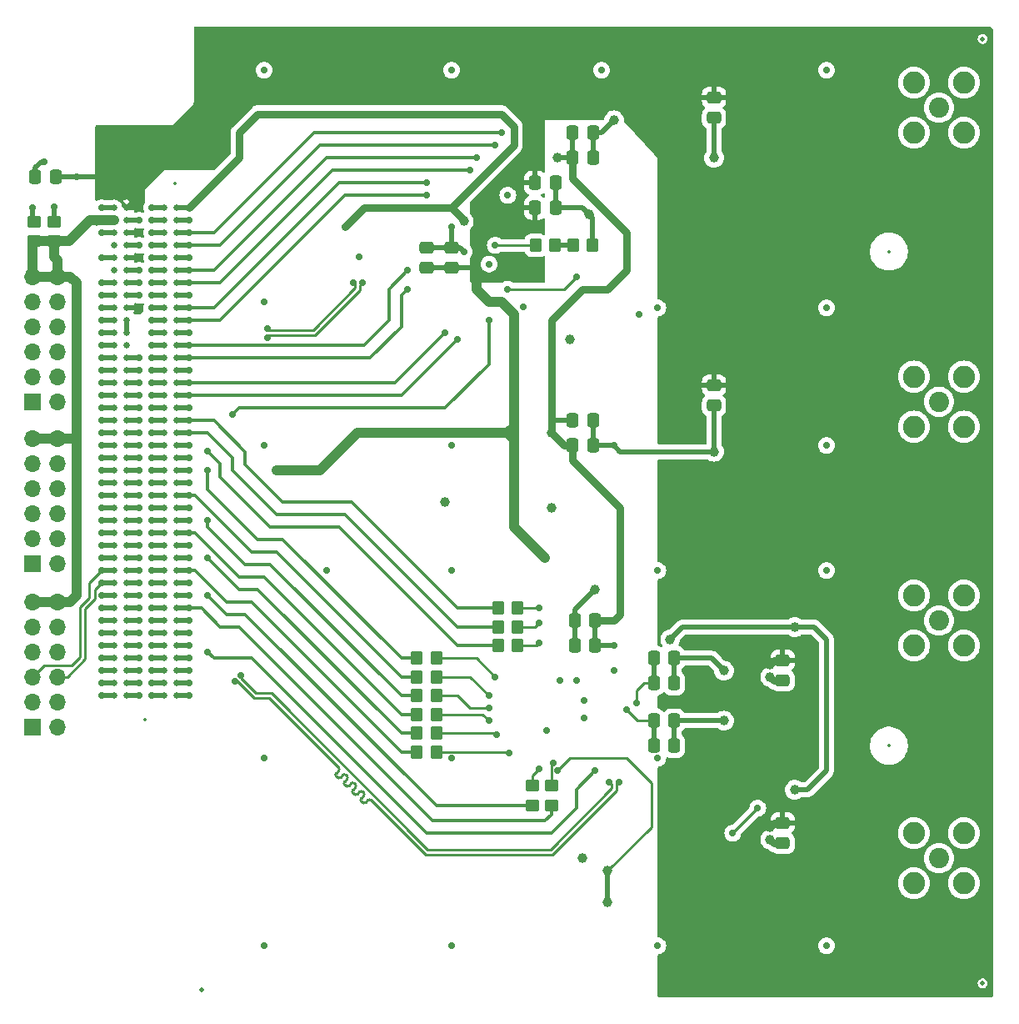
<source format=gbr>
%TF.GenerationSoftware,KiCad,Pcbnew,8.0.0*%
%TF.CreationDate,2024-09-02T00:06:45+03:00*%
%TF.ProjectId,ML605_LPC_Board_wADC_DAC,4d4c3630-355f-44c5-9043-5f426f617264,rev?*%
%TF.SameCoordinates,Original*%
%TF.FileFunction,Copper,L4,Bot*%
%TF.FilePolarity,Positive*%
%FSLAX46Y46*%
G04 Gerber Fmt 4.6, Leading zero omitted, Abs format (unit mm)*
G04 Created by KiCad (PCBNEW 8.0.0) date 2024-09-02 00:06:45*
%MOMM*%
%LPD*%
G01*
G04 APERTURE LIST*
G04 Aperture macros list*
%AMRoundRect*
0 Rectangle with rounded corners*
0 $1 Rounding radius*
0 $2 $3 $4 $5 $6 $7 $8 $9 X,Y pos of 4 corners*
0 Add a 4 corners polygon primitive as box body*
4,1,4,$2,$3,$4,$5,$6,$7,$8,$9,$2,$3,0*
0 Add four circle primitives for the rounded corners*
1,1,$1+$1,$2,$3*
1,1,$1+$1,$4,$5*
1,1,$1+$1,$6,$7*
1,1,$1+$1,$8,$9*
0 Add four rect primitives between the rounded corners*
20,1,$1+$1,$2,$3,$4,$5,0*
20,1,$1+$1,$4,$5,$6,$7,0*
20,1,$1+$1,$6,$7,$8,$9,0*
20,1,$1+$1,$8,$9,$2,$3,0*%
G04 Aperture macros list end*
%TA.AperFunction,SMDPad,CuDef*%
%ADD10C,0.640000*%
%TD*%
%TA.AperFunction,ComponentPad*%
%ADD11C,2.050000*%
%TD*%
%TA.AperFunction,ComponentPad*%
%ADD12C,2.250000*%
%TD*%
%TA.AperFunction,ComponentPad*%
%ADD13R,1.700000X1.700000*%
%TD*%
%TA.AperFunction,ComponentPad*%
%ADD14O,1.700000X1.700000*%
%TD*%
%TA.AperFunction,SMDPad,CuDef*%
%ADD15RoundRect,0.250000X-0.475000X0.337500X-0.475000X-0.337500X0.475000X-0.337500X0.475000X0.337500X0*%
%TD*%
%TA.AperFunction,SMDPad,CuDef*%
%ADD16RoundRect,0.250000X-0.337500X-0.475000X0.337500X-0.475000X0.337500X0.475000X-0.337500X0.475000X0*%
%TD*%
%TA.AperFunction,SMDPad,CuDef*%
%ADD17RoundRect,0.250000X0.350000X0.450000X-0.350000X0.450000X-0.350000X-0.450000X0.350000X-0.450000X0*%
%TD*%
%TA.AperFunction,SMDPad,CuDef*%
%ADD18RoundRect,0.250000X-0.350000X-0.450000X0.350000X-0.450000X0.350000X0.450000X-0.350000X0.450000X0*%
%TD*%
%TA.AperFunction,SMDPad,CuDef*%
%ADD19RoundRect,0.250000X0.337500X0.475000X-0.337500X0.475000X-0.337500X-0.475000X0.337500X-0.475000X0*%
%TD*%
%TA.AperFunction,SMDPad,CuDef*%
%ADD20RoundRect,0.250000X-0.450000X0.350000X-0.450000X-0.350000X0.450000X-0.350000X0.450000X0.350000X0*%
%TD*%
%TA.AperFunction,SMDPad,CuDef*%
%ADD21RoundRect,0.250000X0.450000X-0.350000X0.450000X0.350000X-0.450000X0.350000X-0.450000X-0.350000X0*%
%TD*%
%TA.AperFunction,SMDPad,CuDef*%
%ADD22C,0.500000*%
%TD*%
%TA.AperFunction,SMDPad,CuDef*%
%ADD23RoundRect,0.250000X0.475000X-0.337500X0.475000X0.337500X-0.475000X0.337500X-0.475000X-0.337500X0*%
%TD*%
%TA.AperFunction,ViaPad*%
%ADD24C,1.000000*%
%TD*%
%TA.AperFunction,ViaPad*%
%ADD25C,0.700000*%
%TD*%
%TA.AperFunction,Conductor*%
%ADD26C,1.016000*%
%TD*%
%TA.AperFunction,Conductor*%
%ADD27C,0.254000*%
%TD*%
%TA.AperFunction,Conductor*%
%ADD28C,0.762000*%
%TD*%
%TA.AperFunction,Conductor*%
%ADD29C,0.508000*%
%TD*%
%TA.AperFunction,Conductor*%
%ADD30C,0.355600*%
%TD*%
%ADD31C,0.350000*%
%ADD32C,0.300000*%
G04 APERTURE END LIST*
D10*
%TO.P,J1,C1,C1*%
%TO.N,GNDA*%
X85160000Y-118250000D03*
%TO.P,J1,C2,C2*%
%TO.N,/DP0_C2M_P*%
X85160000Y-116980000D03*
%TO.P,J1,C3,C3*%
%TO.N,/DP0_C2M_N*%
X85160000Y-115710000D03*
%TO.P,J1,C4,C4*%
%TO.N,GNDA*%
X85160000Y-114440000D03*
%TO.P,J1,C5,C5*%
X85160000Y-113170000D03*
%TO.P,J1,C6,C6*%
%TO.N,/DP0_M2C_P*%
X85160000Y-111900000D03*
%TO.P,J1,C7,C7*%
%TO.N,/DP0_M2C_N*%
X85160000Y-110630000D03*
%TO.P,J1,C8,C8*%
%TO.N,GNDA*%
X85160000Y-109360000D03*
%TO.P,J1,C9,C9*%
X85160000Y-108090000D03*
%TO.P,J1,C10,C10*%
%TO.N,/LA06_P*%
X85160000Y-106820000D03*
%TO.P,J1,C11,C11*%
%TO.N,/LA06_N*%
X85160000Y-105550000D03*
%TO.P,J1,C12,C12*%
%TO.N,GNDA*%
X85160000Y-104280000D03*
%TO.P,J1,C13,C13*%
X85160000Y-103010000D03*
%TO.P,J1,C14,C14*%
%TO.N,/LA10_P*%
X85160000Y-101740000D03*
%TO.P,J1,C15,C15*%
%TO.N,/LA10_N*%
X85160000Y-100470000D03*
%TO.P,J1,C16,C16*%
%TO.N,GNDA*%
X85160000Y-99200000D03*
%TO.P,J1,C17,C17*%
X85160000Y-97930000D03*
%TO.P,J1,C18,C18*%
%TO.N,/LA14_P*%
X85160000Y-96660000D03*
%TO.P,J1,C19,C19*%
%TO.N,/LA14_N*%
X85160000Y-95390000D03*
%TO.P,J1,C20,C20*%
%TO.N,GNDA*%
X85160000Y-94120000D03*
%TO.P,J1,C21,C21*%
X85160000Y-92850000D03*
%TO.P,J1,C22,C22*%
%TO.N,/LA18_P_CC*%
X85160000Y-91580000D03*
%TO.P,J1,C23,C23*%
%TO.N,/LA18_N_CC*%
X85160000Y-90310000D03*
%TO.P,J1,C24,C24*%
%TO.N,GNDA*%
X85160000Y-89040000D03*
%TO.P,J1,C25,C25*%
X85160000Y-87770000D03*
%TO.P,J1,C26,C26*%
%TO.N,/LA27_P*%
X85160000Y-86500000D03*
%TO.P,J1,C27,C27*%
%TO.N,/LA27_N*%
X85160000Y-85230000D03*
%TO.P,J1,C28,C28*%
%TO.N,GNDA*%
X85160000Y-83960000D03*
%TO.P,J1,C29,C29*%
X85160000Y-82690000D03*
%TO.P,J1,C30,C30*%
%TO.N,/SCL*%
X85160000Y-81420000D03*
%TO.P,J1,C31,C31*%
%TO.N,/SDA*%
X85160000Y-80150000D03*
%TO.P,J1,C32,C32*%
%TO.N,GNDA*%
X85160000Y-78880000D03*
%TO.P,J1,C33,C33*%
X85160000Y-77610000D03*
%TO.P,J1,C34,C34*%
%TO.N,/GA0*%
X85160000Y-76340000D03*
%TO.P,J1,C35,C35*%
%TO.N,+12V*%
X85160000Y-75070000D03*
%TO.P,J1,C36,C36*%
%TO.N,GNDA*%
X85160000Y-73800000D03*
%TO.P,J1,C37,C37*%
%TO.N,+12V*%
X85160000Y-72530000D03*
%TO.P,J1,C38,C38*%
%TO.N,GNDA*%
X85160000Y-71260000D03*
%TO.P,J1,C39,C39*%
%TO.N,3V3*%
X85160000Y-69990000D03*
%TO.P,J1,C40,C40*%
%TO.N,GNDA*%
X85160000Y-68720000D03*
%TO.P,J1,D1,D1*%
%TO.N,/PG_C2M*%
X86430000Y-118250000D03*
%TO.P,J1,D2,D2*%
%TO.N,GNDA*%
X86430000Y-116980000D03*
%TO.P,J1,D3,D3*%
X86430000Y-115710000D03*
%TO.P,J1,D4,D4*%
%TO.N,/GBTCLK0_M2C_P*%
X86430000Y-114440000D03*
%TO.P,J1,D5,D5*%
%TO.N,/GBTCLK0_M2C_N*%
X86430000Y-113170000D03*
%TO.P,J1,D6,D6*%
%TO.N,GNDA*%
X86430000Y-111900000D03*
%TO.P,J1,D7,D7*%
X86430000Y-110630000D03*
%TO.P,J1,D8,D8*%
%TO.N,/LA01_P*%
X86430000Y-109360000D03*
%TO.P,J1,D9,D9*%
%TO.N,/LA01_N*%
X86430000Y-108090000D03*
%TO.P,J1,D10,D10*%
%TO.N,GNDA*%
X86430000Y-106820000D03*
%TO.P,J1,D11,D11*%
%TO.N,/LA05_P*%
X86430000Y-105550000D03*
%TO.P,J1,D12,D12*%
%TO.N,/LA05_N*%
X86430000Y-104280000D03*
%TO.P,J1,D13,D13*%
%TO.N,GNDA*%
X86430000Y-103010000D03*
%TO.P,J1,D14,D14*%
%TO.N,/LA09_P*%
X86430000Y-101740000D03*
%TO.P,J1,D15,D15*%
%TO.N,/LA09_N*%
X86430000Y-100470000D03*
%TO.P,J1,D16,D16*%
%TO.N,GNDA*%
X86430000Y-99200000D03*
%TO.P,J1,D17,D17*%
%TO.N,/LA13_P*%
X86430000Y-97930000D03*
%TO.P,J1,D18,D18*%
%TO.N,/LA13_N*%
X86430000Y-96660000D03*
%TO.P,J1,D19,D19*%
%TO.N,GNDA*%
X86430000Y-95390000D03*
%TO.P,J1,D20,D20*%
%TO.N,/LA17_P_CC*%
X86430000Y-94120000D03*
%TO.P,J1,D21,D21*%
%TO.N,/LA17_N_CC*%
X86430000Y-92850000D03*
%TO.P,J1,D22,D22*%
%TO.N,GNDA*%
X86430000Y-91580000D03*
%TO.P,J1,D23,D23*%
%TO.N,/LA23_P*%
X86430000Y-90310000D03*
%TO.P,J1,D24,D24*%
%TO.N,/LA23_N*%
X86430000Y-89040000D03*
%TO.P,J1,D25,D25*%
%TO.N,GNDA*%
X86430000Y-87770000D03*
%TO.P,J1,D26,D26*%
%TO.N,/LA26_P*%
X86430000Y-86500000D03*
%TO.P,J1,D27,D27*%
%TO.N,/LA26_N*%
X86430000Y-85230000D03*
%TO.P,J1,D28,D28*%
%TO.N,GNDA*%
X86430000Y-83960000D03*
%TO.P,J1,D29,D29*%
%TO.N,/TCK*%
X86430000Y-82690000D03*
%TO.P,J1,D30,D30*%
%TO.N,/TDI*%
X86430000Y-81420000D03*
%TO.P,J1,D31,D31*%
X86430000Y-80150000D03*
%TO.P,J1,D32,D32*%
%TO.N,3V3*%
X86430000Y-78880000D03*
%TO.P,J1,D33,D33*%
%TO.N,/TMS*%
X86430000Y-77610000D03*
%TO.P,J1,D34,D34*%
%TO.N,/TRST_L*%
X86430000Y-76340000D03*
%TO.P,J1,D35,D35*%
%TO.N,/GA1*%
X86430000Y-75070000D03*
%TO.P,J1,D36,D36*%
%TO.N,3V3*%
X86430000Y-73800000D03*
%TO.P,J1,D37,D37*%
%TO.N,GNDA*%
X86430000Y-72530000D03*
%TO.P,J1,D38,D38*%
%TO.N,3V3*%
X86430000Y-71260000D03*
%TO.P,J1,D39,D39*%
%TO.N,GNDA*%
X86430000Y-69990000D03*
%TO.P,J1,D40,D40*%
%TO.N,3V3*%
X86430000Y-68720000D03*
%TO.P,J1,G1,G1*%
%TO.N,GNDA*%
X90240000Y-118250000D03*
%TO.P,J1,G2,G2*%
%TO.N,/CLK1_M2C_P*%
X90240000Y-116980000D03*
%TO.P,J1,G3,G3*%
%TO.N,/CLK1_M2C_N*%
X90240000Y-115710000D03*
%TO.P,J1,G4,G4*%
%TO.N,GNDA*%
X90240000Y-114440000D03*
%TO.P,J1,G5,G5*%
X90240000Y-113170000D03*
%TO.P,J1,G6,G6*%
%TO.N,/LA00_P_CC*%
X90240000Y-111900000D03*
%TO.P,J1,G7,G7*%
%TO.N,/LA00_N_CC*%
X90240000Y-110630000D03*
%TO.P,J1,G8,G8*%
%TO.N,GNDA*%
X90240000Y-109360000D03*
%TO.P,J1,G9,G9*%
%TO.N,/LA03_P*%
X90240000Y-108090000D03*
%TO.P,J1,G10,G10*%
%TO.N,/LA03_N*%
X90240000Y-106820000D03*
%TO.P,J1,G11,G11*%
%TO.N,GNDA*%
X90240000Y-105550000D03*
%TO.P,J1,G12,G12*%
%TO.N,/LA08_P*%
X90240000Y-104280000D03*
%TO.P,J1,G13,G13*%
%TO.N,/LA08_N*%
X90240000Y-103010000D03*
%TO.P,J1,G14,G14*%
%TO.N,GNDA*%
X90240000Y-101740000D03*
%TO.P,J1,G15,G15*%
%TO.N,/LA12_P*%
X90240000Y-100470000D03*
%TO.P,J1,G16,G16*%
%TO.N,/LA12_N*%
X90240000Y-99200000D03*
%TO.P,J1,G17,G17*%
%TO.N,GNDA*%
X90240000Y-97930000D03*
%TO.P,J1,G18,G18*%
%TO.N,/LA16_P*%
X90240000Y-96660000D03*
%TO.P,J1,G19,G19*%
%TO.N,/LA16_N*%
X90240000Y-95390000D03*
%TO.P,J1,G20,G20*%
%TO.N,GNDA*%
X90240000Y-94120000D03*
%TO.P,J1,G21,G21*%
%TO.N,/LA20_P*%
X90240000Y-92850000D03*
%TO.P,J1,G22,G22*%
%TO.N,/LA20_N*%
X90240000Y-91580000D03*
%TO.P,J1,G23,G23*%
%TO.N,GNDA*%
X90240000Y-90310000D03*
%TO.P,J1,G24,G24*%
%TO.N,/LA22_P*%
X90240000Y-89040000D03*
%TO.P,J1,G25,G25*%
%TO.N,/LA22_N*%
X90240000Y-87770000D03*
%TO.P,J1,G26,G26*%
%TO.N,GNDA*%
X90240000Y-86500000D03*
%TO.P,J1,G27,G27*%
%TO.N,/LA25_P*%
X90240000Y-85230000D03*
%TO.P,J1,G28,G28*%
%TO.N,/LA25_N*%
X90240000Y-83960000D03*
%TO.P,J1,G29,G29*%
%TO.N,GNDA*%
X90240000Y-82690000D03*
%TO.P,J1,G30,G30*%
%TO.N,/LA29_P*%
X90240000Y-81420000D03*
%TO.P,J1,G31,G31*%
%TO.N,/LA29_N*%
X90240000Y-80150000D03*
%TO.P,J1,G32,G32*%
%TO.N,GNDA*%
X90240000Y-78880000D03*
%TO.P,J1,G33,G33*%
%TO.N,/LA31_P*%
X90240000Y-77610000D03*
%TO.P,J1,G34,G34*%
%TO.N,/LA31_N*%
X90240000Y-76340000D03*
%TO.P,J1,G35,G35*%
%TO.N,GNDA*%
X90240000Y-75070000D03*
%TO.P,J1,G36,G36*%
%TO.N,/LA33_P*%
X90240000Y-73800000D03*
%TO.P,J1,G37,G37*%
%TO.N,/LA33_N*%
X90240000Y-72530000D03*
%TO.P,J1,G38,G38*%
%TO.N,GNDA*%
X90240000Y-71260000D03*
%TO.P,J1,G39,G39*%
%TO.N,VADJ*%
X90240000Y-69990000D03*
%TO.P,J1,G40,G40*%
%TO.N,GNDA*%
X90240000Y-68720000D03*
%TO.P,J1,H1,H1*%
%TO.N,/VREF_A_M2C*%
X91510000Y-118250000D03*
%TO.P,J1,H2,H2*%
%TO.N,/PRSNT_M2C_L*%
X91510000Y-116980000D03*
%TO.P,J1,H3,H3*%
%TO.N,GNDA*%
X91510000Y-115710000D03*
%TO.P,J1,H4,H4*%
%TO.N,/CLK0_M2C_P*%
X91510000Y-114440000D03*
%TO.P,J1,H5,H5*%
%TO.N,/CLK0_M2C_N*%
X91510000Y-113170000D03*
%TO.P,J1,H6,H6*%
%TO.N,GNDA*%
X91510000Y-111900000D03*
%TO.P,J1,H7,H7*%
%TO.N,/LA02_P*%
X91510000Y-110630000D03*
%TO.P,J1,H8,H8*%
%TO.N,/LA02_N*%
X91510000Y-109360000D03*
%TO.P,J1,H9,H9*%
%TO.N,GNDA*%
X91510000Y-108090000D03*
%TO.P,J1,H10,H10*%
%TO.N,/LA04_P*%
X91510000Y-106820000D03*
%TO.P,J1,H11,H11*%
%TO.N,/LA04_N*%
X91510000Y-105550000D03*
%TO.P,J1,H12,H12*%
%TO.N,GNDA*%
X91510000Y-104280000D03*
%TO.P,J1,H13,H13*%
%TO.N,/LA07_P*%
X91510000Y-103010000D03*
%TO.P,J1,H14,H14*%
%TO.N,/LA07_N*%
X91510000Y-101740000D03*
%TO.P,J1,H15,H15*%
%TO.N,GNDA*%
X91510000Y-100470000D03*
%TO.P,J1,H16,H16*%
%TO.N,/LA11_P*%
X91510000Y-99200000D03*
%TO.P,J1,H17,H17*%
%TO.N,/LA11_N*%
X91510000Y-97930000D03*
%TO.P,J1,H18,H18*%
%TO.N,GNDA*%
X91510000Y-96660000D03*
%TO.P,J1,H19,H19*%
%TO.N,/LA15_P*%
X91510000Y-95390000D03*
%TO.P,J1,H20,H20*%
%TO.N,/LA15_N*%
X91510000Y-94120000D03*
%TO.P,J1,H21,H21*%
%TO.N,GNDA*%
X91510000Y-92850000D03*
%TO.P,J1,H22,H22*%
%TO.N,/LA19_P*%
X91510000Y-91580000D03*
%TO.P,J1,H23,H23*%
%TO.N,/LA19_N*%
X91510000Y-90310000D03*
%TO.P,J1,H24,H24*%
%TO.N,GNDA*%
X91510000Y-89040000D03*
%TO.P,J1,H25,H25*%
%TO.N,/LA21_P*%
X91510000Y-87770000D03*
%TO.P,J1,H26,H26*%
%TO.N,/LA21_N*%
X91510000Y-86500000D03*
%TO.P,J1,H27,H27*%
%TO.N,GNDA*%
X91510000Y-85230000D03*
%TO.P,J1,H28,H28*%
%TO.N,/LA24_P*%
X91510000Y-83960000D03*
%TO.P,J1,H29,H29*%
%TO.N,/LA24_N*%
X91510000Y-82690000D03*
%TO.P,J1,H30,H30*%
%TO.N,GNDA*%
X91510000Y-81420000D03*
%TO.P,J1,H31,H31*%
%TO.N,/LA28_P*%
X91510000Y-80150000D03*
%TO.P,J1,H32,H32*%
%TO.N,/LA28_N*%
X91510000Y-78880000D03*
%TO.P,J1,H33,H33*%
%TO.N,GNDA*%
X91510000Y-77610000D03*
%TO.P,J1,H34,H34*%
%TO.N,/LA30_P*%
X91510000Y-76340000D03*
%TO.P,J1,H35,H35*%
%TO.N,/LA30_N*%
X91510000Y-75070000D03*
%TO.P,J1,H36,H36*%
%TO.N,GNDA*%
X91510000Y-73800000D03*
%TO.P,J1,H37,H37*%
%TO.N,/LA32_P*%
X91510000Y-72530000D03*
%TO.P,J1,H38,H38*%
%TO.N,/LA32_N*%
X91510000Y-71260000D03*
%TO.P,J1,H39,H39*%
%TO.N,GNDA*%
X91510000Y-69990000D03*
%TO.P,J1,H40,H40*%
%TO.N,VADJ*%
X91510000Y-68720000D03*
%TD*%
D11*
%TO.P,J8,1,In*%
%TO.N,Net-(J8-In)*%
X168980000Y-58560000D03*
D12*
%TO.P,J8,2,Ext*%
%TO.N,GNDA*%
X166440000Y-56020000D03*
X166440000Y-61100000D03*
X171520000Y-56020000D03*
X171520000Y-61100000D03*
%TD*%
D11*
%TO.P,J9,1,In*%
%TO.N,Net-(J9-In)*%
X168980000Y-88405000D03*
D12*
%TO.P,J9,2,Ext*%
%TO.N,GNDA*%
X166440000Y-85865000D03*
X166440000Y-90945000D03*
X171520000Y-85865000D03*
X171520000Y-90945000D03*
%TD*%
D13*
%TO.P,J10,1,Pin_1*%
%TO.N,/CLK1_M2C_N*%
X76905000Y-121425000D03*
D14*
%TO.P,J10,2,Pin_2*%
%TO.N,/CLK1_M2C_P*%
X79445000Y-121425000D03*
%TO.P,J10,3,Pin_3*%
%TO.N,/LA01_N*%
X76905000Y-118885000D03*
%TO.P,J10,4,Pin_4*%
%TO.N,/LA01_P*%
X79445000Y-118885000D03*
%TO.P,J10,5,Pin_5*%
%TO.N,/LA06_N*%
X76905000Y-116345000D03*
%TO.P,J10,6,Pin_6*%
%TO.N,/LA06_P*%
X79445000Y-116345000D03*
%TO.P,J10,7,Pin_7*%
%TO.N,/LA05_N*%
X76905000Y-113805000D03*
%TO.P,J10,8,Pin_8*%
%TO.N,/LA05_P*%
X79445000Y-113805000D03*
%TO.P,J10,9,Pin_9*%
%TO.N,GNDA*%
X76905000Y-111265000D03*
%TO.P,J10,10,Pin_10*%
X79445000Y-111265000D03*
%TO.P,J10,11,Pin_11*%
%TO.N,3V3*%
X76905000Y-108725000D03*
%TO.P,J10,12,Pin_12*%
X79445000Y-108725000D03*
%TD*%
D11*
%TO.P,J5,1,In*%
%TO.N,/ADC_Circuit/I_IN*%
X168980000Y-110630000D03*
D12*
%TO.P,J5,2,Ext*%
%TO.N,GNDA*%
X166440000Y-108090000D03*
X166440000Y-113170000D03*
X171520000Y-108090000D03*
X171520000Y-113170000D03*
%TD*%
D11*
%TO.P,J4,1,In*%
%TO.N,/ADC_Circuit/Q_IN*%
X168980000Y-134760000D03*
D12*
%TO.P,J4,2,Ext*%
%TO.N,GNDA*%
X166440000Y-132220000D03*
X166440000Y-137300000D03*
X171520000Y-132220000D03*
X171520000Y-137300000D03*
%TD*%
D13*
%TO.P,J12,1,Pin_1*%
%TO.N,/LA17_P_CC*%
X76905000Y-88405000D03*
D14*
%TO.P,J12,2,Pin_2*%
%TO.N,/LA17_N_CC*%
X79445000Y-88405000D03*
%TO.P,J12,3,Pin_3*%
%TO.N,/LA18_P_CC*%
X76905000Y-85865000D03*
%TO.P,J12,4,Pin_4*%
%TO.N,/LA18_N_CC*%
X79445000Y-85865000D03*
%TO.P,J12,5,Pin_5*%
%TO.N,/LA27_P*%
X76905000Y-83325000D03*
%TO.P,J12,6,Pin_6*%
%TO.N,/LA27_N*%
X79445000Y-83325000D03*
%TO.P,J12,7,Pin_7*%
%TO.N,/SCL*%
X76905000Y-80785000D03*
%TO.P,J12,8,Pin_8*%
%TO.N,/SDA*%
X79445000Y-80785000D03*
%TO.P,J12,9,Pin_9*%
%TO.N,GNDA*%
X76905000Y-78245000D03*
%TO.P,J12,10,Pin_10*%
X79445000Y-78245000D03*
%TO.P,J12,11,Pin_11*%
%TO.N,3V3*%
X76905000Y-75705000D03*
%TO.P,J12,12,Pin_12*%
X79445000Y-75705000D03*
%TD*%
D13*
%TO.P,J11,1,Pin_1*%
%TO.N,/LA09_N*%
X76885000Y-104890000D03*
D14*
%TO.P,J11,2,Pin_2*%
%TO.N,/LA09_P*%
X79425000Y-104890000D03*
%TO.P,J11,3,Pin_3*%
%TO.N,/LA10_N*%
X76885000Y-102350000D03*
%TO.P,J11,4,Pin_4*%
%TO.N,/LA10_P*%
X79425000Y-102350000D03*
%TO.P,J11,5,Pin_5*%
%TO.N,/LA13_N*%
X76885000Y-99810000D03*
%TO.P,J11,6,Pin_6*%
%TO.N,/LA13_P*%
X79425000Y-99810000D03*
%TO.P,J11,7,Pin_7*%
%TO.N,/LA14_N*%
X76885000Y-97270000D03*
%TO.P,J11,8,Pin_8*%
%TO.N,/LA14_P*%
X79425000Y-97270000D03*
%TO.P,J11,9,Pin_9*%
%TO.N,GNDA*%
X76885000Y-94730000D03*
%TO.P,J11,10,Pin_10*%
X79425000Y-94730000D03*
%TO.P,J11,11,Pin_11*%
%TO.N,3V3*%
X76885000Y-92190000D03*
%TO.P,J11,12,Pin_12*%
X79425000Y-92190000D03*
%TD*%
D15*
%TO.P,C32,1*%
%TO.N,3V3*%
X146120000Y-86732500D03*
%TO.P,C32,2*%
%TO.N,GNDA*%
X146120000Y-88807500D03*
%TD*%
D16*
%TO.P,C20,1*%
%TO.N,1V5*%
X131747500Y-90310000D03*
%TO.P,C20,2*%
%TO.N,GNDA*%
X133822500Y-90310000D03*
%TD*%
D17*
%TO.P,R6,1*%
%TO.N,Net-(IC1-I1)*%
X117910000Y-116345000D03*
%TO.P,R6,2*%
%TO.N,/LA11_N*%
X115910000Y-116345000D03*
%TD*%
D18*
%TO.P,R17,1*%
%TO.N,/LA20_P*%
X124165000Y-113170000D03*
%TO.P,R17,2*%
%TO.N,Net-(IC1-I6)*%
X126165000Y-113170000D03*
%TD*%
D17*
%TO.P,R10,1*%
%TO.N,Net-(IC1-Q7)*%
X117910000Y-120155000D03*
%TO.P,R10,2*%
%TO.N,/LA07_N*%
X115910000Y-120155000D03*
%TD*%
D15*
%TO.P,C17,1*%
%TO.N,3V3*%
X153105000Y-131182500D03*
%TO.P,C17,2*%
%TO.N,GNDA*%
X153105000Y-133257500D03*
%TD*%
%TO.P,C36,1*%
%TO.N,GNDA*%
X119450000Y-72762500D03*
%TO.P,C36,2*%
%TO.N,3V3*%
X119450000Y-74837500D03*
%TD*%
D17*
%TO.P,R8,1*%
%TO.N,Net-(IC1-Q9)*%
X117910000Y-118250000D03*
%TO.P,R8,2*%
%TO.N,/LA12_N*%
X115910000Y-118250000D03*
%TD*%
D19*
%TO.P,C7,1*%
%TO.N,1V5*%
X134055000Y-110630000D03*
%TO.P,C7,2*%
%TO.N,GNDA*%
X131980000Y-110630000D03*
%TD*%
D16*
%TO.P,C34,1*%
%TO.N,3V3*%
X127937500Y-66180000D03*
%TO.P,C34,2*%
%TO.N,GNDA*%
X130012500Y-66180000D03*
%TD*%
D20*
%TO.P,R18,1*%
%TO.N,Net-(IC1-Q1)*%
X127705000Y-127410000D03*
%TO.P,R18,2*%
%TO.N,/LA03_N*%
X127705000Y-129410000D03*
%TD*%
D17*
%TO.P,R12,1*%
%TO.N,Net-(IC1-Q5)*%
X117910000Y-122060000D03*
%TO.P,R12,2*%
%TO.N,/LA08_N*%
X115910000Y-122060000D03*
%TD*%
D18*
%TO.P,R34,1*%
%TO.N,Net-(IC4-BIASJ_A)*%
X127975000Y-72530000D03*
%TO.P,R34,2*%
%TO.N,Net-(R34-Pad2)*%
X129975000Y-72530000D03*
%TD*%
D21*
%TO.P,R52,1*%
%TO.N,3V3*%
X79064000Y-72133000D03*
%TO.P,R52,2*%
%TO.N,/Identification_EEPROM/SCL*%
X79064000Y-70133000D03*
%TD*%
D22*
%TO.P,FID5,*%
%TO.N,*%
X94050000Y-148095000D03*
%TD*%
D16*
%TO.P,C19,1*%
%TO.N,1V5*%
X131747500Y-61100000D03*
%TO.P,C19,2*%
%TO.N,GNDA*%
X133822500Y-61100000D03*
%TD*%
D21*
%TO.P,R51,1*%
%TO.N,3V3*%
X77032000Y-72133000D03*
%TO.P,R51,2*%
%TO.N,/Identification_EEPROM/SDA*%
X77032000Y-70133000D03*
%TD*%
D17*
%TO.P,R4,1*%
%TO.N,Net-(IC1-I3)*%
X117910000Y-114440000D03*
%TO.P,R4,2*%
%TO.N,/LA16_N*%
X115910000Y-114440000D03*
%TD*%
D18*
%TO.P,R21,1*%
%TO.N,/LA19_P*%
X124165000Y-111265000D03*
%TO.P,R21,2*%
%TO.N,Net-(IC1-I8)*%
X126165000Y-111265000D03*
%TD*%
%TO.P,R23,1*%
%TO.N,/LA19_N*%
X124165000Y-109360000D03*
%TO.P,R23,2*%
%TO.N,Net-(IC1-I9)*%
X126165000Y-109360000D03*
%TD*%
D16*
%TO.P,C11,1*%
%TO.N,Net-(IC1-VRP)*%
X140002500Y-123330000D03*
%TO.P,C11,2*%
%TO.N,GNDA*%
X142077500Y-123330000D03*
%TD*%
D19*
%TO.P,C10,1*%
%TO.N,GNDA*%
X142077500Y-120790000D03*
%TO.P,C10,2*%
%TO.N,Net-(IC1-VRP)*%
X140002500Y-120790000D03*
%TD*%
D16*
%TO.P,C22,1*%
%TO.N,1V5*%
X131747500Y-92850000D03*
%TO.P,C22,2*%
%TO.N,GNDA*%
X133822500Y-92850000D03*
%TD*%
D19*
%TO.P,C39,1*%
%TO.N,3V3*%
X79212500Y-65545000D03*
%TO.P,C39,2*%
%TO.N,GNDA*%
X77137500Y-65545000D03*
%TD*%
D18*
%TO.P,R35,1*%
%TO.N,Net-(R34-Pad2)*%
X131785000Y-72530000D03*
%TO.P,R35,2*%
%TO.N,GNDA*%
X133785000Y-72530000D03*
%TD*%
D23*
%TO.P,C35,1*%
%TO.N,3V3*%
X116910000Y-74837500D03*
%TO.P,C35,2*%
%TO.N,GNDA*%
X116910000Y-72762500D03*
%TD*%
D20*
%TO.P,R22,1*%
%TO.N,Net-(IC1-I{slash}~{Q})*%
X129610000Y-127410000D03*
%TO.P,R22,2*%
%TO.N,/LA02_N*%
X129610000Y-129410000D03*
%TD*%
D16*
%TO.P,C6,1*%
%TO.N,GNDA*%
X131980000Y-113170000D03*
%TO.P,C6,2*%
%TO.N,1V5*%
X134055000Y-113170000D03*
%TD*%
D15*
%TO.P,C31,1*%
%TO.N,3V3*%
X146120000Y-57522500D03*
%TO.P,C31,2*%
%TO.N,GNDA*%
X146120000Y-59597500D03*
%TD*%
D17*
%TO.P,R14,1*%
%TO.N,Net-(IC1-Q3)*%
X117910000Y-123965000D03*
%TO.P,R14,2*%
%TO.N,/LA04_N*%
X115910000Y-123965000D03*
%TD*%
D22*
%TO.P,FID4,*%
%TO.N,*%
X173425000Y-51575000D03*
%TD*%
D19*
%TO.P,C33,1*%
%TO.N,GNDA*%
X130012500Y-68720000D03*
%TO.P,C33,2*%
%TO.N,3V3*%
X127937500Y-68720000D03*
%TD*%
D22*
%TO.P,FID6,*%
%TO.N,*%
X173425000Y-147460000D03*
%TD*%
D16*
%TO.P,C21,1*%
%TO.N,1V5*%
X131747500Y-63640000D03*
%TO.P,C21,2*%
%TO.N,GNDA*%
X133822500Y-63640000D03*
%TD*%
D15*
%TO.P,C16,1*%
%TO.N,3V3*%
X153105000Y-114672500D03*
%TO.P,C16,2*%
%TO.N,GNDA*%
X153105000Y-116747500D03*
%TD*%
D16*
%TO.P,C8,1*%
%TO.N,Net-(IC1-VRN)*%
X140002500Y-114440000D03*
%TO.P,C8,2*%
%TO.N,GNDA*%
X142077500Y-114440000D03*
%TD*%
D19*
%TO.P,C9,1*%
%TO.N,GNDA*%
X142077500Y-116980000D03*
%TO.P,C9,2*%
%TO.N,Net-(IC1-VRN)*%
X140002500Y-116980000D03*
%TD*%
D24*
%TO.N,3V3*%
X144850000Y-104280000D03*
D25*
%TO.N,/CLK0_M2C_P*%
X136437000Y-127013000D03*
%TO.N,/CLK0_M2C_N*%
X135483000Y-127013000D03*
%TO.N,/LA26_N*%
X110402000Y-76340000D03*
%TO.N,/LA26_P*%
X109448000Y-76340000D03*
%TO.N,GNDA*%
X110052000Y-73673000D03*
%TO.N,VADJ*%
X108655000Y-70625000D03*
%TO.N,GNDA*%
X88970000Y-118250000D03*
X88970000Y-113170000D03*
X87700000Y-110630000D03*
X88970000Y-82690000D03*
D24*
X151835000Y-132855000D03*
D25*
X78048000Y-64021000D03*
X83890000Y-108090000D03*
X92780000Y-69990000D03*
X100400000Y-78245000D03*
X87700000Y-69990000D03*
X135960000Y-92850000D03*
X87700000Y-103010000D03*
X126741822Y-78755178D03*
X88970000Y-101740000D03*
X83890000Y-103010000D03*
D24*
X134055000Y-107455000D03*
D25*
X132912000Y-118758000D03*
X92780000Y-115710000D03*
X88970000Y-86500000D03*
X92780000Y-104280000D03*
X92780000Y-92850000D03*
X157550000Y-92850000D03*
X92780000Y-85230000D03*
X83890000Y-68720000D03*
X87700000Y-95390000D03*
X119450000Y-124600000D03*
X92780000Y-77610000D03*
X87700000Y-115710000D03*
X83890000Y-71260000D03*
X88970000Y-94120000D03*
X87700000Y-106820000D03*
X120720000Y-73165000D03*
X88970000Y-114440000D03*
X87700000Y-111900000D03*
D24*
X135960000Y-59830000D03*
D25*
X87700000Y-91580000D03*
X100400000Y-124600000D03*
X88970000Y-97930000D03*
X157550000Y-105550000D03*
D24*
X118815000Y-98565000D03*
D25*
X92780000Y-111900000D03*
D24*
X147136000Y-115710000D03*
D25*
X92780000Y-100470000D03*
D24*
X147136000Y-120790000D03*
D25*
X83890000Y-82690000D03*
X92780000Y-73800000D03*
X83890000Y-109360000D03*
D24*
X146120000Y-63640000D03*
D25*
X92780000Y-96660000D03*
X129102000Y-121806000D03*
X83890000Y-77610000D03*
X87700000Y-99200000D03*
X157550000Y-78880000D03*
X83890000Y-97930000D03*
D24*
X133420000Y-69355000D03*
D25*
X83890000Y-89040000D03*
D24*
X132785000Y-134760000D03*
D25*
X87700000Y-72530000D03*
X83890000Y-94120000D03*
X88970000Y-105550000D03*
X119450000Y-105550000D03*
X87700000Y-83960000D03*
D24*
X151835000Y-116345000D03*
D25*
X140405000Y-78880000D03*
X88970000Y-71260000D03*
X140405000Y-105550000D03*
X87700000Y-87770000D03*
X134690000Y-54750000D03*
X83890000Y-104280000D03*
X83890000Y-118250000D03*
X119450000Y-70625000D03*
X100400000Y-54750000D03*
X88970000Y-68720000D03*
D24*
X129610000Y-99200000D03*
D25*
X140405000Y-143650000D03*
X92780000Y-89040000D03*
D24*
X146120000Y-93485000D03*
D25*
X83890000Y-73800000D03*
D24*
X131515000Y-82055000D03*
D25*
X83890000Y-87770000D03*
X119450000Y-54750000D03*
X92780000Y-108090000D03*
X100400000Y-92850000D03*
X88970000Y-90310000D03*
X106750000Y-105550000D03*
X119450000Y-92850000D03*
X83890000Y-113170000D03*
X87700000Y-116980000D03*
X83890000Y-114440000D03*
X92780000Y-81420000D03*
X100400000Y-143650000D03*
X123260000Y-74435000D03*
X88970000Y-78880000D03*
X157550000Y-143650000D03*
X157550000Y-54750000D03*
X130503000Y-116726000D03*
X83890000Y-78880000D03*
X140405000Y-124600000D03*
X88970000Y-109360000D03*
X132150000Y-116726000D03*
X83890000Y-92850000D03*
X132912000Y-120536000D03*
X83890000Y-83960000D03*
X83890000Y-99200000D03*
X88970000Y-75070000D03*
X119450000Y-143650000D03*
D24*
%TO.N,1V5*%
X129610000Y-91580000D03*
D25*
X135960000Y-113170000D03*
D24*
X129610000Y-91580000D03*
X130245000Y-63640000D03*
D25*
%TO.N,Net-(IC1-VRN)*%
X138246000Y-119012000D03*
%TO.N,Net-(IC1-VRP)*%
X137230000Y-119643000D03*
D24*
%TO.N,3V3*%
X101670000Y-95390000D03*
X126435000Y-56655000D03*
X106750000Y-56655000D03*
D25*
X87700000Y-78880000D03*
D24*
X146120000Y-85230000D03*
D25*
X123260000Y-71260000D03*
D24*
X106750000Y-52845000D03*
D25*
X87700000Y-71260000D03*
D24*
X151835000Y-131585000D03*
D25*
X126435000Y-69355000D03*
D24*
X146120000Y-56020000D03*
D25*
X83890000Y-69990000D03*
D24*
X146755000Y-118250000D03*
X128975000Y-104280000D03*
D25*
X81350000Y-65545000D03*
D24*
X151835000Y-115075000D03*
D25*
X121990000Y-75070000D03*
X87700000Y-68720000D03*
D24*
X126435000Y-52845000D03*
D25*
X87700000Y-73800000D03*
D24*
%TO.N,/ADC_Circuit/VCM_ADC*%
X154335420Y-111304580D03*
X154335420Y-127814580D03*
X141675000Y-112535000D03*
D25*
%TO.N,Net-(IC1-Q3)*%
X125292000Y-124092000D03*
%TO.N,VADJ*%
X92780000Y-68720000D03*
D24*
X135325000Y-139205000D03*
X135325000Y-136030000D03*
D25*
X125165000Y-67450000D03*
X138500000Y-79515000D03*
X130245000Y-125870000D03*
X88970000Y-69990000D03*
D24*
X120693616Y-70083028D03*
D25*
X135960000Y-115710000D03*
%TO.N,Net-(IC1-I1)*%
X123260000Y-118250000D03*
%TO.N,Net-(IC1-Q7)*%
X123260000Y-120790000D03*
%TO.N,/ADC_Circuit/Q+*%
X148025000Y-132220000D03*
X150565000Y-129680000D03*
%TO.N,Net-(IC1-I6)*%
X128340000Y-112916000D03*
%TO.N,Net-(IC1-I3)*%
X123895000Y-116345000D03*
%TO.N,Net-(IC1-I{slash}~{Q})*%
X129757000Y-125108000D03*
%TO.N,Net-(IC1-I8)*%
X128340000Y-110884000D03*
%TO.N,Net-(IC1-Q5)*%
X124020857Y-122185857D03*
%TO.N,Net-(IC1-I9)*%
X128340000Y-109360000D03*
%TO.N,Net-(IC1-Q1)*%
X128361847Y-125718865D03*
%TO.N,Net-(IC1-Q9)*%
X123260000Y-119520000D03*
%TO.N,/LA20_N*%
X88970000Y-91580000D03*
%TO.N,/LA19_N*%
X92780000Y-90310000D03*
%TO.N,/LA20_P*%
X94685000Y-93442200D03*
X88970000Y-92850000D03*
%TO.N,/LA29_P*%
X88970000Y-81420000D03*
%TO.N,/LA33_P*%
X88970000Y-73800000D03*
%TO.N,/DAC Circuit/SLEEP*%
X125165000Y-76975000D03*
X132150000Y-75705000D03*
%TO.N,/LA21_P*%
X92780000Y-87770000D03*
X120085000Y-82055000D03*
%TO.N,/LA22_N*%
X88970000Y-87770000D03*
%TO.N,/LA30_P*%
X121355000Y-64910000D03*
X92780000Y-76340000D03*
%TO.N,/LA30_N*%
X121990000Y-63640000D03*
X92780000Y-75070000D03*
%TO.N,/LA24_N*%
X115005000Y-75070000D03*
X92780000Y-82690000D03*
%TO.N,/LA24_P*%
X115005000Y-76975000D03*
X92780000Y-83960000D03*
%TO.N,/LA22_P*%
X88970000Y-89040000D03*
%TO.N,/LA33_N*%
X88970000Y-72530000D03*
%TO.N,/LA25_P*%
X88970000Y-85230000D03*
%TO.N,/LA21_N*%
X92780000Y-86500000D03*
X118815000Y-81420000D03*
%TO.N,/LA32_P*%
X92780000Y-72530000D03*
X123895000Y-62370000D03*
%TO.N,/LA25_N*%
X88970000Y-83960000D03*
%TO.N,/LA32_N*%
X92780000Y-71260000D03*
X124530000Y-61100000D03*
%TO.N,/LA28_N*%
X116910000Y-66180000D03*
X92780000Y-78880000D03*
%TO.N,Net-(IC4-BIASJ_A)*%
X123895000Y-72530000D03*
%TO.N,/LA31_P*%
X88970000Y-77610000D03*
%TO.N,/LA28_P*%
X92780000Y-80150000D03*
X116910000Y-67450000D03*
%TO.N,/LA31_N*%
X88970000Y-76340000D03*
%TO.N,/PRSNT_M2C_L*%
X92780000Y-116980000D03*
%TO.N,/LA14_P*%
X83890000Y-96660000D03*
%TO.N,/LA27_P*%
X83890000Y-86500000D03*
%TO.N,/CLK1_M2C_N*%
X88970000Y-115710000D03*
%TO.N,/LA07_P*%
X92780000Y-103010000D03*
%TO.N,/PG_C2M*%
X87700000Y-118250000D03*
%TO.N,/SDA*%
X83890000Y-80150000D03*
%TO.N,/DP0_M2C_N*%
X83890000Y-110630000D03*
%TO.N,/CLK1_M2C_P*%
X88970000Y-116980000D03*
%TO.N,/TRST_L*%
X87700000Y-76340000D03*
%TO.N,/GA1*%
X87700000Y-75070000D03*
%TO.N,/DP0_C2M_N*%
X83890000Y-115710000D03*
%TO.N,/LA11_N*%
X92780000Y-97930000D03*
%TO.N,/VREF_A_M2C*%
X92780000Y-118250000D03*
%TO.N,/LA27_N*%
X83890000Y-85230000D03*
%TO.N,/LA26_N*%
X100781000Y-81897000D03*
X87700000Y-85230000D03*
%TO.N,/GA0*%
X83890000Y-76340000D03*
%TO.N,/DP0_C2M_P*%
X83890000Y-116980000D03*
%TO.N,/LA15_N*%
X92780000Y-94120000D03*
%TO.N,/LA15_P*%
X92780000Y-95390000D03*
%TO.N,/LA18_P_CC*%
X83890000Y-91580000D03*
%TO.N,/LA17_P_CC*%
X87700000Y-94120000D03*
%TO.N,/LA19_P*%
X92780000Y-91580000D03*
%TO.N,/LA12_N*%
X94685000Y-100470000D03*
X88970000Y-99200000D03*
%TO.N,/LA07_N*%
X92780000Y-101740000D03*
%TO.N,/LA16_N*%
X94685000Y-95390000D03*
X88970000Y-95390000D03*
%TO.N,/LA23_P*%
X123260000Y-80150000D03*
X87700000Y-90310000D03*
X97225000Y-89717800D03*
%TO.N,/LA00_P_CC*%
X94685000Y-113805000D03*
X88970000Y-111900000D03*
X134055000Y-125870000D03*
%TO.N,/DP0_M2C_P*%
X83890000Y-111900000D03*
%TO.N,/SCL*%
X83890000Y-81420000D03*
%TO.N,/LA13_P*%
X87700000Y-97930000D03*
%TO.N,/LA10_N*%
X83890000Y-100470000D03*
%TO.N,/LA29_N*%
X88970000Y-80150000D03*
%TO.N,/LA05_N*%
X87700000Y-104280000D03*
%TO.N,/LA00_N_CC*%
X88970000Y-110630000D03*
%TO.N,/LA14_N*%
X83890000Y-95390000D03*
%TO.N,/LA26_P*%
X87700000Y-86500000D03*
X100781000Y-80943000D03*
%TO.N,/LA09_P*%
X87700000Y-101740000D03*
%TO.N,/LA10_P*%
X83890000Y-101740000D03*
%TO.N,/LA03_N*%
X88970000Y-106820000D03*
X94685000Y-108090000D03*
%TO.N,/GBTCLK0_M2C_N*%
X87700000Y-113170000D03*
%TO.N,/LA13_N*%
X87700000Y-96660000D03*
%TO.N,/LA17_N_CC*%
X87700000Y-92850000D03*
%TO.N,/LA12_P*%
X88970000Y-100470000D03*
%TO.N,/LA11_P*%
X92780000Y-99200000D03*
%TO.N,/LA02_N*%
X92780000Y-109360000D03*
%TO.N,/LA04_P*%
X92780000Y-106820000D03*
%TO.N,/LA08_P*%
X88970000Y-104280000D03*
%TO.N,/LA02_P*%
X92780000Y-110630000D03*
%TO.N,/LA08_N*%
X94685000Y-104280000D03*
X88970000Y-103010000D03*
%TO.N,/LA03_P*%
X88970000Y-108090000D03*
%TO.N,/GBTCLK0_M2C_P*%
X87700000Y-114440000D03*
%TO.N,/LA06_P*%
X83890000Y-106820000D03*
%TO.N,/LA06_N*%
X83890000Y-105550000D03*
%TO.N,/LA05_P*%
X87700000Y-105550000D03*
%TO.N,/CLK0_M2C_N*%
X92780000Y-113170000D03*
X98015723Y-116189277D03*
%TO.N,/CLK0_M2C_P*%
X92780000Y-114440000D03*
X97411853Y-116793147D03*
%TO.N,/TMS*%
X87700000Y-77610000D03*
%TO.N,/LA04_N*%
X92780000Y-105550000D03*
%TO.N,/LA16_P*%
X88970000Y-96660000D03*
%TO.N,/LA09_N*%
X87700000Y-100470000D03*
%TO.N,/LA23_N*%
X87700000Y-89040000D03*
%TO.N,/LA18_N_CC*%
X83890000Y-90310000D03*
%TO.N,/Identification_EEPROM/SDA*%
X76905000Y-68720000D03*
%TO.N,/Identification_EEPROM/SCL*%
X79064000Y-68593000D03*
%TO.N,/LA01_P*%
X87700000Y-109360000D03*
%TO.N,/LA01_N*%
X87700000Y-108090000D03*
%TD*%
D26*
%TO.N,3V3*%
X125165000Y-91580000D02*
X125800000Y-92215000D01*
X124530000Y-91580000D02*
X125165000Y-91580000D01*
X125800000Y-92215000D02*
X125800000Y-90945000D01*
X125800000Y-101105000D02*
X125800000Y-92215000D01*
X125165000Y-91580000D02*
X125800000Y-90945000D01*
X125800000Y-90945000D02*
X125800000Y-79515000D01*
X124530000Y-91580000D02*
X125800000Y-91580000D01*
X109925000Y-91580000D02*
X124530000Y-91580000D01*
X125800000Y-101105000D02*
X128975000Y-104280000D01*
X121990000Y-76975000D02*
X121990000Y-75070000D01*
X123260000Y-78245000D02*
X121990000Y-76975000D01*
X125800000Y-79515000D02*
X124530000Y-78245000D01*
X124530000Y-78245000D02*
X123260000Y-78245000D01*
D27*
%TO.N,/CLK0_M2C_N*%
X135705999Y-127235999D02*
X135483000Y-127013000D01*
X129504788Y-133871000D02*
X135705999Y-127669789D01*
X101140212Y-117996000D02*
X117015212Y-133871000D01*
X98015723Y-116433936D02*
X99577787Y-117996000D01*
X98015723Y-116189277D02*
X98015723Y-116433936D01*
%TO.N,/CLK0_M2C_P*%
X136214001Y-127235999D02*
X136437000Y-127013000D01*
%TO.N,/CLK0_M2C_N*%
X99577787Y-117996000D02*
X101140212Y-117996000D01*
%TO.N,/CLK0_M2C_P*%
X129715212Y-134379000D02*
X136214001Y-127880211D01*
X111285426Y-128859638D02*
X116804788Y-134379000D01*
%TO.N,/CLK0_M2C_N*%
X135705999Y-127669789D02*
X135705999Y-127235999D01*
%TO.N,/CLK0_M2C_P*%
X136214001Y-127880211D02*
X136214001Y-127235999D01*
X116804788Y-134379000D02*
X129715212Y-134379000D01*
%TO.N,/CLK0_M2C_N*%
X117015212Y-133871000D02*
X129504788Y-133871000D01*
%TO.N,VADJ*%
X139770000Y-127140000D02*
X139770000Y-131585000D01*
X137230000Y-124600000D02*
X139770000Y-127140000D01*
X131515000Y-124600000D02*
X137230000Y-124600000D01*
X130245000Y-125870000D02*
X131515000Y-124600000D01*
X139770000Y-131585000D02*
X135325000Y-136030000D01*
%TO.N,/LA26_N*%
X110179001Y-76562999D02*
X110402000Y-76340000D01*
X110179001Y-77080211D02*
X110179001Y-76562999D01*
%TO.N,/LA26_P*%
X109670999Y-76562999D02*
X109448000Y-76340000D01*
X109670999Y-76869789D02*
X109670999Y-76562999D01*
%TO.N,/LA26_N*%
X101003999Y-81674001D02*
X105585211Y-81674001D01*
%TO.N,/LA26_P*%
X105374789Y-81165999D02*
X109670999Y-76869789D01*
%TO.N,/LA26_N*%
X105585211Y-81674001D02*
X110179001Y-77080211D01*
%TO.N,/LA26_P*%
X101003999Y-81165999D02*
X105374789Y-81165999D01*
%TO.N,/LA26_N*%
X100781000Y-81897000D02*
X101003999Y-81674001D01*
%TO.N,/LA26_P*%
X100781000Y-80943000D02*
X101003999Y-81165999D01*
D28*
%TO.N,VADJ*%
X110560000Y-68720000D02*
X108655000Y-70625000D01*
X111830000Y-68720000D02*
X110560000Y-68720000D01*
D29*
%TO.N,GNDA*%
X85160000Y-77610000D02*
X83890000Y-77610000D01*
X91510000Y-77610000D02*
X92780000Y-77610000D01*
D28*
X151835000Y-132855000D02*
X152237500Y-133257500D01*
D29*
X83890000Y-73800000D02*
X85160000Y-73800000D01*
X85160000Y-92850000D02*
X83890000Y-92850000D01*
X90121000Y-97930000D02*
X89089000Y-97930000D01*
X86549000Y-103010000D02*
X87581000Y-103010000D01*
X90240000Y-118250000D02*
X88970000Y-118250000D01*
X85160000Y-118250000D02*
X83890000Y-118250000D01*
X91510000Y-81420000D02*
X92780000Y-81420000D01*
X91510000Y-104280000D02*
X92780000Y-104280000D01*
X85160000Y-83960000D02*
X83890000Y-83960000D01*
X85160000Y-87770000D02*
X83890000Y-87770000D01*
X131980000Y-110630000D02*
X131980000Y-113170000D01*
X120720000Y-73165000D02*
X120317500Y-72762500D01*
X77794000Y-64021000D02*
X78048000Y-64021000D01*
X85041000Y-94120000D02*
X84009000Y-94120000D01*
X91510000Y-108090000D02*
X92780000Y-108090000D01*
X133822500Y-61100000D02*
X134690000Y-61100000D01*
X91510000Y-89040000D02*
X92780000Y-89040000D01*
X132785000Y-68720000D02*
X133420000Y-69355000D01*
X142077500Y-120790000D02*
X142077500Y-123330000D01*
X90121000Y-90310000D02*
X89089000Y-90310000D01*
X90121000Y-105550000D02*
X89089000Y-105550000D01*
X91510000Y-92850000D02*
X92780000Y-92850000D01*
X91510000Y-111900000D02*
X92780000Y-111900000D01*
X134690000Y-61100000D02*
X135325000Y-60465000D01*
X92780000Y-115710000D02*
X91510000Y-115710000D01*
X133822500Y-61100000D02*
X133822500Y-63640000D01*
X90121000Y-75070000D02*
X89089000Y-75070000D01*
X91510000Y-73800000D02*
X92780000Y-73800000D01*
X135325000Y-60465000D02*
X135960000Y-59830000D01*
X91510000Y-96660000D02*
X92780000Y-96660000D01*
X86430000Y-115710000D02*
X87700000Y-115710000D01*
X90240000Y-113170000D02*
X88970000Y-113170000D01*
X133420000Y-69355000D02*
X133785000Y-69720000D01*
X90121000Y-109360000D02*
X89089000Y-109360000D01*
X90121000Y-94120000D02*
X89089000Y-94120000D01*
X120317500Y-72762500D02*
X119450000Y-72762500D01*
X86549000Y-87770000D02*
X87581000Y-87770000D01*
X85160000Y-103010000D02*
X83890000Y-103010000D01*
X85160000Y-97930000D02*
X83890000Y-97930000D01*
X130012500Y-68720000D02*
X132785000Y-68720000D01*
X146120000Y-63640000D02*
X146120000Y-59597500D01*
X85160000Y-78880000D02*
X83890000Y-78880000D01*
X146120000Y-93485000D02*
X136595000Y-93485000D01*
X90121000Y-82690000D02*
X89089000Y-82690000D01*
X146120000Y-93485000D02*
X146120000Y-88807500D01*
X136595000Y-93485000D02*
X135960000Y-92850000D01*
X142077500Y-114440000D02*
X142077500Y-116980000D01*
X116910000Y-72762500D02*
X119450000Y-72762500D01*
X90121000Y-68720000D02*
X89089000Y-68720000D01*
X119450000Y-70625000D02*
X119450000Y-72762500D01*
X85041000Y-114440000D02*
X84009000Y-114440000D01*
X134055000Y-107455000D02*
X131980000Y-109530000D01*
X91510000Y-69990000D02*
X92780000Y-69990000D01*
X133822500Y-92850000D02*
X133822500Y-90310000D01*
X86549000Y-111900000D02*
X87581000Y-111900000D01*
X85041000Y-99200000D02*
X84009000Y-99200000D01*
D28*
X152237500Y-133257500D02*
X153105000Y-133257500D01*
D29*
X86549000Y-99200000D02*
X87581000Y-99200000D01*
X85160000Y-71260000D02*
X83890000Y-71260000D01*
D28*
X151835000Y-116345000D02*
X152237500Y-116747500D01*
D29*
X130012500Y-68720000D02*
X130012500Y-66180000D01*
X85160000Y-82690000D02*
X83890000Y-82690000D01*
X86549000Y-83960000D02*
X87581000Y-83960000D01*
X86549000Y-116980000D02*
X87581000Y-116980000D01*
X86549000Y-95390000D02*
X87581000Y-95390000D01*
X147136000Y-115710000D02*
X145866000Y-114440000D01*
X135960000Y-92850000D02*
X133822500Y-92850000D01*
X86549000Y-91580000D02*
X87581000Y-91580000D01*
X85041000Y-104280000D02*
X84009000Y-104280000D01*
X85160000Y-68720000D02*
X83890000Y-68720000D01*
X91510000Y-85230000D02*
X92780000Y-85230000D01*
X147136000Y-120790000D02*
X142077500Y-120790000D01*
D28*
X152237500Y-116747500D02*
X153105000Y-116747500D01*
D29*
X133785000Y-69720000D02*
X133785000Y-72530000D01*
X90121000Y-86500000D02*
X89089000Y-86500000D01*
X85160000Y-108090000D02*
X83890000Y-108090000D01*
X85041000Y-109360000D02*
X84009000Y-109360000D01*
X90121000Y-101740000D02*
X89089000Y-101740000D01*
X86549000Y-72530000D02*
X87581000Y-72530000D01*
X91510000Y-100470000D02*
X92780000Y-100470000D01*
X85041000Y-89040000D02*
X84009000Y-89040000D01*
X90121000Y-78880000D02*
X89089000Y-78880000D01*
X131980000Y-109530000D02*
X131980000Y-110630000D01*
X86430000Y-110630000D02*
X87700000Y-110630000D01*
X77137500Y-64677500D02*
X77794000Y-64021000D01*
X86549000Y-106820000D02*
X87581000Y-106820000D01*
X90121000Y-71260000D02*
X89089000Y-71260000D01*
X85160000Y-113170000D02*
X83890000Y-113170000D01*
X77137500Y-65545000D02*
X77137500Y-64677500D01*
X86549000Y-69990000D02*
X87581000Y-69990000D01*
X90121000Y-114440000D02*
X89089000Y-114440000D01*
X145866000Y-114440000D02*
X142077500Y-114440000D01*
D28*
%TO.N,1V5*%
X135325000Y-76975000D02*
X137230000Y-75070000D01*
D29*
X130245000Y-63640000D02*
X131747500Y-63640000D01*
D28*
X136595000Y-109995000D02*
X135960000Y-110630000D01*
X132785000Y-76975000D02*
X135325000Y-76975000D01*
X131747500Y-92850000D02*
X130880000Y-92850000D01*
X131747500Y-65777500D02*
X131747500Y-63640000D01*
X131747500Y-94352500D02*
X136595000Y-99200000D01*
X136595000Y-99200000D02*
X136595000Y-109995000D01*
X129610000Y-91580000D02*
X129610000Y-80150000D01*
X137230000Y-75070000D02*
X137230000Y-71260000D01*
D29*
X131747500Y-63640000D02*
X131747500Y-61100000D01*
X134055000Y-110630000D02*
X134055000Y-113170000D01*
X131747500Y-90310000D02*
X129610000Y-90310000D01*
D28*
X129610000Y-80150000D02*
X132785000Y-76975000D01*
X130880000Y-92850000D02*
X129610000Y-91580000D01*
X131747500Y-92850000D02*
X131747500Y-94352500D01*
X137230000Y-71260000D02*
X131747500Y-65777500D01*
X135960000Y-110630000D02*
X134055000Y-110630000D01*
D29*
X135960000Y-113170000D02*
X134055000Y-113170000D01*
%TO.N,Net-(IC1-VRN)*%
X140002500Y-116980000D02*
X140002500Y-114440000D01*
D27*
X139008000Y-116980000D02*
X140002500Y-116980000D01*
X138246000Y-117742000D02*
X139008000Y-116980000D01*
X138246000Y-119012000D02*
X138246000Y-117742000D01*
D29*
%TO.N,Net-(IC1-VRP)*%
X140002500Y-123330000D02*
X140002500Y-120790000D01*
D27*
X137230000Y-119643000D02*
X138377000Y-120790000D01*
X138377000Y-120790000D02*
X140002500Y-120790000D01*
D29*
%TO.N,3V3*%
X81350000Y-65545000D02*
X84525000Y-65545000D01*
X86549000Y-71260000D02*
X87581000Y-71260000D01*
X116910000Y-74837500D02*
X119450000Y-74837500D01*
X79212500Y-65545000D02*
X81350000Y-65545000D01*
D26*
X80715000Y-75705000D02*
X81350000Y-76340000D01*
D29*
X84525000Y-65545000D02*
X87700000Y-68720000D01*
D26*
X76905000Y-75705000D02*
X79445000Y-75705000D01*
D28*
X151835000Y-115075000D02*
X152237500Y-114672500D01*
D26*
X79425000Y-92190000D02*
X81325000Y-92190000D01*
X76905000Y-75705000D02*
X76905000Y-72260000D01*
X76885000Y-92190000D02*
X79425000Y-92190000D01*
X76905000Y-72260000D02*
X77032000Y-72133000D01*
X106115000Y-95390000D02*
X109925000Y-91580000D01*
D29*
X86549000Y-73800000D02*
X87581000Y-73800000D01*
D26*
X82747000Y-69990000D02*
X83890000Y-69990000D01*
D29*
X146120000Y-56020000D02*
X146120000Y-57522500D01*
D26*
X80715000Y-108725000D02*
X79445000Y-108725000D01*
X77032000Y-72133000D02*
X79064000Y-72133000D01*
X85160000Y-69990000D02*
X83890000Y-69990000D01*
X79064000Y-73673000D02*
X79064000Y-72133000D01*
X79445000Y-74054000D02*
X79064000Y-73673000D01*
X81350000Y-92215000D02*
X81350000Y-108090000D01*
X101670000Y-95390000D02*
X106115000Y-95390000D01*
X79445000Y-75705000D02*
X79445000Y-74054000D01*
X81350000Y-108090000D02*
X80715000Y-108725000D01*
X80604000Y-72133000D02*
X82747000Y-69990000D01*
D28*
X152237500Y-114672500D02*
X153105000Y-114672500D01*
X151835000Y-131585000D02*
X152237500Y-131182500D01*
X152237500Y-131182500D02*
X153105000Y-131182500D01*
D26*
X79445000Y-75705000D02*
X80715000Y-75705000D01*
D29*
X146120000Y-85230000D02*
X146120000Y-86732500D01*
X86430000Y-68720000D02*
X87700000Y-68720000D01*
D26*
X79064000Y-72133000D02*
X80604000Y-72133000D01*
D29*
X86549000Y-78880000D02*
X87581000Y-78880000D01*
D26*
X81325000Y-92190000D02*
X81350000Y-92215000D01*
X81350000Y-76340000D02*
X81350000Y-92215000D01*
D29*
X121757500Y-74837500D02*
X121990000Y-75070000D01*
X119450000Y-74837500D02*
X121757500Y-74837500D01*
D26*
X76905000Y-108725000D02*
X79445000Y-108725000D01*
D29*
%TO.N,/ADC_Circuit/VCM_ADC*%
X156319580Y-111304580D02*
X157550000Y-112535000D01*
X155605420Y-127814580D02*
X154335420Y-127814580D01*
X141675000Y-112535000D02*
X142905420Y-111304580D01*
X142905420Y-111304580D02*
X154335420Y-111304580D01*
X157550000Y-113170000D02*
X157550000Y-125870000D01*
X157550000Y-125870000D02*
X155605420Y-127814580D01*
X157550000Y-112535000D02*
X157550000Y-113170000D01*
X154335420Y-111304580D02*
X156319580Y-111304580D01*
D27*
%TO.N,Net-(IC1-Q3)*%
X125165000Y-123965000D02*
X117910000Y-123965000D01*
X125292000Y-124092000D02*
X125165000Y-123965000D01*
D28*
%TO.N,VADJ*%
X119450000Y-68720000D02*
X111830000Y-68720000D01*
X92780000Y-68720000D02*
X97860000Y-63640000D01*
X97860000Y-61100000D02*
X99765000Y-59195000D01*
D29*
X91510000Y-68720000D02*
X92780000Y-68720000D01*
X90121000Y-69990000D02*
X89089000Y-69990000D01*
D28*
X97860000Y-63640000D02*
X97860000Y-61100000D01*
X125800000Y-62370000D02*
X119450000Y-68720000D01*
X120693616Y-69963616D02*
X120693616Y-70083028D01*
D29*
X135325000Y-136030000D02*
X135325000Y-139205000D01*
D28*
X119450000Y-68720000D02*
X120693616Y-69963616D01*
X124530000Y-59195000D02*
X125800000Y-60465000D01*
X125800000Y-60465000D02*
X125800000Y-62370000D01*
X99765000Y-59195000D02*
X124530000Y-59195000D01*
D27*
%TO.N,Net-(IC1-I1)*%
X121355000Y-116345000D02*
X117910000Y-116345000D01*
X123260000Y-118250000D02*
X121355000Y-116345000D01*
%TO.N,Net-(IC1-Q7)*%
X122625000Y-120155000D02*
X117910000Y-120155000D01*
X123260000Y-120790000D02*
X122625000Y-120155000D01*
%TO.N,/ADC_Circuit/Q+*%
X148025000Y-132220000D02*
X150565000Y-129680000D01*
%TO.N,Net-(IC1-I6)*%
X128086000Y-113170000D02*
X128340000Y-112916000D01*
X126165000Y-113170000D02*
X128086000Y-113170000D01*
%TO.N,Net-(IC1-I3)*%
X121990000Y-114440000D02*
X117910000Y-114440000D01*
X123895000Y-116345000D02*
X121990000Y-114440000D01*
%TO.N,Net-(IC1-I{slash}~{Q})*%
X129610000Y-125255000D02*
X129610000Y-127410000D01*
X129757000Y-125108000D02*
X129610000Y-125255000D01*
%TO.N,Net-(IC1-I8)*%
X128340000Y-110884000D02*
X127959000Y-111265000D01*
X127959000Y-111265000D02*
X126165000Y-111265000D01*
%TO.N,Net-(IC1-Q5)*%
X124020857Y-122185857D02*
X123895000Y-122060000D01*
X123895000Y-122060000D02*
X117910000Y-122060000D01*
%TO.N,Net-(IC1-I9)*%
X128340000Y-109360000D02*
X126165000Y-109360000D01*
%TO.N,Net-(IC1-Q1)*%
X128361847Y-125718865D02*
X127705000Y-126375712D01*
X127705000Y-126375712D02*
X127705000Y-127410000D01*
%TO.N,Net-(IC1-Q9)*%
X120085000Y-118250000D02*
X117910000Y-118250000D01*
X123260000Y-119520000D02*
X121355000Y-119520000D01*
X121355000Y-119520000D02*
X120085000Y-118250000D01*
D29*
%TO.N,/LA20_N*%
X90121000Y-91580000D02*
X89089000Y-91580000D01*
D30*
%TO.N,/LA19_N*%
X98495000Y-93485000D02*
X95320000Y-90310000D01*
D29*
X91510000Y-90310000D02*
X92780000Y-90310000D01*
D30*
X124165000Y-109360000D02*
X120085000Y-109360000D01*
X109290000Y-98565000D02*
X102305000Y-98565000D01*
X120085000Y-109360000D02*
X109290000Y-98565000D01*
X102305000Y-98565000D02*
X98495000Y-94755000D01*
X98495000Y-94755000D02*
X98495000Y-93485000D01*
X95320000Y-90310000D02*
X92780000Y-90310000D01*
%TO.N,/LA20_P*%
X95955000Y-96025000D02*
X101035000Y-101105000D01*
D29*
X90121000Y-92850000D02*
X89089000Y-92850000D01*
D30*
X94685000Y-93442200D02*
X95955000Y-94712200D01*
X120085000Y-113170000D02*
X124165000Y-113170000D01*
X101035000Y-101105000D02*
X108020000Y-101105000D01*
X108020000Y-101105000D02*
X120085000Y-113170000D01*
X95955000Y-94712200D02*
X95955000Y-96025000D01*
D29*
%TO.N,/LA29_P*%
X90121000Y-81420000D02*
X89089000Y-81420000D01*
%TO.N,/LA33_P*%
X90121000Y-73800000D02*
X89089000Y-73800000D01*
D27*
%TO.N,/DAC Circuit/SLEEP*%
X130880000Y-76975000D02*
X132150000Y-75705000D01*
X125165000Y-76975000D02*
X130880000Y-76975000D01*
D29*
%TO.N,/LA21_P*%
X91510000Y-87770000D02*
X92780000Y-87770000D01*
D30*
X120085000Y-82055000D02*
X114370000Y-87770000D01*
X114370000Y-87770000D02*
X92780000Y-87770000D01*
D29*
%TO.N,/LA22_N*%
X90121000Y-87770000D02*
X89089000Y-87770000D01*
D30*
%TO.N,/LA30_P*%
X107385000Y-64910000D02*
X95955000Y-76340000D01*
D29*
X91510000Y-76340000D02*
X92780000Y-76340000D01*
D30*
X121355000Y-64910000D02*
X107385000Y-64910000D01*
X95955000Y-76340000D02*
X92780000Y-76340000D01*
%TO.N,/LA30_N*%
X121990000Y-63640000D02*
X106750000Y-63640000D01*
D29*
X91510000Y-75070000D02*
X92780000Y-75070000D01*
D30*
X95320000Y-75070000D02*
X92780000Y-75070000D01*
X106750000Y-63640000D02*
X95320000Y-75070000D01*
D29*
%TO.N,/LA24_N*%
X91510000Y-82690000D02*
X92780000Y-82690000D01*
D30*
X113100000Y-76975000D02*
X113100000Y-80150000D01*
X115005000Y-75070000D02*
X113100000Y-76975000D01*
X110560000Y-82690000D02*
X92780000Y-82690000D01*
X113100000Y-80150000D02*
X110560000Y-82690000D01*
%TO.N,/LA24_P*%
X115005000Y-76975000D02*
X114370000Y-77610000D01*
X114370000Y-80785000D02*
X111195000Y-83960000D01*
D29*
X91510000Y-83960000D02*
X92780000Y-83960000D01*
D30*
X111195000Y-83960000D02*
X92780000Y-83960000D01*
X114370000Y-77610000D02*
X114370000Y-80785000D01*
D29*
%TO.N,/LA22_P*%
X90121000Y-89040000D02*
X89089000Y-89040000D01*
%TO.N,/LA33_N*%
X90121000Y-72530000D02*
X89089000Y-72530000D01*
%TO.N,/LA25_P*%
X90121000Y-85230000D02*
X89089000Y-85230000D01*
D30*
%TO.N,/LA21_N*%
X118815000Y-81420000D02*
X113735000Y-86500000D01*
D29*
X91510000Y-86500000D02*
X92780000Y-86500000D01*
D30*
X113735000Y-86500000D02*
X92780000Y-86500000D01*
%TO.N,/LA32_P*%
X123895000Y-62370000D02*
X106115000Y-62370000D01*
D29*
X91510000Y-72530000D02*
X92780000Y-72530000D01*
D30*
X106115000Y-62370000D02*
X95955000Y-72530000D01*
X95955000Y-72530000D02*
X92780000Y-72530000D01*
D29*
%TO.N,/LA25_N*%
X90121000Y-83960000D02*
X89089000Y-83960000D01*
%TO.N,/LA32_N*%
X91510000Y-71260000D02*
X92780000Y-71260000D01*
D30*
X95320000Y-71260000D02*
X92780000Y-71260000D01*
X124530000Y-61100000D02*
X105480000Y-61100000D01*
X105480000Y-61100000D02*
X95320000Y-71260000D01*
D29*
%TO.N,/LA28_N*%
X91510000Y-78880000D02*
X92780000Y-78880000D01*
D30*
X116910000Y-66180000D02*
X108020000Y-66180000D01*
X95320000Y-78880000D02*
X92780000Y-78880000D01*
X108020000Y-66180000D02*
X95320000Y-78880000D01*
D27*
%TO.N,Net-(IC4-BIASJ_A)*%
X123895000Y-72530000D02*
X127975000Y-72530000D01*
D29*
%TO.N,/LA31_P*%
X90121000Y-77610000D02*
X89089000Y-77610000D01*
D30*
%TO.N,/LA28_P*%
X108655000Y-67450000D02*
X95955000Y-80150000D01*
D29*
X91510000Y-80150000D02*
X92780000Y-80150000D01*
D30*
X116910000Y-67450000D02*
X108655000Y-67450000D01*
X95955000Y-80150000D02*
X92780000Y-80150000D01*
D29*
%TO.N,/LA31_N*%
X90121000Y-76340000D02*
X89089000Y-76340000D01*
%TO.N,/PRSNT_M2C_L*%
X92780000Y-116980000D02*
X91510000Y-116980000D01*
%TO.N,/LA14_P*%
X85041000Y-96660000D02*
X84009000Y-96660000D01*
%TO.N,/LA27_P*%
X85041000Y-86500000D02*
X84009000Y-86500000D01*
%TO.N,/CLK1_M2C_N*%
X90121000Y-115710000D02*
X89089000Y-115710000D01*
%TO.N,/LA07_P*%
X91510000Y-103010000D02*
X92780000Y-103010000D01*
%TO.N,/PG_C2M*%
X86430000Y-118250000D02*
X87700000Y-118250000D01*
%TO.N,/SDA*%
X85160000Y-80150000D02*
X83890000Y-80150000D01*
%TO.N,/DP0_M2C_N*%
X85041000Y-110630000D02*
X84009000Y-110630000D01*
%TO.N,/CLK1_M2C_P*%
X90121000Y-116980000D02*
X89089000Y-116980000D01*
X90240000Y-116980000D02*
X90121000Y-116861000D01*
X89089000Y-116861000D02*
X88970000Y-116980000D01*
%TO.N,/TRST_L*%
X86549000Y-76340000D02*
X87581000Y-76340000D01*
%TO.N,/GA1*%
X86549000Y-75070000D02*
X87581000Y-75070000D01*
%TO.N,/DP0_C2M_N*%
X85041000Y-115710000D02*
X84009000Y-115710000D01*
D30*
%TO.N,/LA11_N*%
X114370000Y-116345000D02*
X101670000Y-103645000D01*
X93415000Y-97930000D02*
X92780000Y-97930000D01*
X115910000Y-116345000D02*
X114370000Y-116345000D01*
X101670000Y-103645000D02*
X99130000Y-103645000D01*
D29*
X91510000Y-97930000D02*
X92780000Y-97930000D01*
D30*
X99130000Y-103645000D02*
X93415000Y-97930000D01*
D29*
%TO.N,/VREF_A_M2C*%
X91510000Y-118250000D02*
X92780000Y-118250000D01*
%TO.N,/LA27_N*%
X85160000Y-85230000D02*
X83890000Y-85230000D01*
%TO.N,/LA26_N*%
X86549000Y-85230000D02*
X87581000Y-85230000D01*
%TO.N,/GA0*%
X85160000Y-76340000D02*
X83890000Y-76340000D01*
%TO.N,/DP0_C2M_P*%
X85041000Y-116980000D02*
X84009000Y-116980000D01*
%TO.N,/LA15_N*%
X92780000Y-94120000D02*
X91510000Y-94120000D01*
%TO.N,/LA15_P*%
X91510000Y-95390000D02*
X92780000Y-95390000D01*
%TO.N,/LA18_P_CC*%
X85041000Y-91580000D02*
X84009000Y-91580000D01*
%TO.N,/LA17_P_CC*%
X86549000Y-94120000D02*
X87581000Y-94120000D01*
%TO.N,/LA19_P*%
X91510000Y-91580000D02*
X92780000Y-91580000D01*
D30*
X124165000Y-111265000D02*
X120085000Y-111265000D01*
X101670000Y-99835000D02*
X97225000Y-95390000D01*
X97225000Y-94120000D02*
X94685000Y-91580000D01*
X120085000Y-111265000D02*
X108655000Y-99835000D01*
X97225000Y-95390000D02*
X97225000Y-94120000D01*
X94685000Y-91580000D02*
X92780000Y-91580000D01*
X108655000Y-99835000D02*
X101670000Y-99835000D01*
%TO.N,/LA12_N*%
X101035000Y-104915000D02*
X100400000Y-104915000D01*
X100400000Y-104915000D02*
X98495000Y-104915000D01*
X114370000Y-118250000D02*
X101035000Y-104915000D01*
D29*
X90121000Y-99200000D02*
X89089000Y-99200000D01*
D30*
X94685000Y-101105000D02*
X94685000Y-100470000D01*
X98495000Y-104915000D02*
X94685000Y-101105000D01*
X115910000Y-118250000D02*
X114370000Y-118250000D01*
%TO.N,/LA07_N*%
X97860000Y-106185000D02*
X93415000Y-101740000D01*
D29*
X91510000Y-101740000D02*
X92780000Y-101740000D01*
D30*
X114370000Y-120155000D02*
X100400000Y-106185000D01*
X93415000Y-101740000D02*
X92780000Y-101740000D01*
X115910000Y-120155000D02*
X114370000Y-120155000D01*
X100400000Y-106185000D02*
X97860000Y-106185000D01*
%TO.N,/LA16_N*%
X114370000Y-114440000D02*
X102305000Y-102375000D01*
D29*
X90121000Y-95390000D02*
X89089000Y-95390000D01*
D30*
X102305000Y-102375000D02*
X99765000Y-102375000D01*
X115910000Y-114440000D02*
X114370000Y-114440000D01*
X99765000Y-102375000D02*
X94685000Y-97295000D01*
X94685000Y-97295000D02*
X94685000Y-95390000D01*
%TO.N,/LA23_P*%
X97225000Y-89675000D02*
X97225000Y-89717800D01*
X97860000Y-89040000D02*
X97225000Y-89675000D01*
X118815000Y-89040000D02*
X118180000Y-89040000D01*
X123260000Y-80150000D02*
X123260000Y-84595000D01*
X123260000Y-84595000D02*
X118815000Y-89040000D01*
X118180000Y-89040000D02*
X97860000Y-89040000D01*
D29*
X86549000Y-90310000D02*
X87581000Y-90310000D01*
D30*
%TO.N,/LA00_P_CC*%
X132150000Y-129680000D02*
X132150000Y-127775000D01*
X94685000Y-113805000D02*
X95320000Y-114440000D01*
X129610000Y-132220000D02*
X132150000Y-129680000D01*
X99130000Y-114440000D02*
X116910000Y-132220000D01*
X132150000Y-127775000D02*
X134055000Y-125870000D01*
D29*
X90121000Y-111900000D02*
X89089000Y-111900000D01*
D30*
X95320000Y-114440000D02*
X99130000Y-114440000D01*
X116910000Y-132220000D02*
X129610000Y-132220000D01*
D29*
%TO.N,/DP0_M2C_P*%
X85041000Y-111900000D02*
X84009000Y-111900000D01*
%TO.N,/SCL*%
X85160000Y-81420000D02*
X83890000Y-81420000D01*
%TO.N,/LA13_P*%
X86549000Y-97930000D02*
X87581000Y-97930000D01*
%TO.N,/LA10_N*%
X85041000Y-100470000D02*
X84009000Y-100470000D01*
%TO.N,/LA29_N*%
X90121000Y-80150000D02*
X89089000Y-80150000D01*
%TO.N,/LA05_N*%
X86549000Y-104280000D02*
X87581000Y-104280000D01*
%TO.N,/LA00_N_CC*%
X90121000Y-110630000D02*
X89089000Y-110630000D01*
%TO.N,/LA14_N*%
X85041000Y-95390000D02*
X84009000Y-95390000D01*
%TO.N,/LA26_P*%
X86549000Y-86500000D02*
X87581000Y-86500000D01*
%TO.N,/LA09_P*%
X87581000Y-101740000D02*
X86549000Y-101740000D01*
%TO.N,/LA10_P*%
X85041000Y-101740000D02*
X84009000Y-101740000D01*
D30*
%TO.N,/LA03_N*%
X98495000Y-109995000D02*
X96590000Y-109995000D01*
X127705000Y-129410000D02*
X117910000Y-129410000D01*
X117910000Y-129410000D02*
X98495000Y-109995000D01*
X96590000Y-109995000D02*
X94685000Y-108090000D01*
D29*
X90121000Y-106820000D02*
X89089000Y-106820000D01*
%TO.N,/GBTCLK0_M2C_N*%
X86549000Y-113170000D02*
X87581000Y-113170000D01*
%TO.N,/LA13_N*%
X86549000Y-96660000D02*
X87581000Y-96660000D01*
%TO.N,/LA17_N_CC*%
X86549000Y-92850000D02*
X87581000Y-92850000D01*
%TO.N,/LA12_P*%
X90121000Y-100470000D02*
X89089000Y-100470000D01*
%TO.N,/TDI*%
X86430000Y-81420000D02*
X86430000Y-80150000D01*
%TO.N,/LA11_P*%
X91510000Y-99200000D02*
X92780000Y-99200000D01*
D30*
%TO.N,/LA02_N*%
X95955000Y-111265000D02*
X94050000Y-109360000D01*
X129610000Y-129410000D02*
X129610000Y-130315000D01*
X94050000Y-109360000D02*
X92780000Y-109360000D01*
X128975000Y-130950000D02*
X117545000Y-130950000D01*
D29*
X91510000Y-109360000D02*
X92780000Y-109360000D01*
D30*
X117545000Y-130950000D02*
X97860000Y-111265000D01*
X97860000Y-111265000D02*
X95955000Y-111265000D01*
X129610000Y-130315000D02*
X128975000Y-130950000D01*
D29*
%TO.N,/LA04_P*%
X91510000Y-106820000D02*
X92780000Y-106820000D01*
%TO.N,/LA08_P*%
X90121000Y-104280000D02*
X89089000Y-104280000D01*
%TO.N,/LA02_P*%
X91510000Y-110630000D02*
X92780000Y-110630000D01*
D30*
%TO.N,/LA08_N*%
X114370000Y-122060000D02*
X99765000Y-107455000D01*
D29*
X90121000Y-103010000D02*
X89089000Y-103010000D01*
D30*
X115910000Y-122060000D02*
X114370000Y-122060000D01*
X97860000Y-107455000D02*
X94685000Y-104280000D01*
X99765000Y-107455000D02*
X97860000Y-107455000D01*
D29*
%TO.N,/LA03_P*%
X90121000Y-108090000D02*
X89089000Y-108090000D01*
%TO.N,/GBTCLK0_M2C_P*%
X86549000Y-114440000D02*
X87581000Y-114440000D01*
D27*
%TO.N,/LA06_P*%
X82239000Y-109465212D02*
X82239000Y-114545212D01*
X82239000Y-114545212D02*
X80439212Y-116345000D01*
D29*
X85041000Y-106820000D02*
X84009000Y-106820000D01*
D27*
X80439212Y-116345000D02*
X79445000Y-116345000D01*
X83255000Y-108449212D02*
X82239000Y-109465212D01*
X83255000Y-107455000D02*
X83255000Y-108449212D01*
X83890000Y-106820000D02*
X83255000Y-107455000D01*
%TO.N,/LA06_N*%
X82620000Y-108365788D02*
X81731000Y-109254788D01*
X83890000Y-105550000D02*
X82620000Y-106820000D01*
X81731000Y-109254788D02*
X81731000Y-114334788D01*
X81731000Y-114334788D02*
X80850188Y-115215600D01*
X82620000Y-106820000D02*
X82620000Y-108365788D01*
X80850188Y-115215600D02*
X78034400Y-115215600D01*
D29*
X85041000Y-105550000D02*
X84009000Y-105550000D01*
D27*
X78034400Y-115215600D02*
X76905000Y-116345000D01*
D29*
%TO.N,/LA05_P*%
X86549000Y-105550000D02*
X87581000Y-105550000D01*
%TO.N,/CLK0_M2C_N*%
X91510000Y-113170000D02*
X92780000Y-113170000D01*
D27*
%TO.N,/CLK0_M2C_P*%
X110521748Y-128095960D02*
X110436897Y-128011109D01*
X107844023Y-125418235D02*
X100929788Y-118504000D01*
X100929788Y-118504000D02*
X99367365Y-118504000D01*
X110361292Y-129104945D02*
X110276439Y-129020092D01*
X109248956Y-127162580D02*
X109003654Y-127407879D01*
X107730845Y-126135103D02*
X107976161Y-125889784D01*
D29*
X91510000Y-114440000D02*
X92780000Y-114440000D01*
D27*
X110946014Y-128859638D02*
X110700704Y-129104945D01*
X109673220Y-127247432D02*
X109588368Y-127162580D01*
X108824690Y-126398902D02*
X108739839Y-126314051D01*
X108664242Y-127407879D02*
X108579389Y-127323026D01*
X107976162Y-125550374D02*
X107891310Y-125465522D01*
X109512740Y-128256442D02*
X109427887Y-128171589D01*
X107891310Y-125465522D02*
X107844023Y-125418235D01*
X107815698Y-126559368D02*
X107730845Y-126474515D01*
X109427887Y-127832177D02*
X109673219Y-127586842D01*
X97656512Y-116793147D02*
X97411853Y-116793147D01*
X110276439Y-128680680D02*
X110521748Y-128435372D01*
X108400427Y-126314051D02*
X108155108Y-126559367D01*
X99367365Y-118504000D02*
X97656512Y-116793147D01*
X108579389Y-126983614D02*
X108824690Y-126738314D01*
X110097485Y-128011109D02*
X109852150Y-128256441D01*
X108155108Y-126559367D02*
G75*
G02*
X107815696Y-126559370I-169708J169667D01*
G01*
X108579389Y-127323026D02*
G75*
G02*
X108579369Y-126983594I169711J169726D01*
G01*
X109003653Y-127407878D02*
G75*
G02*
X108664243Y-127407878I-169705J169700D01*
G01*
X108739838Y-126314052D02*
G75*
G03*
X108400428Y-126314052I-169705J-169700D01*
G01*
X111285425Y-128859639D02*
G75*
G03*
X110946015Y-128859639I-169705J-169700D01*
G01*
X110436896Y-128011110D02*
G75*
G03*
X110097486Y-128011110I-169705J-169700D01*
G01*
X109673219Y-127586842D02*
G75*
G03*
X109673256Y-127247396I-169719J169742D01*
G01*
X110276440Y-129020091D02*
G75*
G02*
X110276454Y-128680695I169660J169691D01*
G01*
X108824689Y-126738313D02*
G75*
G03*
X108824697Y-126398895I-169689J169713D01*
G01*
X107976161Y-125889784D02*
G75*
G03*
X107976140Y-125550396I-169661J169684D01*
G01*
X110700703Y-129104944D02*
G75*
G02*
X110361293Y-129104944I-169705J169700D01*
G01*
X109427887Y-128171589D02*
G75*
G02*
X109427904Y-127832194I169713J169689D01*
G01*
X110521748Y-128435372D02*
G75*
G03*
X110521714Y-128095994I-169748J169672D01*
G01*
X107730846Y-126474514D02*
G75*
G02*
X107730837Y-126135095I169654J169714D01*
G01*
X109852150Y-128256441D02*
G75*
G02*
X109512696Y-128256486I-169750J169741D01*
G01*
X109588367Y-127162581D02*
G75*
G03*
X109248957Y-127162581I-169705J-169700D01*
G01*
D29*
%TO.N,/TMS*%
X86549000Y-77610000D02*
X87581000Y-77610000D01*
D30*
%TO.N,/LA04_N*%
X96590000Y-108725000D02*
X93415000Y-105550000D01*
X99130000Y-108725000D02*
X96590000Y-108725000D01*
D29*
X91510000Y-105550000D02*
X92780000Y-105550000D01*
D30*
X114370000Y-123965000D02*
X99130000Y-108725000D01*
X93415000Y-105550000D02*
X92780000Y-105550000D01*
X115910000Y-123965000D02*
X114370000Y-123965000D01*
D29*
%TO.N,/LA16_P*%
X90121000Y-96660000D02*
X89089000Y-96660000D01*
%TO.N,/LA09_N*%
X86549000Y-100470000D02*
X87581000Y-100470000D01*
%TO.N,/LA23_N*%
X86549000Y-89040000D02*
X87581000Y-89040000D01*
%TO.N,/LA18_N_CC*%
X85041000Y-90310000D02*
X84009000Y-90310000D01*
%TO.N,Net-(R34-Pad2)*%
X129975000Y-72530000D02*
X131785000Y-72530000D01*
%TO.N,/Identification_EEPROM/SDA*%
X76905000Y-70006000D02*
X77032000Y-70133000D01*
X76905000Y-68720000D02*
X76905000Y-70006000D01*
%TO.N,/Identification_EEPROM/SCL*%
X79064000Y-70133000D02*
X79064000Y-68593000D01*
%TO.N,/LA01_P*%
X86549000Y-109360000D02*
X87581000Y-109360000D01*
%TO.N,/LA01_N*%
X86549000Y-108090000D02*
X87581000Y-108090000D01*
%TD*%
%TA.AperFunction,Conductor*%
%TO.N,3V3*%
G36*
X87341759Y-78381606D02*
G01*
X87346492Y-78383596D01*
X87435733Y-78423329D01*
X87610609Y-78460500D01*
X87610610Y-78460500D01*
X87789389Y-78460500D01*
X87789391Y-78460500D01*
X87964267Y-78423329D01*
X88013631Y-78401350D01*
X88082878Y-78392065D01*
X88146155Y-78421693D01*
X88183369Y-78480828D01*
X88182705Y-78550694D01*
X88181996Y-78552947D01*
X88133505Y-78702189D01*
X88133503Y-78702194D01*
X88114815Y-78879999D01*
X88133503Y-79057804D01*
X88133505Y-79057809D01*
X88146977Y-79099273D01*
X88148972Y-79169114D01*
X88116728Y-79225271D01*
X88016972Y-79325028D01*
X87863317Y-79478682D01*
X87801997Y-79512166D01*
X87775638Y-79515000D01*
X87223803Y-79515000D01*
X87156764Y-79495315D01*
X87111009Y-79442511D01*
X87101065Y-79373353D01*
X87118810Y-79325028D01*
X87173466Y-79238043D01*
X87173471Y-79238032D01*
X87234498Y-79063629D01*
X87234501Y-79063616D01*
X87255189Y-78880003D01*
X87255189Y-78879996D01*
X87234501Y-78696383D01*
X87234498Y-78696370D01*
X87179024Y-78537835D01*
X87175462Y-78468056D01*
X87210190Y-78407429D01*
X87272184Y-78375201D01*
X87341759Y-78381606D01*
G37*
%TD.AperFunction*%
%TA.AperFunction,Conductor*%
G36*
X87341759Y-73301606D02*
G01*
X87346492Y-73303596D01*
X87435733Y-73343329D01*
X87610609Y-73380500D01*
X87610610Y-73380500D01*
X87789389Y-73380500D01*
X87789391Y-73380500D01*
X87964267Y-73343329D01*
X88013631Y-73321350D01*
X88082878Y-73312065D01*
X88146155Y-73341693D01*
X88183369Y-73400828D01*
X88182705Y-73470694D01*
X88181996Y-73472947D01*
X88133505Y-73622189D01*
X88133503Y-73622194D01*
X88114815Y-73800000D01*
X88133503Y-73977805D01*
X88133504Y-73977807D01*
X88181996Y-74127051D01*
X88183991Y-74196893D01*
X88147910Y-74256725D01*
X88085209Y-74287553D01*
X88015795Y-74279588D01*
X88013656Y-74278660D01*
X87964267Y-74256671D01*
X87964265Y-74256670D01*
X87836594Y-74229533D01*
X87789391Y-74219500D01*
X87610609Y-74219500D01*
X87579954Y-74226015D01*
X87435733Y-74256670D01*
X87346500Y-74296400D01*
X87277250Y-74305684D01*
X87213974Y-74276056D01*
X87176761Y-74216921D01*
X87177426Y-74147054D01*
X87179024Y-74142165D01*
X87234498Y-73983629D01*
X87234501Y-73983616D01*
X87255189Y-73800003D01*
X87255189Y-73799996D01*
X87234501Y-73616383D01*
X87234498Y-73616370D01*
X87179024Y-73457835D01*
X87175462Y-73388056D01*
X87210190Y-73327429D01*
X87272184Y-73295201D01*
X87341759Y-73301606D01*
G37*
%TD.AperFunction*%
%TA.AperFunction,Conductor*%
G36*
X87341759Y-70761606D02*
G01*
X87346492Y-70763596D01*
X87435733Y-70803329D01*
X87610609Y-70840500D01*
X87610610Y-70840500D01*
X87789389Y-70840500D01*
X87789391Y-70840500D01*
X87964267Y-70803329D01*
X88013631Y-70781350D01*
X88082878Y-70772065D01*
X88146155Y-70801693D01*
X88183369Y-70860828D01*
X88182705Y-70930694D01*
X88181996Y-70932947D01*
X88133505Y-71082189D01*
X88133503Y-71082194D01*
X88114815Y-71260000D01*
X88133503Y-71437805D01*
X88133504Y-71437807D01*
X88181996Y-71587051D01*
X88183991Y-71656893D01*
X88147910Y-71716725D01*
X88085209Y-71747553D01*
X88015795Y-71739588D01*
X88013656Y-71738660D01*
X87964267Y-71716671D01*
X87964265Y-71716670D01*
X87815271Y-71685001D01*
X87789391Y-71679500D01*
X87610609Y-71679500D01*
X87584729Y-71685001D01*
X87435733Y-71716670D01*
X87346500Y-71756400D01*
X87277250Y-71765684D01*
X87213974Y-71736056D01*
X87176761Y-71676921D01*
X87177426Y-71607054D01*
X87179024Y-71602165D01*
X87234498Y-71443629D01*
X87234501Y-71443616D01*
X87255189Y-71260003D01*
X87255189Y-71259996D01*
X87234501Y-71076383D01*
X87234498Y-71076370D01*
X87179024Y-70917835D01*
X87175462Y-70848056D01*
X87210190Y-70787429D01*
X87272184Y-70755201D01*
X87341759Y-70761606D01*
G37*
%TD.AperFunction*%
%TA.AperFunction,Conductor*%
G36*
X83451888Y-69452969D02*
G01*
X83462407Y-69460612D01*
X83625733Y-69533329D01*
X83800609Y-69570500D01*
X83800610Y-69570500D01*
X83979389Y-69570500D01*
X83979391Y-69570500D01*
X84154267Y-69533329D01*
X84243501Y-69493599D01*
X84312749Y-69484316D01*
X84376025Y-69513944D01*
X84413238Y-69573079D01*
X84412573Y-69642946D01*
X84410976Y-69647834D01*
X84355500Y-69806375D01*
X84355498Y-69806383D01*
X84334811Y-69989996D01*
X84334811Y-69990003D01*
X84355498Y-70173616D01*
X84355500Y-70173624D01*
X84410976Y-70332165D01*
X84414537Y-70401943D01*
X84379808Y-70462571D01*
X84317815Y-70494798D01*
X84248239Y-70488393D01*
X84243500Y-70486399D01*
X84154268Y-70446671D01*
X84154265Y-70446670D01*
X84026594Y-70419533D01*
X83979391Y-70409500D01*
X83800609Y-70409500D01*
X83769954Y-70416015D01*
X83625733Y-70446670D01*
X83625728Y-70446672D01*
X83462408Y-70519388D01*
X83462407Y-70519388D01*
X83451882Y-70527035D01*
X83386075Y-70550512D01*
X83318021Y-70534684D01*
X83269328Y-70484577D01*
X83255000Y-70426714D01*
X83255000Y-69553285D01*
X83274685Y-69486246D01*
X83327489Y-69440491D01*
X83396647Y-69430547D01*
X83451888Y-69452969D01*
G37*
%TD.AperFunction*%
%TA.AperFunction,Conductor*%
G36*
X154375000Y-59830000D02*
G01*
X147345500Y-59830000D01*
X147345499Y-59522686D01*
X147345499Y-59209998D01*
X147345498Y-59209980D01*
X147334999Y-59107203D01*
X147334998Y-59107200D01*
X147297517Y-58994090D01*
X147279814Y-58940666D01*
X147187712Y-58791344D01*
X147063656Y-58667288D01*
X147060342Y-58665243D01*
X147058546Y-58663248D01*
X147057989Y-58662807D01*
X147058064Y-58662711D01*
X147013618Y-58613297D01*
X147002397Y-58544334D01*
X147030240Y-58480252D01*
X147060348Y-58454165D01*
X147063342Y-58452318D01*
X147187315Y-58328345D01*
X147279356Y-58179124D01*
X147279358Y-58179119D01*
X147334505Y-58012697D01*
X147334506Y-58012690D01*
X147344999Y-57909986D01*
X147345000Y-57909973D01*
X147345000Y-57772500D01*
X144895001Y-57772500D01*
X144895001Y-57909986D01*
X144905494Y-58012697D01*
X144960641Y-58179119D01*
X144960643Y-58179124D01*
X145052684Y-58328345D01*
X145176655Y-58452316D01*
X145176659Y-58452319D01*
X145179656Y-58454168D01*
X145181279Y-58455972D01*
X145182323Y-58456798D01*
X145182181Y-58456976D01*
X145226381Y-58506116D01*
X145237602Y-58575079D01*
X145209759Y-58639161D01*
X145179661Y-58665241D01*
X145176349Y-58667283D01*
X145176343Y-58667288D01*
X145052289Y-58791342D01*
X144960187Y-58940663D01*
X144960186Y-58940666D01*
X144905001Y-59107203D01*
X144905001Y-59107204D01*
X144905000Y-59107204D01*
X144894500Y-59209983D01*
X144894500Y-59209991D01*
X144894500Y-59522686D01*
X144894501Y-59830000D01*
X136965341Y-59830000D01*
X136946024Y-59633868D01*
X136888814Y-59445273D01*
X136888811Y-59445269D01*
X136888811Y-59445266D01*
X136795913Y-59271467D01*
X136795909Y-59271460D01*
X136670883Y-59119116D01*
X136518539Y-58994090D01*
X136518532Y-58994086D01*
X136344733Y-58901188D01*
X136344727Y-58901186D01*
X136156132Y-58843976D01*
X136156129Y-58843975D01*
X135960000Y-58824659D01*
X135763870Y-58843975D01*
X135575266Y-58901188D01*
X135401467Y-58994086D01*
X135401460Y-58994090D01*
X135249116Y-59119116D01*
X135124090Y-59271460D01*
X135124086Y-59271467D01*
X135031188Y-59445266D01*
X134973975Y-59633870D01*
X134965745Y-59717425D01*
X134939583Y-59782212D01*
X134930083Y-59792890D01*
X134929353Y-59793621D01*
X134868053Y-59827148D01*
X134841612Y-59830000D01*
X126411629Y-59830000D01*
X126361923Y-59780294D01*
X126104315Y-59522686D01*
X125091927Y-58510296D01*
X125091926Y-58510295D01*
X124947543Y-58413822D01*
X124787128Y-58347377D01*
X124787118Y-58347374D01*
X124616823Y-58313500D01*
X124616821Y-58313500D01*
X124616820Y-58313500D01*
X99851821Y-58313500D01*
X99678179Y-58313500D01*
X99678174Y-58313500D01*
X99507883Y-58347373D01*
X99507875Y-58347375D01*
X99401611Y-58391392D01*
X99401610Y-58391392D01*
X99347455Y-58413823D01*
X99311482Y-58437859D01*
X99275265Y-58462059D01*
X99239250Y-58486123D01*
X99203073Y-58510295D01*
X97175298Y-60538070D01*
X97175292Y-60538077D01*
X97135699Y-60597334D01*
X97135699Y-60597335D01*
X97078828Y-60682446D01*
X97078821Y-60682459D01*
X97012377Y-60842871D01*
X97012374Y-60842881D01*
X96978500Y-61013177D01*
X96978500Y-63223508D01*
X96958815Y-63290547D01*
X96942181Y-63311189D01*
X95379689Y-64873681D01*
X95318366Y-64907166D01*
X95292008Y-64910000D01*
X90240000Y-64910000D01*
X89880790Y-65269209D01*
X89880789Y-65269210D01*
X88694210Y-66455789D01*
X88694209Y-66455790D01*
X88335000Y-66815000D01*
X88335000Y-67322998D01*
X88335000Y-68106587D01*
X88315315Y-68173626D01*
X88303151Y-68189558D01*
X88278142Y-68217333D01*
X88278138Y-68217338D01*
X88188750Y-68372164D01*
X88188747Y-68372170D01*
X88133504Y-68542192D01*
X88133503Y-68542194D01*
X88114815Y-68720000D01*
X88133503Y-68897805D01*
X88133504Y-68897807D01*
X88181996Y-69047051D01*
X88183991Y-69116893D01*
X88147910Y-69176725D01*
X88085209Y-69207553D01*
X88015795Y-69199588D01*
X88013656Y-69198660D01*
X87964267Y-69176671D01*
X87964265Y-69176670D01*
X87836594Y-69149533D01*
X87789391Y-69139500D01*
X87610609Y-69139500D01*
X87579954Y-69146015D01*
X87435733Y-69176670D01*
X87346500Y-69216400D01*
X87277250Y-69225684D01*
X87213974Y-69196056D01*
X87176761Y-69136921D01*
X87177426Y-69067054D01*
X87179024Y-69062165D01*
X87234498Y-68903629D01*
X87234501Y-68903616D01*
X87255189Y-68720003D01*
X87255189Y-68719996D01*
X87234501Y-68536383D01*
X87234498Y-68536370D01*
X87173471Y-68361965D01*
X87161167Y-68342384D01*
X86517680Y-68985872D01*
X86456357Y-69019357D01*
X86386665Y-69014373D01*
X86342318Y-68985872D01*
X86004848Y-68648402D01*
X85971363Y-68587079D01*
X85969312Y-68574626D01*
X85964990Y-68536266D01*
X85903923Y-68361746D01*
X85805552Y-68205189D01*
X85674811Y-68074448D01*
X85538553Y-67988831D01*
X86052384Y-67988831D01*
X86430000Y-68366446D01*
X86430001Y-68366446D01*
X86807613Y-67988831D01*
X86807613Y-67988830D01*
X86788035Y-67976529D01*
X86613629Y-67915501D01*
X86613616Y-67915498D01*
X86430004Y-67894811D01*
X86429996Y-67894811D01*
X86246383Y-67915498D01*
X86246370Y-67915501D01*
X86071966Y-67976528D01*
X86071966Y-67976529D01*
X86052384Y-67988831D01*
X85538553Y-67988831D01*
X85518254Y-67976076D01*
X85518250Y-67976075D01*
X85343734Y-67915009D01*
X85160004Y-67894308D01*
X85159996Y-67894308D01*
X84976269Y-67915008D01*
X84891768Y-67944577D01*
X84851856Y-67958542D01*
X84810904Y-67965500D01*
X84312757Y-67965500D01*
X84262322Y-67954780D01*
X84257572Y-67952665D01*
X84154267Y-67906671D01*
X84154265Y-67906670D01*
X84026594Y-67879533D01*
X83979391Y-67869500D01*
X83800609Y-67869500D01*
X83769954Y-67876015D01*
X83625733Y-67906670D01*
X83625728Y-67906672D01*
X83462408Y-67979388D01*
X83462407Y-67979388D01*
X83451882Y-67987035D01*
X83386075Y-68010512D01*
X83318021Y-67994684D01*
X83269328Y-67944577D01*
X83255000Y-67886714D01*
X83255000Y-60454500D01*
X83274685Y-60387461D01*
X83327489Y-60341706D01*
X83379000Y-60330500D01*
X90940890Y-60330500D01*
X90940892Y-60330500D01*
X91068186Y-60296392D01*
X91182314Y-60230500D01*
X93180500Y-58232314D01*
X93246392Y-58118186D01*
X93280500Y-57990892D01*
X93280500Y-57859107D01*
X93280500Y-57272500D01*
X144895000Y-57272500D01*
X145870000Y-57272500D01*
X145870000Y-56435000D01*
X146370000Y-56435000D01*
X146370000Y-57272500D01*
X147344999Y-57272500D01*
X147344999Y-57135028D01*
X147344998Y-57135013D01*
X147334505Y-57032302D01*
X147279358Y-56865880D01*
X147279356Y-56865875D01*
X147187315Y-56716654D01*
X147063345Y-56592684D01*
X146914124Y-56500643D01*
X146914119Y-56500641D01*
X146747697Y-56445494D01*
X146747690Y-56445493D01*
X146644986Y-56435000D01*
X146370000Y-56435000D01*
X145870000Y-56435000D01*
X145595029Y-56435000D01*
X145595012Y-56435001D01*
X145492302Y-56445494D01*
X145325880Y-56500641D01*
X145325875Y-56500643D01*
X145176654Y-56592684D01*
X145052684Y-56716654D01*
X144960643Y-56865875D01*
X144960641Y-56865880D01*
X144905494Y-57032302D01*
X144905493Y-57032309D01*
X144895000Y-57135013D01*
X144895000Y-57272500D01*
X93280500Y-57272500D01*
X93280500Y-54750000D01*
X99544815Y-54750000D01*
X99563503Y-54927805D01*
X99563504Y-54927807D01*
X99618747Y-55097829D01*
X99618750Y-55097835D01*
X99708141Y-55252665D01*
X99749812Y-55298946D01*
X99827764Y-55385521D01*
X99827767Y-55385523D01*
X99827770Y-55385526D01*
X99972407Y-55490612D01*
X100135733Y-55563329D01*
X100310609Y-55600500D01*
X100310610Y-55600500D01*
X100489389Y-55600500D01*
X100489391Y-55600500D01*
X100664267Y-55563329D01*
X100827593Y-55490612D01*
X100972230Y-55385526D01*
X101091859Y-55252665D01*
X101181250Y-55097835D01*
X101236497Y-54927803D01*
X101255185Y-54750000D01*
X118594815Y-54750000D01*
X118613503Y-54927805D01*
X118613504Y-54927807D01*
X118668747Y-55097829D01*
X118668750Y-55097835D01*
X118758141Y-55252665D01*
X118799812Y-55298946D01*
X118877764Y-55385521D01*
X118877767Y-55385523D01*
X118877770Y-55385526D01*
X119022407Y-55490612D01*
X119185733Y-55563329D01*
X119360609Y-55600500D01*
X119360610Y-55600500D01*
X119539389Y-55600500D01*
X119539391Y-55600500D01*
X119714267Y-55563329D01*
X119877593Y-55490612D01*
X120022230Y-55385526D01*
X120141859Y-55252665D01*
X120231250Y-55097835D01*
X120286497Y-54927803D01*
X120305185Y-54750000D01*
X133834815Y-54750000D01*
X133853503Y-54927805D01*
X133853504Y-54927807D01*
X133908747Y-55097829D01*
X133908750Y-55097835D01*
X133998141Y-55252665D01*
X134039812Y-55298946D01*
X134117764Y-55385521D01*
X134117767Y-55385523D01*
X134117770Y-55385526D01*
X134262407Y-55490612D01*
X134425733Y-55563329D01*
X134600609Y-55600500D01*
X134600610Y-55600500D01*
X134779389Y-55600500D01*
X134779391Y-55600500D01*
X134954267Y-55563329D01*
X135117593Y-55490612D01*
X135262230Y-55385526D01*
X135381859Y-55252665D01*
X135471250Y-55097835D01*
X135526497Y-54927803D01*
X135545185Y-54750000D01*
X135526497Y-54572197D01*
X135471250Y-54402165D01*
X135381859Y-54247335D01*
X135335003Y-54195296D01*
X135262235Y-54114478D01*
X135262232Y-54114476D01*
X135262231Y-54114475D01*
X135262230Y-54114474D01*
X135117593Y-54009388D01*
X134954267Y-53936671D01*
X134954265Y-53936670D01*
X134826594Y-53909533D01*
X134779391Y-53899500D01*
X134600609Y-53899500D01*
X134569954Y-53906015D01*
X134425733Y-53936670D01*
X134425728Y-53936672D01*
X134262408Y-54009387D01*
X134117768Y-54114475D01*
X133998140Y-54247336D01*
X133908750Y-54402164D01*
X133908747Y-54402170D01*
X133853504Y-54572192D01*
X133853503Y-54572194D01*
X133834815Y-54750000D01*
X120305185Y-54750000D01*
X120286497Y-54572197D01*
X120231250Y-54402165D01*
X120141859Y-54247335D01*
X120095003Y-54195296D01*
X120022235Y-54114478D01*
X120022232Y-54114476D01*
X120022231Y-54114475D01*
X120022230Y-54114474D01*
X119877593Y-54009388D01*
X119714267Y-53936671D01*
X119714265Y-53936670D01*
X119586594Y-53909533D01*
X119539391Y-53899500D01*
X119360609Y-53899500D01*
X119329954Y-53906015D01*
X119185733Y-53936670D01*
X119185728Y-53936672D01*
X119022408Y-54009387D01*
X118877768Y-54114475D01*
X118758140Y-54247336D01*
X118668750Y-54402164D01*
X118668747Y-54402170D01*
X118613504Y-54572192D01*
X118613503Y-54572194D01*
X118594815Y-54750000D01*
X101255185Y-54750000D01*
X101236497Y-54572197D01*
X101181250Y-54402165D01*
X101091859Y-54247335D01*
X101045003Y-54195296D01*
X100972235Y-54114478D01*
X100972232Y-54114476D01*
X100972231Y-54114475D01*
X100972230Y-54114474D01*
X100827593Y-54009388D01*
X100664267Y-53936671D01*
X100664265Y-53936670D01*
X100536594Y-53909533D01*
X100489391Y-53899500D01*
X100310609Y-53899500D01*
X100279954Y-53906015D01*
X100135733Y-53936670D01*
X100135728Y-53936672D01*
X99972408Y-54009387D01*
X99827768Y-54114475D01*
X99708140Y-54247336D01*
X99618750Y-54402164D01*
X99618747Y-54402170D01*
X99563504Y-54572192D01*
X99563503Y-54572194D01*
X99544815Y-54750000D01*
X93280500Y-54750000D01*
X93280500Y-50429000D01*
X93300185Y-50361961D01*
X93352989Y-50316206D01*
X93404500Y-50305000D01*
X154375000Y-50305000D01*
X154375000Y-59830000D01*
G37*
%TD.AperFunction*%
%TD*%
%TA.AperFunction,Conductor*%
%TO.N,3V3*%
G36*
X128975000Y-59195000D02*
G01*
X128975000Y-59830000D01*
X128975000Y-65044977D01*
X128955315Y-65112016D01*
X128902511Y-65157771D01*
X128833353Y-65167715D01*
X128769797Y-65138690D01*
X128763319Y-65132658D01*
X128743345Y-65112684D01*
X128594124Y-65020643D01*
X128594119Y-65020641D01*
X128427697Y-64965494D01*
X128427690Y-64965493D01*
X128324986Y-64955000D01*
X128187500Y-64955000D01*
X128187500Y-66306000D01*
X128167815Y-66373039D01*
X128115011Y-66418794D01*
X128063500Y-66430000D01*
X126850001Y-66430000D01*
X126850001Y-66704986D01*
X126860494Y-66807697D01*
X126915641Y-66974119D01*
X126915643Y-66974124D01*
X127007684Y-67123345D01*
X127131654Y-67247315D01*
X127287025Y-67343149D01*
X127285759Y-67345199D01*
X127329590Y-67383799D01*
X127348737Y-67450994D01*
X127328516Y-67517873D01*
X127285808Y-67554879D01*
X127287025Y-67556851D01*
X127131654Y-67652684D01*
X127007684Y-67776654D01*
X126915643Y-67925875D01*
X126915641Y-67925880D01*
X126860494Y-68092302D01*
X126860493Y-68092309D01*
X126850000Y-68195013D01*
X126850000Y-68470000D01*
X128063500Y-68470000D01*
X128130539Y-68489685D01*
X128176294Y-68542489D01*
X128187500Y-68594000D01*
X128187500Y-69944999D01*
X128324972Y-69944999D01*
X128324986Y-69944998D01*
X128427697Y-69934505D01*
X128594119Y-69879358D01*
X128594124Y-69879356D01*
X128743345Y-69787315D01*
X128763319Y-69767342D01*
X128824642Y-69733857D01*
X128894334Y-69738841D01*
X128950267Y-69780713D01*
X128974684Y-69846177D01*
X128975000Y-69855023D01*
X128975000Y-71376967D01*
X128955315Y-71444006D01*
X128902511Y-71489761D01*
X128833353Y-71499705D01*
X128785904Y-71482506D01*
X128644340Y-71395189D01*
X128644335Y-71395187D01*
X128644334Y-71395186D01*
X128477797Y-71340001D01*
X128477795Y-71340000D01*
X128375010Y-71329500D01*
X127574998Y-71329500D01*
X127574980Y-71329501D01*
X127472203Y-71340000D01*
X127472200Y-71340001D01*
X127305668Y-71395185D01*
X127305663Y-71395187D01*
X127156342Y-71487289D01*
X127032289Y-71611342D01*
X126940187Y-71760663D01*
X126940185Y-71760668D01*
X126921352Y-71817504D01*
X126881579Y-71874949D01*
X126817063Y-71901772D01*
X126803646Y-71902500D01*
X124518568Y-71902500D01*
X124451529Y-71882815D01*
X124445682Y-71878818D01*
X124322594Y-71789389D01*
X124322593Y-71789388D01*
X124159267Y-71716671D01*
X124159265Y-71716670D01*
X124031594Y-71689533D01*
X123984391Y-71679500D01*
X123805609Y-71679500D01*
X123774954Y-71686015D01*
X123630733Y-71716670D01*
X123630728Y-71716672D01*
X123467408Y-71789387D01*
X123322768Y-71894475D01*
X123203140Y-72027336D01*
X123113750Y-72182164D01*
X123113747Y-72182170D01*
X123058504Y-72352192D01*
X123058503Y-72352194D01*
X123039815Y-72530000D01*
X123058503Y-72707805D01*
X123058504Y-72707807D01*
X123113747Y-72877829D01*
X123113750Y-72877835D01*
X123203141Y-73032665D01*
X123244812Y-73078946D01*
X123322764Y-73165521D01*
X123322767Y-73165523D01*
X123322770Y-73165526D01*
X123467407Y-73270612D01*
X123630733Y-73343329D01*
X123805609Y-73380500D01*
X123805610Y-73380500D01*
X123984389Y-73380500D01*
X123984391Y-73380500D01*
X124159267Y-73343329D01*
X124322593Y-73270612D01*
X124445682Y-73181182D01*
X124511489Y-73157702D01*
X124518568Y-73157500D01*
X126803646Y-73157500D01*
X126870685Y-73177185D01*
X126916440Y-73229989D01*
X126921350Y-73242492D01*
X126940186Y-73299334D01*
X127032288Y-73448656D01*
X127156344Y-73572712D01*
X127305666Y-73664814D01*
X127472203Y-73719999D01*
X127574991Y-73730500D01*
X128375008Y-73730499D01*
X128375016Y-73730498D01*
X128375019Y-73730498D01*
X128431302Y-73724748D01*
X128477797Y-73719999D01*
X128644334Y-73664814D01*
X128785906Y-73577492D01*
X128853296Y-73559053D01*
X128919959Y-73579976D01*
X128964729Y-73633618D01*
X128975000Y-73683032D01*
X128975000Y-76216000D01*
X128955315Y-76283039D01*
X128902511Y-76328794D01*
X128851000Y-76340000D01*
X125778244Y-76340000D01*
X125711205Y-76320315D01*
X125705371Y-76316327D01*
X125592593Y-76234388D01*
X125429267Y-76161671D01*
X125429265Y-76161670D01*
X125301594Y-76134533D01*
X125254391Y-76124500D01*
X125075609Y-76124500D01*
X125044954Y-76131015D01*
X124900733Y-76161670D01*
X124900728Y-76161672D01*
X124737408Y-76234388D01*
X124737403Y-76234390D01*
X124624640Y-76316318D01*
X124558834Y-76339798D01*
X124551755Y-76340000D01*
X121479000Y-76340000D01*
X121411961Y-76320315D01*
X121366206Y-76267511D01*
X121355000Y-76216000D01*
X121355000Y-74435000D01*
X122404815Y-74435000D01*
X122423503Y-74612805D01*
X122423504Y-74612807D01*
X122478747Y-74782829D01*
X122478750Y-74782835D01*
X122568141Y-74937665D01*
X122609812Y-74983946D01*
X122687764Y-75070521D01*
X122687767Y-75070523D01*
X122687770Y-75070526D01*
X122832407Y-75175612D01*
X122995733Y-75248329D01*
X123170609Y-75285500D01*
X123170610Y-75285500D01*
X123349389Y-75285500D01*
X123349391Y-75285500D01*
X123524267Y-75248329D01*
X123687593Y-75175612D01*
X123832230Y-75070526D01*
X123951859Y-74937665D01*
X124041250Y-74782835D01*
X124096497Y-74612803D01*
X124115185Y-74435000D01*
X124096497Y-74257197D01*
X124041250Y-74087165D01*
X123951859Y-73932335D01*
X123905003Y-73880296D01*
X123832235Y-73799478D01*
X123832232Y-73799476D01*
X123832231Y-73799475D01*
X123832230Y-73799474D01*
X123687593Y-73694388D01*
X123524267Y-73621671D01*
X123524265Y-73621670D01*
X123396594Y-73594533D01*
X123349391Y-73584500D01*
X123170609Y-73584500D01*
X123139954Y-73591015D01*
X122995733Y-73621670D01*
X122995728Y-73621672D01*
X122832408Y-73694387D01*
X122687768Y-73799475D01*
X122568140Y-73932336D01*
X122478750Y-74087164D01*
X122478747Y-74087170D01*
X122423504Y-74257192D01*
X122423503Y-74257194D01*
X122404815Y-74435000D01*
X121355000Y-74435000D01*
X121355000Y-73778412D01*
X121374685Y-73711373D01*
X121386843Y-73695446D01*
X121411859Y-73667665D01*
X121501250Y-73512835D01*
X121556497Y-73342803D01*
X121575185Y-73165000D01*
X121556497Y-72987197D01*
X121501250Y-72817165D01*
X121411859Y-72662335D01*
X121405705Y-72655500D01*
X121386849Y-72634558D01*
X121356620Y-72571566D01*
X121355000Y-72551587D01*
X121355000Y-70893181D01*
X121374685Y-70826142D01*
X121400341Y-70797323D01*
X121404499Y-70793911D01*
X121529526Y-70641566D01*
X121622430Y-70467755D01*
X121679640Y-70279160D01*
X121698957Y-70083028D01*
X121679640Y-69886896D01*
X121622430Y-69698301D01*
X121622427Y-69698297D01*
X121622427Y-69698294D01*
X121529529Y-69524495D01*
X121529525Y-69524488D01*
X121404501Y-69372146D01*
X121400333Y-69368726D01*
X121361000Y-69310979D01*
X121355000Y-69272874D01*
X121355000Y-68970000D01*
X126850001Y-68970000D01*
X126850001Y-69244986D01*
X126860494Y-69347697D01*
X126915641Y-69514119D01*
X126915643Y-69514124D01*
X127007684Y-69663345D01*
X127131654Y-69787315D01*
X127280875Y-69879356D01*
X127280880Y-69879358D01*
X127447302Y-69934505D01*
X127447309Y-69934506D01*
X127550019Y-69944999D01*
X127687499Y-69944999D01*
X127687500Y-69944998D01*
X127687500Y-68970000D01*
X126850001Y-68970000D01*
X121355000Y-68970000D01*
X121355000Y-68112991D01*
X121374685Y-68045952D01*
X121391319Y-68025310D01*
X121966629Y-67450000D01*
X124309815Y-67450000D01*
X124328503Y-67627805D01*
X124328504Y-67627807D01*
X124383747Y-67797829D01*
X124383750Y-67797835D01*
X124473141Y-67952665D01*
X124514812Y-67998946D01*
X124592764Y-68085521D01*
X124592767Y-68085523D01*
X124592770Y-68085526D01*
X124737407Y-68190612D01*
X124900733Y-68263329D01*
X125075609Y-68300500D01*
X125075610Y-68300500D01*
X125254389Y-68300500D01*
X125254391Y-68300500D01*
X125429267Y-68263329D01*
X125592593Y-68190612D01*
X125737230Y-68085526D01*
X125856859Y-67952665D01*
X125946250Y-67797835D01*
X126001497Y-67627803D01*
X126020185Y-67450000D01*
X126001497Y-67272197D01*
X125946250Y-67102165D01*
X125856859Y-66947335D01*
X125810003Y-66895296D01*
X125737235Y-66814478D01*
X125737232Y-66814476D01*
X125737231Y-66814475D01*
X125737230Y-66814474D01*
X125592593Y-66709388D01*
X125429267Y-66636671D01*
X125429265Y-66636670D01*
X125301594Y-66609533D01*
X125254391Y-66599500D01*
X125075609Y-66599500D01*
X125044954Y-66606015D01*
X124900733Y-66636670D01*
X124900728Y-66636672D01*
X124737408Y-66709387D01*
X124592768Y-66814475D01*
X124473140Y-66947336D01*
X124383750Y-67102164D01*
X124383747Y-67102170D01*
X124328504Y-67272192D01*
X124328503Y-67272194D01*
X124309815Y-67450000D01*
X121966629Y-67450000D01*
X123486630Y-65930000D01*
X126850000Y-65930000D01*
X127687500Y-65930000D01*
X127687500Y-64955000D01*
X127550027Y-64955000D01*
X127550012Y-64955001D01*
X127447302Y-64965494D01*
X127280880Y-65020641D01*
X127280875Y-65020643D01*
X127131654Y-65112684D01*
X127007684Y-65236654D01*
X126915643Y-65385875D01*
X126915641Y-65385880D01*
X126860494Y-65552302D01*
X126860493Y-65552309D01*
X126850000Y-65655013D01*
X126850000Y-65930000D01*
X123486630Y-65930000D01*
X123674140Y-65742490D01*
X126484706Y-62931924D01*
X126581175Y-62787547D01*
X126647624Y-62627124D01*
X126681500Y-62456821D01*
X126681500Y-62283179D01*
X126681500Y-60378180D01*
X126672015Y-60330500D01*
X126663297Y-60286672D01*
X126663297Y-60286670D01*
X126652124Y-60230500D01*
X126647624Y-60207876D01*
X126581175Y-60047453D01*
X126575770Y-60039364D01*
X126564962Y-60023188D01*
X126564960Y-60023186D01*
X126484706Y-59903077D01*
X126361923Y-59780294D01*
X126104315Y-59522686D01*
X125165000Y-58583369D01*
X125165000Y-58560000D01*
X128340000Y-58560000D01*
X128975000Y-59195000D01*
G37*
%TD.AperFunction*%
%TD*%
%TA.AperFunction,NonConductor*%
G36*
X128894334Y-67198841D02*
G01*
X128950267Y-67240713D01*
X128974684Y-67306177D01*
X128975000Y-67315023D01*
X128975000Y-67584977D01*
X128955315Y-67652016D01*
X128902511Y-67697771D01*
X128833353Y-67707715D01*
X128769797Y-67678690D01*
X128763319Y-67672658D01*
X128743345Y-67652684D01*
X128587975Y-67556851D01*
X128589241Y-67554797D01*
X128545418Y-67516216D01*
X128526262Y-67449023D01*
X128546474Y-67382141D01*
X128589193Y-67345124D01*
X128587975Y-67343149D01*
X128743345Y-67247315D01*
X128763319Y-67227342D01*
X128824642Y-67193857D01*
X128894334Y-67198841D01*
G37*
%TD.AperFunction*%
%TA.AperFunction,Conductor*%
%TO.N,3V3*%
G36*
X174202677Y-50324685D02*
G01*
X174223319Y-50341319D01*
X174412181Y-50530181D01*
X174445666Y-50591504D01*
X174448500Y-50617862D01*
X174448500Y-148740500D01*
X174428815Y-148807539D01*
X174376011Y-148853294D01*
X174324500Y-148864500D01*
X140529000Y-148864500D01*
X140461961Y-148844815D01*
X140416206Y-148792011D01*
X140405000Y-148740500D01*
X140405000Y-147460000D01*
X172919353Y-147460000D01*
X172939834Y-147602456D01*
X172999622Y-147733371D01*
X172999623Y-147733373D01*
X173093872Y-147842143D01*
X173214947Y-147919953D01*
X173214950Y-147919954D01*
X173214949Y-147919954D01*
X173353036Y-147960499D01*
X173353038Y-147960500D01*
X173353039Y-147960500D01*
X173496962Y-147960500D01*
X173496962Y-147960499D01*
X173635053Y-147919953D01*
X173756128Y-147842143D01*
X173850377Y-147733373D01*
X173910165Y-147602457D01*
X173930647Y-147460000D01*
X173910165Y-147317543D01*
X173850377Y-147186627D01*
X173756128Y-147077857D01*
X173635053Y-147000047D01*
X173635051Y-147000046D01*
X173635049Y-147000045D01*
X173635050Y-147000045D01*
X173496963Y-146959500D01*
X173496961Y-146959500D01*
X173353039Y-146959500D01*
X173353036Y-146959500D01*
X173214949Y-147000045D01*
X173093873Y-147077856D01*
X172999623Y-147186626D01*
X172999622Y-147186628D01*
X172939834Y-147317543D01*
X172919353Y-147460000D01*
X140405000Y-147460000D01*
X140405000Y-144619913D01*
X140424685Y-144552874D01*
X140477489Y-144507119D01*
X140503214Y-144498624D01*
X140669267Y-144463329D01*
X140832593Y-144390612D01*
X140977230Y-144285526D01*
X141096859Y-144152665D01*
X141186250Y-143997835D01*
X141241497Y-143827803D01*
X141260185Y-143650000D01*
X156694815Y-143650000D01*
X156713503Y-143827805D01*
X156713504Y-143827807D01*
X156768747Y-143997829D01*
X156768750Y-143997835D01*
X156858141Y-144152665D01*
X156899812Y-144198946D01*
X156977764Y-144285521D01*
X156977767Y-144285523D01*
X156977770Y-144285526D01*
X157122407Y-144390612D01*
X157285733Y-144463329D01*
X157460609Y-144500500D01*
X157460610Y-144500500D01*
X157639389Y-144500500D01*
X157639391Y-144500500D01*
X157814267Y-144463329D01*
X157977593Y-144390612D01*
X158122230Y-144285526D01*
X158241859Y-144152665D01*
X158331250Y-143997835D01*
X158386497Y-143827803D01*
X158405185Y-143650000D01*
X158386497Y-143472197D01*
X158331250Y-143302165D01*
X158241859Y-143147335D01*
X158195003Y-143095296D01*
X158122235Y-143014478D01*
X158122232Y-143014476D01*
X158122231Y-143014475D01*
X158122230Y-143014474D01*
X157977593Y-142909388D01*
X157814267Y-142836671D01*
X157814265Y-142836670D01*
X157686594Y-142809533D01*
X157639391Y-142799500D01*
X157460609Y-142799500D01*
X157429954Y-142806015D01*
X157285733Y-142836670D01*
X157285728Y-142836672D01*
X157122408Y-142909387D01*
X156977768Y-143014475D01*
X156858140Y-143147336D01*
X156768750Y-143302164D01*
X156768747Y-143302170D01*
X156713504Y-143472192D01*
X156713503Y-143472194D01*
X156694815Y-143650000D01*
X141260185Y-143650000D01*
X141241497Y-143472197D01*
X141186250Y-143302165D01*
X141096859Y-143147335D01*
X141050003Y-143095296D01*
X140977235Y-143014478D01*
X140977232Y-143014476D01*
X140977231Y-143014475D01*
X140977230Y-143014474D01*
X140832593Y-142909388D01*
X140669267Y-142836671D01*
X140669265Y-142836670D01*
X140669264Y-142836670D01*
X140503219Y-142801376D01*
X140441737Y-142768184D01*
X140407961Y-142707020D01*
X140405000Y-142680086D01*
X140405000Y-137300000D01*
X164809474Y-137300000D01*
X164829547Y-137555064D01*
X164889279Y-137803864D01*
X164987188Y-138040239D01*
X164987190Y-138040242D01*
X165120875Y-138258396D01*
X165120878Y-138258401D01*
X165196200Y-138346591D01*
X165287044Y-138452956D01*
X165397465Y-138547264D01*
X165481598Y-138619121D01*
X165481600Y-138619122D01*
X165481601Y-138619123D01*
X165620924Y-138704500D01*
X165699757Y-138752809D01*
X165699760Y-138752811D01*
X165936135Y-138850720D01*
X165936140Y-138850722D01*
X166184930Y-138910452D01*
X166440000Y-138930526D01*
X166695070Y-138910452D01*
X166943860Y-138850722D01*
X167062051Y-138801765D01*
X167180239Y-138752811D01*
X167180240Y-138752810D01*
X167180243Y-138752809D01*
X167398399Y-138619123D01*
X167592956Y-138452956D01*
X167759123Y-138258399D01*
X167892809Y-138040243D01*
X167990722Y-137803860D01*
X168050452Y-137555070D01*
X168070526Y-137300000D01*
X169889474Y-137300000D01*
X169909547Y-137555064D01*
X169969279Y-137803864D01*
X170067188Y-138040239D01*
X170067190Y-138040242D01*
X170200875Y-138258396D01*
X170200878Y-138258401D01*
X170276200Y-138346591D01*
X170367044Y-138452956D01*
X170477465Y-138547264D01*
X170561598Y-138619121D01*
X170561600Y-138619122D01*
X170561601Y-138619123D01*
X170700924Y-138704500D01*
X170779757Y-138752809D01*
X170779760Y-138752811D01*
X171016135Y-138850720D01*
X171016140Y-138850722D01*
X171264930Y-138910452D01*
X171520000Y-138930526D01*
X171775070Y-138910452D01*
X172023860Y-138850722D01*
X172142051Y-138801765D01*
X172260239Y-138752811D01*
X172260240Y-138752810D01*
X172260243Y-138752809D01*
X172478399Y-138619123D01*
X172672956Y-138452956D01*
X172839123Y-138258399D01*
X172972809Y-138040243D01*
X173070722Y-137803860D01*
X173130452Y-137555070D01*
X173150526Y-137300000D01*
X173130452Y-137044930D01*
X173070722Y-136796140D01*
X173070720Y-136796135D01*
X172972811Y-136559760D01*
X172972809Y-136559757D01*
X172839123Y-136341601D01*
X172839122Y-136341600D01*
X172839121Y-136341598D01*
X172731273Y-136215325D01*
X172672956Y-136147044D01*
X172535915Y-136030000D01*
X172478401Y-135980878D01*
X172478396Y-135980875D01*
X172260242Y-135847190D01*
X172260239Y-135847188D01*
X172023864Y-135749279D01*
X172010306Y-135746024D01*
X171775070Y-135689548D01*
X171775067Y-135689547D01*
X171775064Y-135689547D01*
X171520000Y-135669474D01*
X171264935Y-135689547D01*
X171264931Y-135689547D01*
X171264930Y-135689548D01*
X171140535Y-135719413D01*
X171016135Y-135749279D01*
X170779760Y-135847188D01*
X170779757Y-135847190D01*
X170561603Y-135980875D01*
X170561598Y-135980878D01*
X170367044Y-136147044D01*
X170200878Y-136341598D01*
X170200875Y-136341603D01*
X170067190Y-136559757D01*
X170067188Y-136559760D01*
X169969279Y-136796135D01*
X169909547Y-137044935D01*
X169889474Y-137300000D01*
X168070526Y-137300000D01*
X168050452Y-137044930D01*
X167990722Y-136796140D01*
X167990720Y-136796135D01*
X167892811Y-136559760D01*
X167892809Y-136559757D01*
X167759123Y-136341601D01*
X167759122Y-136341600D01*
X167759121Y-136341598D01*
X167651273Y-136215325D01*
X167592956Y-136147044D01*
X167455915Y-136030000D01*
X167398401Y-135980878D01*
X167398396Y-135980875D01*
X167180242Y-135847190D01*
X167180239Y-135847188D01*
X166943864Y-135749279D01*
X166930306Y-135746024D01*
X166695070Y-135689548D01*
X166695067Y-135689547D01*
X166695064Y-135689547D01*
X166440000Y-135669474D01*
X166184935Y-135689547D01*
X166184931Y-135689547D01*
X166184930Y-135689548D01*
X166060535Y-135719413D01*
X165936135Y-135749279D01*
X165699760Y-135847188D01*
X165699757Y-135847190D01*
X165481603Y-135980875D01*
X165481598Y-135980878D01*
X165287044Y-136147044D01*
X165120878Y-136341598D01*
X165120875Y-136341603D01*
X164987190Y-136559757D01*
X164987188Y-136559760D01*
X164889279Y-136796135D01*
X164829547Y-137044935D01*
X164809474Y-137300000D01*
X140405000Y-137300000D01*
X140405000Y-134760000D01*
X167449783Y-134760000D01*
X167468623Y-134999382D01*
X167524674Y-135232853D01*
X167524678Y-135232865D01*
X167616565Y-135454702D01*
X167733347Y-135645273D01*
X167742028Y-135659439D01*
X167897973Y-135842027D01*
X168080561Y-135997972D01*
X168080563Y-135997973D01*
X168285297Y-136123434D01*
X168382047Y-136163508D01*
X168507137Y-136215323D01*
X168740621Y-136271377D01*
X168980000Y-136290217D01*
X169219379Y-136271377D01*
X169452863Y-136215323D01*
X169674704Y-136123433D01*
X169879439Y-135997972D01*
X170062027Y-135842027D01*
X170217972Y-135659439D01*
X170343433Y-135454704D01*
X170435323Y-135232863D01*
X170491377Y-134999379D01*
X170510217Y-134760000D01*
X170491377Y-134520621D01*
X170435323Y-134287137D01*
X170370049Y-134129552D01*
X170343434Y-134065297D01*
X170217973Y-133860563D01*
X170217972Y-133860561D01*
X170062027Y-133677973D01*
X169879439Y-133522028D01*
X169879436Y-133522026D01*
X169674702Y-133396565D01*
X169452865Y-133304678D01*
X169452867Y-133304678D01*
X169452863Y-133304677D01*
X169452859Y-133304676D01*
X169452853Y-133304674D01*
X169219382Y-133248623D01*
X168980000Y-133229783D01*
X168740617Y-133248623D01*
X168507146Y-133304674D01*
X168507134Y-133304678D01*
X168285297Y-133396565D01*
X168080563Y-133522026D01*
X167897973Y-133677973D01*
X167742026Y-133860563D01*
X167616565Y-134065297D01*
X167524678Y-134287134D01*
X167524674Y-134287146D01*
X167468623Y-134520617D01*
X167449783Y-134760000D01*
X140405000Y-134760000D01*
X140405000Y-132220000D01*
X147169815Y-132220000D01*
X147188503Y-132397805D01*
X147188504Y-132397807D01*
X147243747Y-132567829D01*
X147243750Y-132567835D01*
X147333141Y-132722665D01*
X147373241Y-132767200D01*
X147452764Y-132855521D01*
X147452767Y-132855523D01*
X147452770Y-132855526D01*
X147597407Y-132960612D01*
X147760733Y-133033329D01*
X147935609Y-133070500D01*
X147935610Y-133070500D01*
X148114389Y-133070500D01*
X148114391Y-133070500D01*
X148289267Y-133033329D01*
X148452593Y-132960612D01*
X148597230Y-132855526D01*
X148597704Y-132855000D01*
X150829659Y-132855000D01*
X150848975Y-133051129D01*
X150906188Y-133239733D01*
X150999086Y-133413532D01*
X150999090Y-133413539D01*
X151124116Y-133565883D01*
X151276460Y-133690909D01*
X151276467Y-133690913D01*
X151363367Y-133737362D01*
X151450273Y-133783814D01*
X151516598Y-133803933D01*
X151568280Y-133834910D01*
X151675576Y-133942206D01*
X151819953Y-134038675D01*
X151819956Y-134038677D01*
X151980371Y-134105122D01*
X151980376Y-134105124D01*
X152066294Y-134122214D01*
X152128201Y-134154597D01*
X152129781Y-134156149D01*
X152161344Y-134187712D01*
X152310666Y-134279814D01*
X152477203Y-134334999D01*
X152579991Y-134345500D01*
X153630008Y-134345499D01*
X153630016Y-134345498D01*
X153630019Y-134345498D01*
X153686302Y-134339748D01*
X153732797Y-134334999D01*
X153899334Y-134279814D01*
X154048656Y-134187712D01*
X154172712Y-134063656D01*
X154264814Y-133914334D01*
X154319999Y-133747797D01*
X154330500Y-133645009D01*
X154330499Y-132869992D01*
X154319999Y-132767203D01*
X154264814Y-132600666D01*
X154172712Y-132451344D01*
X154048656Y-132327288D01*
X154045342Y-132325243D01*
X154043546Y-132323248D01*
X154042989Y-132322807D01*
X154043064Y-132322711D01*
X153998618Y-132273297D01*
X153989946Y-132220000D01*
X164809474Y-132220000D01*
X164829547Y-132475064D01*
X164829547Y-132475067D01*
X164829548Y-132475070D01*
X164859702Y-132600668D01*
X164889279Y-132723864D01*
X164987188Y-132960239D01*
X164987190Y-132960242D01*
X165120875Y-133178396D01*
X165120878Y-133178401D01*
X165164763Y-133229783D01*
X165287044Y-133372956D01*
X165334560Y-133413538D01*
X165481598Y-133539121D01*
X165481600Y-133539122D01*
X165481601Y-133539123D01*
X165654403Y-133645016D01*
X165699757Y-133672809D01*
X165699760Y-133672811D01*
X165880789Y-133747795D01*
X165936140Y-133770722D01*
X166184930Y-133830452D01*
X166440000Y-133850526D01*
X166695070Y-133830452D01*
X166943860Y-133770722D01*
X167062051Y-133721765D01*
X167180239Y-133672811D01*
X167180240Y-133672810D01*
X167180243Y-133672809D01*
X167398399Y-133539123D01*
X167592956Y-133372956D01*
X167759123Y-133178399D01*
X167892809Y-132960243D01*
X167990722Y-132723860D01*
X168050452Y-132475070D01*
X168070526Y-132220000D01*
X169889474Y-132220000D01*
X169909547Y-132475064D01*
X169909547Y-132475067D01*
X169909548Y-132475070D01*
X169939702Y-132600668D01*
X169969279Y-132723864D01*
X170067188Y-132960239D01*
X170067190Y-132960242D01*
X170200875Y-133178396D01*
X170200878Y-133178401D01*
X170244763Y-133229783D01*
X170367044Y-133372956D01*
X170414560Y-133413538D01*
X170561598Y-133539121D01*
X170561600Y-133539122D01*
X170561601Y-133539123D01*
X170734403Y-133645016D01*
X170779757Y-133672809D01*
X170779760Y-133672811D01*
X170960789Y-133747795D01*
X171016140Y-133770722D01*
X171264930Y-133830452D01*
X171520000Y-133850526D01*
X171775070Y-133830452D01*
X172023860Y-133770722D01*
X172142051Y-133721765D01*
X172260239Y-133672811D01*
X172260240Y-133672810D01*
X172260243Y-133672809D01*
X172478399Y-133539123D01*
X172672956Y-133372956D01*
X172839123Y-133178399D01*
X172972809Y-132960243D01*
X173070722Y-132723860D01*
X173130452Y-132475070D01*
X173150526Y-132220000D01*
X173130452Y-131964930D01*
X173070722Y-131716140D01*
X173061191Y-131693130D01*
X172972811Y-131479760D01*
X172972809Y-131479757D01*
X172943850Y-131432500D01*
X172839123Y-131261601D01*
X172839122Y-131261600D01*
X172839121Y-131261598D01*
X172741973Y-131147853D01*
X172672956Y-131067044D01*
X172515425Y-130932500D01*
X172478401Y-130900878D01*
X172478396Y-130900875D01*
X172260242Y-130767190D01*
X172260239Y-130767188D01*
X172023864Y-130669279D01*
X172023860Y-130669278D01*
X171775070Y-130609548D01*
X171775067Y-130609547D01*
X171775064Y-130609547D01*
X171520000Y-130589474D01*
X171264935Y-130609547D01*
X171264931Y-130609547D01*
X171264930Y-130609548D01*
X171185141Y-130628704D01*
X171016135Y-130669279D01*
X170779760Y-130767188D01*
X170779757Y-130767190D01*
X170561603Y-130900875D01*
X170561598Y-130900878D01*
X170367044Y-131067044D01*
X170200878Y-131261598D01*
X170200875Y-131261603D01*
X170067190Y-131479757D01*
X170067188Y-131479760D01*
X169969279Y-131716135D01*
X169943998Y-131821438D01*
X169937223Y-131849659D01*
X169909547Y-131964935D01*
X169889474Y-132220000D01*
X168070526Y-132220000D01*
X168050452Y-131964930D01*
X167990722Y-131716140D01*
X167981191Y-131693130D01*
X167892811Y-131479760D01*
X167892809Y-131479757D01*
X167863850Y-131432500D01*
X167759123Y-131261601D01*
X167759122Y-131261600D01*
X167759121Y-131261598D01*
X167661973Y-131147853D01*
X167592956Y-131067044D01*
X167435425Y-130932500D01*
X167398401Y-130900878D01*
X167398396Y-130900875D01*
X167180242Y-130767190D01*
X167180239Y-130767188D01*
X166943864Y-130669279D01*
X166943860Y-130669278D01*
X166695070Y-130609548D01*
X166695067Y-130609547D01*
X166695064Y-130609547D01*
X166440000Y-130589474D01*
X166184935Y-130609547D01*
X166184931Y-130609547D01*
X166184930Y-130609548D01*
X166105141Y-130628704D01*
X165936135Y-130669279D01*
X165699760Y-130767188D01*
X165699757Y-130767190D01*
X165481603Y-130900875D01*
X165481598Y-130900878D01*
X165287044Y-131067044D01*
X165120878Y-131261598D01*
X165120875Y-131261603D01*
X164987190Y-131479757D01*
X164987188Y-131479760D01*
X164889279Y-131716135D01*
X164863998Y-131821438D01*
X164857223Y-131849659D01*
X164829547Y-131964935D01*
X164809474Y-132220000D01*
X153989946Y-132220000D01*
X153987397Y-132204334D01*
X154015240Y-132140252D01*
X154045348Y-132114165D01*
X154048342Y-132112318D01*
X154172315Y-131988345D01*
X154264356Y-131839124D01*
X154264358Y-131839119D01*
X154319505Y-131672697D01*
X154319506Y-131672690D01*
X154329999Y-131569986D01*
X154330000Y-131569973D01*
X154330000Y-131432500D01*
X151880001Y-131432500D01*
X151880001Y-131569986D01*
X151890494Y-131672697D01*
X151896747Y-131691569D01*
X151899147Y-131761397D01*
X151863414Y-131821438D01*
X151800893Y-131852629D01*
X151791194Y-131853973D01*
X151638870Y-131868975D01*
X151450266Y-131926188D01*
X151276467Y-132019086D01*
X151276460Y-132019090D01*
X151124116Y-132144116D01*
X150999090Y-132296460D01*
X150999086Y-132296467D01*
X150906188Y-132470266D01*
X150848975Y-132658870D01*
X150829659Y-132855000D01*
X148597704Y-132855000D01*
X148716859Y-132722665D01*
X148806250Y-132567835D01*
X148861497Y-132397803D01*
X148871809Y-132299686D01*
X148898392Y-132235075D01*
X148907439Y-132224979D01*
X150199920Y-130932500D01*
X151880000Y-130932500D01*
X152855000Y-130932500D01*
X152855000Y-130095000D01*
X153355000Y-130095000D01*
X153355000Y-130932500D01*
X154329999Y-130932500D01*
X154329999Y-130795028D01*
X154329998Y-130795013D01*
X154319505Y-130692302D01*
X154264358Y-130525880D01*
X154264356Y-130525875D01*
X154172315Y-130376654D01*
X154048345Y-130252684D01*
X153899124Y-130160643D01*
X153899119Y-130160641D01*
X153732697Y-130105494D01*
X153732690Y-130105493D01*
X153629986Y-130095000D01*
X153355000Y-130095000D01*
X152855000Y-130095000D01*
X152580029Y-130095000D01*
X152580012Y-130095001D01*
X152477302Y-130105494D01*
X152310880Y-130160641D01*
X152310875Y-130160643D01*
X152161654Y-130252684D01*
X152037684Y-130376654D01*
X151945643Y-130525875D01*
X151945641Y-130525880D01*
X151890494Y-130692302D01*
X151890493Y-130692309D01*
X151880000Y-130795013D01*
X151880000Y-130932500D01*
X150199920Y-130932500D01*
X150565601Y-130566819D01*
X150626924Y-130533334D01*
X150653282Y-130530500D01*
X150654389Y-130530500D01*
X150654391Y-130530500D01*
X150829267Y-130493329D01*
X150992593Y-130420612D01*
X151137230Y-130315526D01*
X151153221Y-130297767D01*
X151193813Y-130252684D01*
X151256859Y-130182665D01*
X151346250Y-130027835D01*
X151401497Y-129857803D01*
X151420185Y-129680000D01*
X151401497Y-129502197D01*
X151367979Y-129399039D01*
X151346252Y-129332170D01*
X151346249Y-129332164D01*
X151256859Y-129177335D01*
X151210003Y-129125296D01*
X151137235Y-129044478D01*
X151137232Y-129044476D01*
X151137231Y-129044475D01*
X151137230Y-129044474D01*
X150992593Y-128939388D01*
X150829267Y-128866671D01*
X150829265Y-128866670D01*
X150701594Y-128839533D01*
X150654391Y-128829500D01*
X150475609Y-128829500D01*
X150444954Y-128836015D01*
X150300733Y-128866670D01*
X150300728Y-128866672D01*
X150137408Y-128939387D01*
X149992768Y-129044475D01*
X149873140Y-129177336D01*
X149783750Y-129332164D01*
X149783747Y-129332170D01*
X149728504Y-129502192D01*
X149728504Y-129502193D01*
X149728503Y-129502197D01*
X149718761Y-129594870D01*
X149718190Y-129600311D01*
X149691604Y-129664925D01*
X149682550Y-129675028D01*
X148024400Y-131333181D01*
X147963077Y-131366666D01*
X147936719Y-131369500D01*
X147935609Y-131369500D01*
X147904954Y-131376015D01*
X147760733Y-131406670D01*
X147760728Y-131406672D01*
X147597408Y-131479387D01*
X147452768Y-131584475D01*
X147333140Y-131717336D01*
X147243750Y-131872164D01*
X147243747Y-131872170D01*
X147188504Y-132042192D01*
X147188503Y-132042194D01*
X147169815Y-132220000D01*
X140405000Y-132220000D01*
X140405000Y-125569913D01*
X140424685Y-125502874D01*
X140477489Y-125457119D01*
X140503214Y-125448624D01*
X140669267Y-125413329D01*
X140832593Y-125340612D01*
X140977230Y-125235526D01*
X140978178Y-125234474D01*
X141043460Y-125161970D01*
X141096859Y-125102665D01*
X141186250Y-124947835D01*
X141241497Y-124777803D01*
X141260185Y-124600000D01*
X141260184Y-124599996D01*
X141260675Y-124595331D01*
X141287260Y-124530717D01*
X141344557Y-124490732D01*
X141414376Y-124488072D01*
X141422989Y-124490583D01*
X141587203Y-124544999D01*
X141689991Y-124555500D01*
X142465008Y-124555499D01*
X142465016Y-124555498D01*
X142465019Y-124555498D01*
X142524870Y-124549384D01*
X142567797Y-124544999D01*
X142734334Y-124489814D01*
X142883656Y-124397712D01*
X143007712Y-124273656D01*
X143099814Y-124124334D01*
X143154999Y-123957797D01*
X143165500Y-123855009D01*
X143165499Y-122804992D01*
X143154999Y-122702203D01*
X143099814Y-122535666D01*
X143007712Y-122386344D01*
X142883656Y-122262288D01*
X142883654Y-122262286D01*
X142879084Y-122258672D01*
X142838710Y-122201648D01*
X142832000Y-122161410D01*
X142832000Y-121958589D01*
X142851685Y-121891550D01*
X142879090Y-121861322D01*
X142883649Y-121857716D01*
X142883656Y-121857712D01*
X143007712Y-121733656D01*
X143088052Y-121603402D01*
X143140000Y-121556679D01*
X143193591Y-121544500D01*
X146433896Y-121544500D01*
X146500935Y-121564185D01*
X146512561Y-121572647D01*
X146577460Y-121625909D01*
X146577467Y-121625913D01*
X146751266Y-121718811D01*
X146751269Y-121718811D01*
X146751273Y-121718814D01*
X146939868Y-121776024D01*
X147136000Y-121795341D01*
X147332132Y-121776024D01*
X147520727Y-121718814D01*
X147694538Y-121625910D01*
X147846883Y-121500883D01*
X147971910Y-121348538D01*
X148064814Y-121174727D01*
X148122024Y-120986132D01*
X148141341Y-120790000D01*
X148122024Y-120593868D01*
X148064814Y-120405273D01*
X148064811Y-120405269D01*
X148064811Y-120405266D01*
X147971913Y-120231467D01*
X147971909Y-120231460D01*
X147846883Y-120079116D01*
X147694539Y-119954090D01*
X147694532Y-119954086D01*
X147520733Y-119861188D01*
X147520727Y-119861186D01*
X147332132Y-119803976D01*
X147332129Y-119803975D01*
X147136000Y-119784659D01*
X146939870Y-119803975D01*
X146751266Y-119861188D01*
X146577467Y-119954086D01*
X146577460Y-119954090D01*
X146512561Y-120007353D01*
X146448251Y-120034666D01*
X146433896Y-120035500D01*
X143193591Y-120035500D01*
X143126552Y-120015815D01*
X143088052Y-119976597D01*
X143028028Y-119879282D01*
X143007712Y-119846344D01*
X142883656Y-119722288D01*
X142734334Y-119630186D01*
X142567797Y-119575001D01*
X142567795Y-119575000D01*
X142465010Y-119564500D01*
X141689998Y-119564500D01*
X141689980Y-119564501D01*
X141587203Y-119575000D01*
X141587200Y-119575001D01*
X141420668Y-119630185D01*
X141420663Y-119630187D01*
X141271342Y-119722289D01*
X141147285Y-119846346D01*
X141145537Y-119849182D01*
X141143829Y-119850717D01*
X141142807Y-119852011D01*
X141142585Y-119851836D01*
X141093589Y-119895905D01*
X141024626Y-119907126D01*
X140960544Y-119879282D01*
X140934463Y-119849182D01*
X140932714Y-119846346D01*
X140808657Y-119722289D01*
X140808656Y-119722288D01*
X140659334Y-119630186D01*
X140492797Y-119575001D01*
X140492796Y-119575000D01*
X140489996Y-119574073D01*
X140432551Y-119534300D01*
X140405728Y-119469784D01*
X140405000Y-119456367D01*
X140405000Y-118313633D01*
X140424685Y-118246594D01*
X140477489Y-118200839D01*
X140489996Y-118195927D01*
X140492796Y-118194999D01*
X140492797Y-118194999D01*
X140659334Y-118139814D01*
X140808656Y-118047712D01*
X140932712Y-117923656D01*
X140934461Y-117920819D01*
X140936169Y-117919283D01*
X140937193Y-117917989D01*
X140937414Y-117918163D01*
X140986406Y-117874096D01*
X141055368Y-117862872D01*
X141119451Y-117890713D01*
X141145537Y-117920817D01*
X141147288Y-117923656D01*
X141271344Y-118047712D01*
X141420666Y-118139814D01*
X141587203Y-118194999D01*
X141689991Y-118205500D01*
X142465008Y-118205499D01*
X142465016Y-118205498D01*
X142465019Y-118205498D01*
X142558712Y-118195927D01*
X142567797Y-118194999D01*
X142734334Y-118139814D01*
X142883656Y-118047712D01*
X143007712Y-117923656D01*
X143099814Y-117774334D01*
X143154999Y-117607797D01*
X143165500Y-117505009D01*
X143165499Y-116454992D01*
X143154999Y-116352203D01*
X143099814Y-116185666D01*
X143007712Y-116036344D01*
X142883656Y-115912288D01*
X142883654Y-115912286D01*
X142879084Y-115908672D01*
X142838710Y-115851648D01*
X142832000Y-115811410D01*
X142832000Y-115608589D01*
X142851685Y-115541550D01*
X142879090Y-115511322D01*
X142883649Y-115507716D01*
X142883656Y-115507712D01*
X143007712Y-115383656D01*
X143088052Y-115253402D01*
X143140000Y-115206679D01*
X143193591Y-115194500D01*
X145502113Y-115194500D01*
X145569152Y-115214185D01*
X145589794Y-115230819D01*
X146106023Y-115747048D01*
X146139508Y-115808371D01*
X146141745Y-115822573D01*
X146149975Y-115906129D01*
X146207188Y-116094733D01*
X146300086Y-116268532D01*
X146300090Y-116268539D01*
X146425116Y-116420883D01*
X146577460Y-116545909D01*
X146577467Y-116545913D01*
X146751266Y-116638811D01*
X146751269Y-116638811D01*
X146751273Y-116638814D01*
X146939868Y-116696024D01*
X147136000Y-116715341D01*
X147332132Y-116696024D01*
X147520727Y-116638814D01*
X147694538Y-116545910D01*
X147846883Y-116420883D01*
X147909159Y-116345000D01*
X150829659Y-116345000D01*
X150848975Y-116541129D01*
X150848976Y-116541132D01*
X150905055Y-116726000D01*
X150906188Y-116729733D01*
X150999086Y-116903532D01*
X150999090Y-116903539D01*
X151124116Y-117055883D01*
X151276460Y-117180909D01*
X151276467Y-117180913D01*
X151363367Y-117227362D01*
X151450273Y-117273814D01*
X151516598Y-117293933D01*
X151568280Y-117324910D01*
X151675576Y-117432206D01*
X151784534Y-117505009D01*
X151819956Y-117528677D01*
X151935413Y-117576500D01*
X151980376Y-117595124D01*
X152066294Y-117612214D01*
X152128201Y-117644597D01*
X152129781Y-117646149D01*
X152161344Y-117677712D01*
X152310666Y-117769814D01*
X152477203Y-117824999D01*
X152579991Y-117835500D01*
X153630008Y-117835499D01*
X153630016Y-117835498D01*
X153630019Y-117835498D01*
X153686302Y-117829748D01*
X153732797Y-117824999D01*
X153899334Y-117769814D01*
X154048656Y-117677712D01*
X154172712Y-117553656D01*
X154264814Y-117404334D01*
X154319999Y-117237797D01*
X154330500Y-117135009D01*
X154330499Y-116359992D01*
X154329703Y-116352203D01*
X154319999Y-116257203D01*
X154319998Y-116257200D01*
X154308776Y-116223335D01*
X154264814Y-116090666D01*
X154172712Y-115941344D01*
X154048656Y-115817288D01*
X154045342Y-115815243D01*
X154043546Y-115813248D01*
X154042989Y-115812807D01*
X154043064Y-115812711D01*
X153998618Y-115763297D01*
X153987397Y-115694334D01*
X154015240Y-115630252D01*
X154045348Y-115604165D01*
X154048342Y-115602318D01*
X154172315Y-115478345D01*
X154264356Y-115329124D01*
X154264358Y-115329119D01*
X154319505Y-115162697D01*
X154319506Y-115162690D01*
X154329999Y-115059986D01*
X154330000Y-115059973D01*
X154330000Y-114922500D01*
X151880001Y-114922500D01*
X151880001Y-115059986D01*
X151890494Y-115162697D01*
X151896747Y-115181569D01*
X151899147Y-115251397D01*
X151863414Y-115311438D01*
X151800893Y-115342629D01*
X151791194Y-115343973D01*
X151638870Y-115358975D01*
X151450266Y-115416188D01*
X151276467Y-115509086D01*
X151276460Y-115509090D01*
X151124116Y-115634116D01*
X150999090Y-115786460D01*
X150999086Y-115786467D01*
X150906188Y-115960266D01*
X150848975Y-116148870D01*
X150829659Y-116345000D01*
X147909159Y-116345000D01*
X147971910Y-116268538D01*
X148064814Y-116094727D01*
X148122024Y-115906132D01*
X148141341Y-115710000D01*
X148122024Y-115513868D01*
X148064814Y-115325273D01*
X148064811Y-115325269D01*
X148064811Y-115325266D01*
X147971913Y-115151467D01*
X147971909Y-115151460D01*
X147846883Y-114999116D01*
X147694539Y-114874090D01*
X147694532Y-114874086D01*
X147520733Y-114781188D01*
X147520727Y-114781186D01*
X147332132Y-114723976D01*
X147332129Y-114723975D01*
X147248573Y-114715745D01*
X147183786Y-114689583D01*
X147173048Y-114680023D01*
X146915525Y-114422500D01*
X151880000Y-114422500D01*
X152855000Y-114422500D01*
X152855000Y-113585000D01*
X153355000Y-113585000D01*
X153355000Y-114422500D01*
X154329999Y-114422500D01*
X154329999Y-114285028D01*
X154329998Y-114285013D01*
X154319505Y-114182302D01*
X154264358Y-114015880D01*
X154264356Y-114015875D01*
X154172315Y-113866654D01*
X154048345Y-113742684D01*
X153899124Y-113650643D01*
X153899119Y-113650641D01*
X153732697Y-113595494D01*
X153732690Y-113595493D01*
X153629986Y-113585000D01*
X153355000Y-113585000D01*
X152855000Y-113585000D01*
X152580029Y-113585000D01*
X152580012Y-113585001D01*
X152477302Y-113595494D01*
X152310880Y-113650641D01*
X152310875Y-113650643D01*
X152161654Y-113742684D01*
X152037684Y-113866654D01*
X151945643Y-114015875D01*
X151945641Y-114015880D01*
X151890494Y-114182302D01*
X151890493Y-114182309D01*
X151880000Y-114285013D01*
X151880000Y-114422500D01*
X146915525Y-114422500D01*
X146346969Y-113853943D01*
X146346968Y-113853942D01*
X146223392Y-113771372D01*
X146223391Y-113771371D01*
X146223389Y-113771370D01*
X146223386Y-113771368D01*
X146223381Y-113771366D01*
X146121892Y-113729329D01*
X146086080Y-113714495D01*
X146061894Y-113709684D01*
X145940314Y-113685499D01*
X145940312Y-113685499D01*
X145791688Y-113685499D01*
X145785574Y-113685499D01*
X145785554Y-113685500D01*
X143193591Y-113685500D01*
X143126552Y-113665815D01*
X143088052Y-113626597D01*
X143007712Y-113496344D01*
X142883656Y-113372288D01*
X142776479Y-113306181D01*
X142734336Y-113280187D01*
X142734335Y-113280186D01*
X142734334Y-113280186D01*
X142599531Y-113235516D01*
X142542088Y-113195744D01*
X142515265Y-113131228D01*
X142527580Y-113062452D01*
X142529145Y-113059420D01*
X142603814Y-112919727D01*
X142661024Y-112731132D01*
X142669253Y-112647574D01*
X142695413Y-112582788D01*
X142704966Y-112572057D01*
X143181625Y-112095399D01*
X143242948Y-112061914D01*
X143269306Y-112059080D01*
X153633316Y-112059080D01*
X153700355Y-112078765D01*
X153711981Y-112087227D01*
X153776880Y-112140489D01*
X153776887Y-112140493D01*
X153950686Y-112233391D01*
X153950689Y-112233391D01*
X153950693Y-112233394D01*
X154139288Y-112290604D01*
X154335420Y-112309921D01*
X154531552Y-112290604D01*
X154720147Y-112233394D01*
X154760925Y-112211598D01*
X154807052Y-112186942D01*
X154893958Y-112140490D01*
X154958859Y-112087227D01*
X155023169Y-112059914D01*
X155037524Y-112059080D01*
X155955693Y-112059080D01*
X156022732Y-112078765D01*
X156043374Y-112095399D01*
X156759181Y-112811205D01*
X156792666Y-112872528D01*
X156795500Y-112898886D01*
X156795500Y-125506113D01*
X156775815Y-125573152D01*
X156759181Y-125593794D01*
X155329214Y-127023761D01*
X155267891Y-127057246D01*
X155241533Y-127060080D01*
X155037524Y-127060080D01*
X154970485Y-127040395D01*
X154958859Y-127031933D01*
X154893959Y-126978670D01*
X154893952Y-126978666D01*
X154720153Y-126885768D01*
X154720147Y-126885766D01*
X154578399Y-126842767D01*
X154531549Y-126828555D01*
X154335420Y-126809239D01*
X154139290Y-126828555D01*
X153950686Y-126885768D01*
X153776887Y-126978666D01*
X153776880Y-126978670D01*
X153624536Y-127103696D01*
X153499510Y-127256040D01*
X153499506Y-127256047D01*
X153406608Y-127429846D01*
X153349395Y-127618450D01*
X153330079Y-127814580D01*
X153349395Y-128010709D01*
X153349396Y-128010712D01*
X153375357Y-128096295D01*
X153406608Y-128199313D01*
X153499506Y-128373112D01*
X153499510Y-128373119D01*
X153624536Y-128525463D01*
X153776880Y-128650489D01*
X153776887Y-128650493D01*
X153950686Y-128743391D01*
X153950689Y-128743391D01*
X153950693Y-128743394D01*
X154139288Y-128800604D01*
X154335420Y-128819921D01*
X154531552Y-128800604D01*
X154720147Y-128743394D01*
X154893958Y-128650490D01*
X154958859Y-128597227D01*
X155023169Y-128569914D01*
X155037524Y-128569080D01*
X155524974Y-128569080D01*
X155524994Y-128569081D01*
X155531108Y-128569081D01*
X155679734Y-128569081D01*
X155801314Y-128544895D01*
X155801314Y-128544896D01*
X155801320Y-128544893D01*
X155825500Y-128540085D01*
X155896927Y-128510499D01*
X155962809Y-128483210D01*
X156086386Y-128400639D01*
X158030963Y-126456060D01*
X158030966Y-126456059D01*
X158136059Y-126350966D01*
X158218629Y-126227390D01*
X158275505Y-126090080D01*
X158304500Y-125944312D01*
X158304500Y-123456539D01*
X161969500Y-123456539D01*
X161997011Y-123665497D01*
X162002532Y-123707430D01*
X162068029Y-123951869D01*
X162068032Y-123951879D01*
X162164869Y-124185663D01*
X162164872Y-124185670D01*
X162291404Y-124404830D01*
X162291406Y-124404833D01*
X162291407Y-124404834D01*
X162445457Y-124605596D01*
X162445463Y-124605603D01*
X162624396Y-124784536D01*
X162624402Y-124784541D01*
X162825170Y-124938596D01*
X163044330Y-125065128D01*
X163278130Y-125161971D01*
X163522570Y-125227468D01*
X163773468Y-125260500D01*
X163773475Y-125260500D01*
X164026525Y-125260500D01*
X164026532Y-125260500D01*
X164277430Y-125227468D01*
X164521870Y-125161971D01*
X164755670Y-125065128D01*
X164974830Y-124938596D01*
X165175598Y-124784541D01*
X165354541Y-124605598D01*
X165508596Y-124404830D01*
X165635128Y-124185670D01*
X165731971Y-123951870D01*
X165797468Y-123707430D01*
X165830500Y-123456532D01*
X165830500Y-123203468D01*
X165797468Y-122952570D01*
X165731971Y-122708130D01*
X165635128Y-122474330D01*
X165508596Y-122255170D01*
X165354541Y-122054402D01*
X165354536Y-122054396D01*
X165175603Y-121875463D01*
X165175596Y-121875457D01*
X164974834Y-121721407D01*
X164974833Y-121721406D01*
X164974830Y-121721404D01*
X164755670Y-121594872D01*
X164730229Y-121584334D01*
X164521879Y-121498032D01*
X164521872Y-121498030D01*
X164521870Y-121498029D01*
X164277430Y-121432532D01*
X164235497Y-121427011D01*
X164026539Y-121399500D01*
X164026532Y-121399500D01*
X163773468Y-121399500D01*
X163773460Y-121399500D01*
X163534649Y-121430941D01*
X163522570Y-121432532D01*
X163426906Y-121458165D01*
X163278130Y-121498029D01*
X163278120Y-121498032D01*
X163044336Y-121594869D01*
X163044327Y-121594873D01*
X162825165Y-121721407D01*
X162624403Y-121875457D01*
X162624396Y-121875463D01*
X162445463Y-122054396D01*
X162445457Y-122054403D01*
X162291407Y-122255165D01*
X162291404Y-122255169D01*
X162291404Y-122255170D01*
X162274454Y-122284527D01*
X162164873Y-122474327D01*
X162164869Y-122474336D01*
X162068032Y-122708120D01*
X162068029Y-122708130D01*
X162042074Y-122804998D01*
X162002533Y-122952567D01*
X162002531Y-122952578D01*
X161969500Y-123203460D01*
X161969500Y-123456539D01*
X158304500Y-123456539D01*
X158304500Y-113170000D01*
X164809474Y-113170000D01*
X164829547Y-113425064D01*
X164829547Y-113425067D01*
X164829548Y-113425070D01*
X164870464Y-113595494D01*
X164889279Y-113673864D01*
X164987188Y-113910239D01*
X164987190Y-113910242D01*
X165120875Y-114128396D01*
X165120878Y-114128401D01*
X165166914Y-114182302D01*
X165287044Y-114322956D01*
X165403595Y-114422500D01*
X165481598Y-114489121D01*
X165481603Y-114489124D01*
X165699757Y-114622809D01*
X165699760Y-114622811D01*
X165913627Y-114711397D01*
X165936140Y-114720722D01*
X166184930Y-114780452D01*
X166440000Y-114800526D01*
X166695070Y-114780452D01*
X166943860Y-114720722D01*
X167062051Y-114671765D01*
X167180239Y-114622811D01*
X167180240Y-114622810D01*
X167180243Y-114622809D01*
X167398399Y-114489123D01*
X167592956Y-114322956D01*
X167759123Y-114128399D01*
X167892809Y-113910243D01*
X167933419Y-113812203D01*
X167967746Y-113729329D01*
X167990722Y-113673860D01*
X168050452Y-113425070D01*
X168070526Y-113170000D01*
X169889474Y-113170000D01*
X169909547Y-113425064D01*
X169909547Y-113425067D01*
X169909548Y-113425070D01*
X169950464Y-113595494D01*
X169969279Y-113673864D01*
X170067188Y-113910239D01*
X170067190Y-113910242D01*
X170200875Y-114128396D01*
X170200878Y-114128401D01*
X170246914Y-114182302D01*
X170367044Y-114322956D01*
X170483595Y-114422500D01*
X170561598Y-114489121D01*
X170561603Y-114489124D01*
X170779757Y-114622809D01*
X170779760Y-114622811D01*
X170993627Y-114711397D01*
X171016140Y-114720722D01*
X171264930Y-114780452D01*
X171520000Y-114800526D01*
X171775070Y-114780452D01*
X172023860Y-114720722D01*
X172142051Y-114671765D01*
X172260239Y-114622811D01*
X172260240Y-114622810D01*
X172260243Y-114622809D01*
X172478399Y-114489123D01*
X172672956Y-114322956D01*
X172839123Y-114128399D01*
X172972809Y-113910243D01*
X173013419Y-113812203D01*
X173047746Y-113729329D01*
X173070722Y-113673860D01*
X173130452Y-113425070D01*
X173150526Y-113170000D01*
X173130452Y-112914930D01*
X173070722Y-112666140D01*
X173047183Y-112609312D01*
X172972811Y-112429760D01*
X172972809Y-112429757D01*
X172917112Y-112338868D01*
X172839123Y-112211601D01*
X172839122Y-112211600D01*
X172839121Y-112211598D01*
X172739877Y-112095399D01*
X172672956Y-112017044D01*
X172566591Y-111926200D01*
X172478401Y-111850878D01*
X172478396Y-111850875D01*
X172260242Y-111717190D01*
X172260239Y-111717188D01*
X172023864Y-111619279D01*
X172023860Y-111619278D01*
X171775070Y-111559548D01*
X171775067Y-111559547D01*
X171775064Y-111559547D01*
X171520000Y-111539474D01*
X171264935Y-111559547D01*
X171264931Y-111559547D01*
X171264930Y-111559548D01*
X171206167Y-111573656D01*
X171016135Y-111619279D01*
X170779760Y-111717188D01*
X170779757Y-111717190D01*
X170561603Y-111850875D01*
X170561598Y-111850878D01*
X170367044Y-112017044D01*
X170200878Y-112211598D01*
X170200875Y-112211603D01*
X170067190Y-112429757D01*
X170067188Y-112429760D01*
X169969279Y-112666135D01*
X169909547Y-112914935D01*
X169889474Y-113170000D01*
X168070526Y-113170000D01*
X168050452Y-112914930D01*
X167990722Y-112666140D01*
X167967183Y-112609312D01*
X167892811Y-112429760D01*
X167892809Y-112429757D01*
X167837112Y-112338868D01*
X167759123Y-112211601D01*
X167759122Y-112211600D01*
X167759121Y-112211598D01*
X167659877Y-112095399D01*
X167592956Y-112017044D01*
X167486591Y-111926200D01*
X167398401Y-111850878D01*
X167398396Y-111850875D01*
X167180242Y-111717190D01*
X167180239Y-111717188D01*
X166943864Y-111619279D01*
X166943860Y-111619278D01*
X166695070Y-111559548D01*
X166695067Y-111559547D01*
X166695064Y-111559547D01*
X166440000Y-111539474D01*
X166184935Y-111559547D01*
X166184931Y-111559547D01*
X166184930Y-111559548D01*
X166126167Y-111573656D01*
X165936135Y-111619279D01*
X165699760Y-111717188D01*
X165699757Y-111717190D01*
X165481603Y-111850875D01*
X165481598Y-111850878D01*
X165287044Y-112017044D01*
X165120878Y-112211598D01*
X165120875Y-112211603D01*
X164987190Y-112429757D01*
X164987188Y-112429760D01*
X164889279Y-112666135D01*
X164829547Y-112914935D01*
X164809474Y-113170000D01*
X158304500Y-113170000D01*
X158304500Y-113095688D01*
X158304500Y-112615446D01*
X158304501Y-112615425D01*
X158304501Y-112460685D01*
X158275506Y-112314926D01*
X158275505Y-112314925D01*
X158275505Y-112314921D01*
X158218630Y-112177611D01*
X158218628Y-112177609D01*
X158218628Y-112177607D01*
X158142791Y-112064110D01*
X158142788Y-112064106D01*
X158141324Y-112061914D01*
X158136059Y-112054034D01*
X158136058Y-112054033D01*
X158136056Y-112054030D01*
X158026647Y-111944621D01*
X158026624Y-111944600D01*
X156800549Y-110718523D01*
X156800548Y-110718522D01*
X156676972Y-110635952D01*
X156676971Y-110635951D01*
X156676969Y-110635950D01*
X156676967Y-110635949D01*
X156676965Y-110635948D01*
X156662605Y-110630000D01*
X167449783Y-110630000D01*
X167468623Y-110869382D01*
X167524674Y-111102853D01*
X167524678Y-111102865D01*
X167616565Y-111324702D01*
X167710276Y-111477624D01*
X167742028Y-111529439D01*
X167897973Y-111712027D01*
X168080561Y-111867972D01*
X168080563Y-111867973D01*
X168285297Y-111993434D01*
X168382047Y-112033508D01*
X168507137Y-112085323D01*
X168740621Y-112141377D01*
X168980000Y-112160217D01*
X169219379Y-112141377D01*
X169452863Y-112085323D01*
X169674704Y-111993433D01*
X169879439Y-111867972D01*
X170062027Y-111712027D01*
X170217972Y-111529439D01*
X170343433Y-111324704D01*
X170435323Y-111102863D01*
X170491377Y-110869379D01*
X170510217Y-110630000D01*
X170491377Y-110390621D01*
X170435323Y-110157137D01*
X170355068Y-109963385D01*
X170343434Y-109935297D01*
X170217973Y-109730563D01*
X170217972Y-109730561D01*
X170062027Y-109547973D01*
X169879439Y-109392028D01*
X169827174Y-109360000D01*
X169674702Y-109266565D01*
X169471018Y-109182197D01*
X169452863Y-109174677D01*
X169452859Y-109174676D01*
X169452853Y-109174674D01*
X169219382Y-109118623D01*
X168980000Y-109099783D01*
X168740617Y-109118623D01*
X168507146Y-109174674D01*
X168507134Y-109174678D01*
X168285297Y-109266565D01*
X168080563Y-109392026D01*
X167897973Y-109547973D01*
X167742026Y-109730563D01*
X167616565Y-109935297D01*
X167524678Y-110157134D01*
X167524674Y-110157146D01*
X167468623Y-110390617D01*
X167449783Y-110630000D01*
X156662605Y-110630000D01*
X156558232Y-110586768D01*
X156558230Y-110586767D01*
X156539661Y-110579075D01*
X156539662Y-110579075D01*
X156530040Y-110577161D01*
X156515474Y-110574264D01*
X156393894Y-110550079D01*
X156393892Y-110550079D01*
X156245268Y-110550079D01*
X156239154Y-110550079D01*
X156239134Y-110550080D01*
X155037524Y-110550080D01*
X154970485Y-110530395D01*
X154958859Y-110521933D01*
X154893959Y-110468670D01*
X154893952Y-110468666D01*
X154720153Y-110375768D01*
X154720147Y-110375766D01*
X154531552Y-110318556D01*
X154531549Y-110318555D01*
X154335420Y-110299239D01*
X154139290Y-110318555D01*
X153950686Y-110375768D01*
X153776887Y-110468666D01*
X153776880Y-110468670D01*
X153711981Y-110521933D01*
X153647671Y-110549246D01*
X153633316Y-110550080D01*
X142985866Y-110550080D01*
X142985846Y-110550079D01*
X142979732Y-110550079D01*
X142831108Y-110550079D01*
X142831106Y-110550079D01*
X142709525Y-110574264D01*
X142694960Y-110577161D01*
X142685338Y-110579075D01*
X142666767Y-110586768D01*
X142548034Y-110635948D01*
X142509621Y-110661615D01*
X142424453Y-110718521D01*
X142371907Y-110771067D01*
X142319361Y-110823614D01*
X142319359Y-110823616D01*
X141637950Y-111505023D01*
X141576627Y-111538508D01*
X141562425Y-111540745D01*
X141478870Y-111548975D01*
X141290266Y-111606188D01*
X141116467Y-111699086D01*
X141116460Y-111699090D01*
X140964116Y-111824116D01*
X140839090Y-111976460D01*
X140839086Y-111976467D01*
X140746188Y-112150266D01*
X140688975Y-112338870D01*
X140669659Y-112535000D01*
X140688975Y-112731129D01*
X140688976Y-112731132D01*
X140745055Y-112916000D01*
X140746188Y-112919733D01*
X140839086Y-113093532D01*
X140839090Y-113093539D01*
X140862430Y-113121979D01*
X140889742Y-113186290D01*
X140877950Y-113255157D01*
X140830797Y-113306717D01*
X140763255Y-113324599D01*
X140701479Y-113306181D01*
X140659342Y-113280190D01*
X140659336Y-113280187D01*
X140659334Y-113280186D01*
X140492797Y-113225001D01*
X140492796Y-113225000D01*
X140489996Y-113224073D01*
X140432551Y-113184300D01*
X140405728Y-113119784D01*
X140405000Y-113106367D01*
X140405000Y-108090000D01*
X164809474Y-108090000D01*
X164829547Y-108345064D01*
X164889279Y-108593864D01*
X164987188Y-108830239D01*
X164987190Y-108830242D01*
X165120875Y-109048396D01*
X165120878Y-109048401D01*
X165121419Y-109049034D01*
X165287044Y-109242956D01*
X165411579Y-109349319D01*
X165481598Y-109409121D01*
X165481600Y-109409122D01*
X165481601Y-109409123D01*
X165581247Y-109470186D01*
X165699757Y-109542809D01*
X165699760Y-109542811D01*
X165909941Y-109629870D01*
X165936140Y-109640722D01*
X166184930Y-109700452D01*
X166440000Y-109720526D01*
X166695070Y-109700452D01*
X166943860Y-109640722D01*
X167133217Y-109562288D01*
X167180239Y-109542811D01*
X167180240Y-109542810D01*
X167180243Y-109542809D01*
X167398399Y-109409123D01*
X167592956Y-109242956D01*
X167759123Y-109048399D01*
X167892809Y-108830243D01*
X167933296Y-108732500D01*
X167990720Y-108593864D01*
X167990722Y-108593860D01*
X168050452Y-108345070D01*
X168070526Y-108090000D01*
X169889474Y-108090000D01*
X169909547Y-108345064D01*
X169969279Y-108593864D01*
X170067188Y-108830239D01*
X170067190Y-108830242D01*
X170200875Y-109048396D01*
X170200878Y-109048401D01*
X170201419Y-109049034D01*
X170367044Y-109242956D01*
X170491579Y-109349319D01*
X170561598Y-109409121D01*
X170561600Y-109409122D01*
X170561601Y-109409123D01*
X170661247Y-109470186D01*
X170779757Y-109542809D01*
X170779760Y-109542811D01*
X170989941Y-109629870D01*
X171016140Y-109640722D01*
X171264930Y-109700452D01*
X171520000Y-109720526D01*
X171775070Y-109700452D01*
X172023860Y-109640722D01*
X172213217Y-109562288D01*
X172260239Y-109542811D01*
X172260240Y-109542810D01*
X172260243Y-109542809D01*
X172478399Y-109409123D01*
X172672956Y-109242956D01*
X172839123Y-109048399D01*
X172972809Y-108830243D01*
X173013296Y-108732500D01*
X173070720Y-108593864D01*
X173070722Y-108593860D01*
X173130452Y-108345070D01*
X173150526Y-108090000D01*
X173130452Y-107834930D01*
X173070722Y-107586140D01*
X173070720Y-107586135D01*
X172972811Y-107349760D01*
X172972809Y-107349757D01*
X172839124Y-107131603D01*
X172839121Y-107131598D01*
X172779319Y-107061579D01*
X172672956Y-106937044D01*
X172566591Y-106846200D01*
X172478401Y-106770878D01*
X172478396Y-106770875D01*
X172260242Y-106637190D01*
X172260239Y-106637188D01*
X172023864Y-106539279D01*
X172023860Y-106539278D01*
X171775070Y-106479548D01*
X171775067Y-106479547D01*
X171775064Y-106479547D01*
X171520000Y-106459474D01*
X171264935Y-106479547D01*
X171264931Y-106479547D01*
X171264930Y-106479548D01*
X171140535Y-106509413D01*
X171016135Y-106539279D01*
X170779760Y-106637188D01*
X170779757Y-106637190D01*
X170561603Y-106770875D01*
X170561598Y-106770878D01*
X170367044Y-106937044D01*
X170200878Y-107131598D01*
X170200875Y-107131603D01*
X170067190Y-107349757D01*
X170067188Y-107349760D01*
X169969279Y-107586135D01*
X169909547Y-107834935D01*
X169889474Y-108090000D01*
X168070526Y-108090000D01*
X168050452Y-107834930D01*
X167990722Y-107586140D01*
X167990720Y-107586135D01*
X167892811Y-107349760D01*
X167892809Y-107349757D01*
X167759124Y-107131603D01*
X167759121Y-107131598D01*
X167699319Y-107061579D01*
X167592956Y-106937044D01*
X167486591Y-106846200D01*
X167398401Y-106770878D01*
X167398396Y-106770875D01*
X167180242Y-106637190D01*
X167180239Y-106637188D01*
X166943864Y-106539279D01*
X166943860Y-106539278D01*
X166695070Y-106479548D01*
X166695067Y-106479547D01*
X166695064Y-106479547D01*
X166440000Y-106459474D01*
X166184935Y-106479547D01*
X166184931Y-106479547D01*
X166184930Y-106479548D01*
X166060535Y-106509413D01*
X165936135Y-106539279D01*
X165699760Y-106637188D01*
X165699757Y-106637190D01*
X165481603Y-106770875D01*
X165481598Y-106770878D01*
X165287044Y-106937044D01*
X165120878Y-107131598D01*
X165120875Y-107131603D01*
X164987190Y-107349757D01*
X164987188Y-107349760D01*
X164889279Y-107586135D01*
X164829547Y-107834935D01*
X164809474Y-108090000D01*
X140405000Y-108090000D01*
X140405000Y-106519913D01*
X140424685Y-106452874D01*
X140477489Y-106407119D01*
X140503214Y-106398624D01*
X140669267Y-106363329D01*
X140832593Y-106290612D01*
X140977230Y-106185526D01*
X141096859Y-106052665D01*
X141186250Y-105897835D01*
X141241497Y-105727803D01*
X141260185Y-105550000D01*
X156694815Y-105550000D01*
X156713503Y-105727805D01*
X156713504Y-105727807D01*
X156768747Y-105897829D01*
X156768750Y-105897835D01*
X156858141Y-106052665D01*
X156899812Y-106098946D01*
X156977764Y-106185521D01*
X156977767Y-106185523D01*
X156977770Y-106185526D01*
X157122407Y-106290612D01*
X157285733Y-106363329D01*
X157460609Y-106400500D01*
X157460610Y-106400500D01*
X157639389Y-106400500D01*
X157639391Y-106400500D01*
X157814267Y-106363329D01*
X157977593Y-106290612D01*
X158122230Y-106185526D01*
X158241859Y-106052665D01*
X158331250Y-105897835D01*
X158386497Y-105727803D01*
X158405185Y-105550000D01*
X158386497Y-105372197D01*
X158331250Y-105202165D01*
X158241859Y-105047335D01*
X158195003Y-104995296D01*
X158122235Y-104914478D01*
X158122232Y-104914476D01*
X158122231Y-104914475D01*
X158122230Y-104914474D01*
X157977593Y-104809388D01*
X157814267Y-104736671D01*
X157814265Y-104736670D01*
X157686594Y-104709533D01*
X157639391Y-104699500D01*
X157460609Y-104699500D01*
X157429954Y-104706015D01*
X157285733Y-104736670D01*
X157285728Y-104736672D01*
X157122408Y-104809387D01*
X156977768Y-104914475D01*
X156858140Y-105047336D01*
X156768750Y-105202164D01*
X156768747Y-105202170D01*
X156713504Y-105372192D01*
X156713503Y-105372194D01*
X156694815Y-105550000D01*
X141260185Y-105550000D01*
X141241497Y-105372197D01*
X141186250Y-105202165D01*
X141096859Y-105047335D01*
X141050003Y-104995296D01*
X140977235Y-104914478D01*
X140977232Y-104914476D01*
X140977231Y-104914475D01*
X140977230Y-104914474D01*
X140832593Y-104809388D01*
X140669267Y-104736671D01*
X140669265Y-104736670D01*
X140669264Y-104736670D01*
X140503219Y-104701376D01*
X140441737Y-104668184D01*
X140407961Y-104607020D01*
X140405000Y-104580086D01*
X140405000Y-94363500D01*
X140424685Y-94296461D01*
X140477489Y-94250706D01*
X140529000Y-94239500D01*
X145417896Y-94239500D01*
X145484935Y-94259185D01*
X145496561Y-94267647D01*
X145561460Y-94320909D01*
X145561467Y-94320913D01*
X145735266Y-94413811D01*
X145735269Y-94413811D01*
X145735273Y-94413814D01*
X145923868Y-94471024D01*
X146120000Y-94490341D01*
X146316132Y-94471024D01*
X146504727Y-94413814D01*
X146678538Y-94320910D01*
X146830883Y-94195883D01*
X146955910Y-94043538D01*
X147002362Y-93956632D01*
X147048811Y-93869733D01*
X147048811Y-93869732D01*
X147048814Y-93869727D01*
X147106024Y-93681132D01*
X147125341Y-93485000D01*
X147106024Y-93288868D01*
X147048814Y-93100273D01*
X147048811Y-93100269D01*
X147048811Y-93100266D01*
X146955913Y-92926467D01*
X146955911Y-92926465D01*
X146955910Y-92926462D01*
X146940666Y-92907888D01*
X146902647Y-92861560D01*
X146897737Y-92850000D01*
X156694815Y-92850000D01*
X156713503Y-93027805D01*
X156713504Y-93027807D01*
X156768747Y-93197829D01*
X156768750Y-93197835D01*
X156858141Y-93352665D01*
X156899812Y-93398946D01*
X156977764Y-93485521D01*
X156977767Y-93485523D01*
X156977770Y-93485526D01*
X157122407Y-93590612D01*
X157285733Y-93663329D01*
X157460609Y-93700500D01*
X157460610Y-93700500D01*
X157639389Y-93700500D01*
X157639391Y-93700500D01*
X157814267Y-93663329D01*
X157977593Y-93590612D01*
X158122230Y-93485526D01*
X158241859Y-93352665D01*
X158331250Y-93197835D01*
X158386497Y-93027803D01*
X158405185Y-92850000D01*
X158386497Y-92672197D01*
X158342877Y-92537949D01*
X158331252Y-92502170D01*
X158331249Y-92502164D01*
X158327529Y-92495720D01*
X158241859Y-92347335D01*
X158191029Y-92290883D01*
X158122235Y-92214478D01*
X158122232Y-92214476D01*
X158122231Y-92214475D01*
X158122230Y-92214474D01*
X157977593Y-92109388D01*
X157814267Y-92036671D01*
X157814265Y-92036670D01*
X157686594Y-92009533D01*
X157639391Y-91999500D01*
X157460609Y-91999500D01*
X157429954Y-92006015D01*
X157285733Y-92036670D01*
X157285728Y-92036672D01*
X157122408Y-92109387D01*
X156977768Y-92214475D01*
X156858140Y-92347336D01*
X156768750Y-92502164D01*
X156768747Y-92502170D01*
X156713504Y-92672192D01*
X156713503Y-92672194D01*
X156694815Y-92850000D01*
X146897737Y-92850000D01*
X146875334Y-92797250D01*
X146874500Y-92782895D01*
X146874500Y-90945000D01*
X164809474Y-90945000D01*
X164829547Y-91200064D01*
X164829547Y-91200067D01*
X164829548Y-91200070D01*
X164872197Y-91377712D01*
X164889279Y-91448864D01*
X164987188Y-91685239D01*
X164987190Y-91685242D01*
X165120875Y-91903396D01*
X165120878Y-91903401D01*
X165123392Y-91906344D01*
X165287044Y-92097956D01*
X165334560Y-92138538D01*
X165481598Y-92264121D01*
X165481600Y-92264122D01*
X165481601Y-92264123D01*
X165699757Y-92397809D01*
X165699760Y-92397811D01*
X165936135Y-92495720D01*
X165936140Y-92495722D01*
X166184930Y-92555452D01*
X166440000Y-92575526D01*
X166695070Y-92555452D01*
X166943860Y-92495722D01*
X167062051Y-92446765D01*
X167180239Y-92397811D01*
X167180240Y-92397810D01*
X167180243Y-92397809D01*
X167398399Y-92264123D01*
X167592956Y-92097956D01*
X167759123Y-91903399D01*
X167892809Y-91685243D01*
X167990722Y-91448860D01*
X168050452Y-91200070D01*
X168070526Y-90945000D01*
X169889474Y-90945000D01*
X169909547Y-91200064D01*
X169909547Y-91200067D01*
X169909548Y-91200070D01*
X169952197Y-91377712D01*
X169969279Y-91448864D01*
X170067188Y-91685239D01*
X170067190Y-91685242D01*
X170200875Y-91903396D01*
X170200878Y-91903401D01*
X170203392Y-91906344D01*
X170367044Y-92097956D01*
X170414560Y-92138538D01*
X170561598Y-92264121D01*
X170561600Y-92264122D01*
X170561601Y-92264123D01*
X170779757Y-92397809D01*
X170779760Y-92397811D01*
X171016135Y-92495720D01*
X171016140Y-92495722D01*
X171264930Y-92555452D01*
X171520000Y-92575526D01*
X171775070Y-92555452D01*
X172023860Y-92495722D01*
X172142051Y-92446765D01*
X172260239Y-92397811D01*
X172260240Y-92397810D01*
X172260243Y-92397809D01*
X172478399Y-92264123D01*
X172672956Y-92097956D01*
X172839123Y-91903399D01*
X172972809Y-91685243D01*
X173070722Y-91448860D01*
X173130452Y-91200070D01*
X173150526Y-90945000D01*
X173130452Y-90689930D01*
X173070722Y-90441140D01*
X173070720Y-90441135D01*
X172972811Y-90204760D01*
X172972809Y-90204757D01*
X172839124Y-89986603D01*
X172839121Y-89986598D01*
X172779145Y-89916376D01*
X172672956Y-89792044D01*
X172566591Y-89701200D01*
X172478401Y-89625878D01*
X172478396Y-89625875D01*
X172260242Y-89492190D01*
X172260239Y-89492188D01*
X172023864Y-89394279D01*
X172023860Y-89394278D01*
X171775070Y-89334548D01*
X171775067Y-89334547D01*
X171775064Y-89334547D01*
X171520000Y-89314474D01*
X171264935Y-89334547D01*
X171264931Y-89334547D01*
X171264930Y-89334548D01*
X171140535Y-89364413D01*
X171016135Y-89394279D01*
X170779760Y-89492188D01*
X170779757Y-89492190D01*
X170561603Y-89625875D01*
X170561598Y-89625878D01*
X170367044Y-89792044D01*
X170200878Y-89986598D01*
X170200875Y-89986603D01*
X170067190Y-90204757D01*
X170067188Y-90204760D01*
X169969279Y-90441135D01*
X169909547Y-90689935D01*
X169889474Y-90945000D01*
X168070526Y-90945000D01*
X168050452Y-90689930D01*
X167990722Y-90441140D01*
X167990720Y-90441135D01*
X167892811Y-90204760D01*
X167892809Y-90204757D01*
X167759124Y-89986603D01*
X167759121Y-89986598D01*
X167699145Y-89916376D01*
X167592956Y-89792044D01*
X167486591Y-89701200D01*
X167398401Y-89625878D01*
X167398396Y-89625875D01*
X167180242Y-89492190D01*
X167180239Y-89492188D01*
X166943864Y-89394279D01*
X166943860Y-89394278D01*
X166695070Y-89334548D01*
X166695067Y-89334547D01*
X166695064Y-89334547D01*
X166440000Y-89314474D01*
X166184935Y-89334547D01*
X166184931Y-89334547D01*
X166184930Y-89334548D01*
X166060535Y-89364413D01*
X165936135Y-89394279D01*
X165699760Y-89492188D01*
X165699757Y-89492190D01*
X165481603Y-89625875D01*
X165481598Y-89625878D01*
X165287044Y-89792044D01*
X165120878Y-89986598D01*
X165120875Y-89986603D01*
X164987190Y-90204757D01*
X164987188Y-90204760D01*
X164889279Y-90441135D01*
X164829547Y-90689935D01*
X164809474Y-90945000D01*
X146874500Y-90945000D01*
X146874500Y-89923590D01*
X146894185Y-89856551D01*
X146933402Y-89818052D01*
X147063656Y-89737712D01*
X147187712Y-89613656D01*
X147279814Y-89464334D01*
X147334999Y-89297797D01*
X147345500Y-89195009D01*
X147345499Y-88419992D01*
X147343968Y-88405000D01*
X167449783Y-88405000D01*
X167468623Y-88644382D01*
X167524674Y-88877853D01*
X167524678Y-88877865D01*
X167616565Y-89099702D01*
X167737957Y-89297796D01*
X167742028Y-89304439D01*
X167897973Y-89487027D01*
X168080561Y-89642972D01*
X168080563Y-89642973D01*
X168285297Y-89768434D01*
X168382047Y-89808508D01*
X168507137Y-89860323D01*
X168740621Y-89916377D01*
X168980000Y-89935217D01*
X169219379Y-89916377D01*
X169452863Y-89860323D01*
X169674704Y-89768433D01*
X169879439Y-89642972D01*
X170062027Y-89487027D01*
X170217972Y-89304439D01*
X170343433Y-89099704D01*
X170435323Y-88877863D01*
X170491377Y-88644379D01*
X170510217Y-88405000D01*
X170491377Y-88165621D01*
X170435323Y-87932137D01*
X170374409Y-87785079D01*
X170343434Y-87710297D01*
X170217973Y-87505563D01*
X170217972Y-87505561D01*
X170062027Y-87322973D01*
X169879439Y-87167028D01*
X169879436Y-87167026D01*
X169674702Y-87041565D01*
X169452865Y-86949678D01*
X169452867Y-86949678D01*
X169452863Y-86949677D01*
X169452859Y-86949676D01*
X169452853Y-86949674D01*
X169219382Y-86893623D01*
X168980000Y-86874783D01*
X168740617Y-86893623D01*
X168507146Y-86949674D01*
X168507134Y-86949678D01*
X168285297Y-87041565D01*
X168080563Y-87167026D01*
X167897973Y-87322973D01*
X167742026Y-87505563D01*
X167616565Y-87710297D01*
X167524678Y-87932134D01*
X167524674Y-87932146D01*
X167468623Y-88165617D01*
X167449783Y-88405000D01*
X147343968Y-88405000D01*
X147334999Y-88317203D01*
X147279814Y-88150666D01*
X147187712Y-88001344D01*
X147063656Y-87877288D01*
X147060342Y-87875243D01*
X147058546Y-87873248D01*
X147057989Y-87872807D01*
X147058064Y-87872711D01*
X147013618Y-87823297D01*
X147002397Y-87754334D01*
X147030240Y-87690252D01*
X147060348Y-87664165D01*
X147063342Y-87662318D01*
X147187315Y-87538345D01*
X147279356Y-87389124D01*
X147279358Y-87389119D01*
X147334505Y-87222697D01*
X147334506Y-87222690D01*
X147344999Y-87119986D01*
X147345000Y-87119973D01*
X147345000Y-86982500D01*
X144895001Y-86982500D01*
X144895001Y-87119986D01*
X144905494Y-87222697D01*
X144960641Y-87389119D01*
X144960643Y-87389124D01*
X145052684Y-87538345D01*
X145176655Y-87662316D01*
X145176659Y-87662319D01*
X145179656Y-87664168D01*
X145181279Y-87665972D01*
X145182323Y-87666798D01*
X145182181Y-87666976D01*
X145226381Y-87716116D01*
X145237602Y-87785079D01*
X145209759Y-87849161D01*
X145179661Y-87875241D01*
X145176349Y-87877283D01*
X145176343Y-87877288D01*
X145052289Y-88001342D01*
X144960187Y-88150663D01*
X144960185Y-88150668D01*
X144955230Y-88165621D01*
X144905001Y-88317203D01*
X144905001Y-88317204D01*
X144905000Y-88317204D01*
X144894500Y-88419983D01*
X144894500Y-89195001D01*
X144894501Y-89195019D01*
X144905000Y-89297796D01*
X144905001Y-89297799D01*
X144960185Y-89464331D01*
X144960187Y-89464336D01*
X144977368Y-89492191D01*
X145052288Y-89613656D01*
X145176344Y-89737712D01*
X145306597Y-89818052D01*
X145353321Y-89869998D01*
X145365500Y-89923590D01*
X145365500Y-92606500D01*
X145345815Y-92673539D01*
X145293011Y-92719294D01*
X145241500Y-92730500D01*
X140529000Y-92730500D01*
X140461961Y-92710815D01*
X140416206Y-92658011D01*
X140405000Y-92606500D01*
X140405000Y-86482500D01*
X144895000Y-86482500D01*
X145870000Y-86482500D01*
X145870000Y-85645000D01*
X146370000Y-85645000D01*
X146370000Y-86482500D01*
X147344999Y-86482500D01*
X147344999Y-86345028D01*
X147344998Y-86345013D01*
X147334505Y-86242302D01*
X147279358Y-86075880D01*
X147279356Y-86075875D01*
X147187315Y-85926654D01*
X147125661Y-85865000D01*
X164809474Y-85865000D01*
X164829547Y-86120064D01*
X164829547Y-86120067D01*
X164829548Y-86120070D01*
X164883553Y-86345013D01*
X164889279Y-86368864D01*
X164987188Y-86605239D01*
X164987190Y-86605242D01*
X165120875Y-86823396D01*
X165120878Y-86823401D01*
X165164763Y-86874783D01*
X165287044Y-87017956D01*
X165406491Y-87119973D01*
X165481598Y-87184121D01*
X165481603Y-87184124D01*
X165699757Y-87317809D01*
X165699760Y-87317811D01*
X165936135Y-87415720D01*
X165936140Y-87415722D01*
X166184930Y-87475452D01*
X166440000Y-87495526D01*
X166695070Y-87475452D01*
X166943860Y-87415722D01*
X167062051Y-87366765D01*
X167180239Y-87317811D01*
X167180240Y-87317810D01*
X167180243Y-87317809D01*
X167398399Y-87184123D01*
X167592956Y-87017956D01*
X167759123Y-86823399D01*
X167892809Y-86605243D01*
X167990722Y-86368860D01*
X168050452Y-86120070D01*
X168070526Y-85865000D01*
X169889474Y-85865000D01*
X169909547Y-86120064D01*
X169909547Y-86120067D01*
X169909548Y-86120070D01*
X169963553Y-86345013D01*
X169969279Y-86368864D01*
X170067188Y-86605239D01*
X170067190Y-86605242D01*
X170200875Y-86823396D01*
X170200878Y-86823401D01*
X170244763Y-86874783D01*
X170367044Y-87017956D01*
X170486491Y-87119973D01*
X170561598Y-87184121D01*
X170561603Y-87184124D01*
X170779757Y-87317809D01*
X170779760Y-87317811D01*
X171016135Y-87415720D01*
X171016140Y-87415722D01*
X171264930Y-87475452D01*
X171520000Y-87495526D01*
X171775070Y-87475452D01*
X172023860Y-87415722D01*
X172142051Y-87366765D01*
X172260239Y-87317811D01*
X172260240Y-87317810D01*
X172260243Y-87317809D01*
X172478399Y-87184123D01*
X172672956Y-87017956D01*
X172839123Y-86823399D01*
X172972809Y-86605243D01*
X173070722Y-86368860D01*
X173130452Y-86120070D01*
X173150526Y-85865000D01*
X173130452Y-85609930D01*
X173070722Y-85361140D01*
X173070720Y-85361135D01*
X172972811Y-85124760D01*
X172972809Y-85124757D01*
X172839124Y-84906603D01*
X172839121Y-84906598D01*
X172779319Y-84836579D01*
X172672956Y-84712044D01*
X172566591Y-84621200D01*
X172478401Y-84545878D01*
X172478396Y-84545875D01*
X172260242Y-84412190D01*
X172260239Y-84412188D01*
X172023864Y-84314279D01*
X172023860Y-84314278D01*
X171775070Y-84254548D01*
X171775067Y-84254547D01*
X171775064Y-84254547D01*
X171520000Y-84234474D01*
X171264935Y-84254547D01*
X171264931Y-84254547D01*
X171264930Y-84254548D01*
X171140535Y-84284413D01*
X171016135Y-84314279D01*
X170779760Y-84412188D01*
X170779757Y-84412190D01*
X170561603Y-84545875D01*
X170561598Y-84545878D01*
X170367044Y-84712044D01*
X170200878Y-84906598D01*
X170200875Y-84906603D01*
X170067190Y-85124757D01*
X170067188Y-85124760D01*
X169969279Y-85361135D01*
X169909547Y-85609935D01*
X169889474Y-85865000D01*
X168070526Y-85865000D01*
X168050452Y-85609930D01*
X167990722Y-85361140D01*
X167990720Y-85361135D01*
X167892811Y-85124760D01*
X167892809Y-85124757D01*
X167759124Y-84906603D01*
X167759121Y-84906598D01*
X167699319Y-84836579D01*
X167592956Y-84712044D01*
X167486591Y-84621200D01*
X167398401Y-84545878D01*
X167398396Y-84545875D01*
X167180242Y-84412190D01*
X167180239Y-84412188D01*
X166943864Y-84314279D01*
X166943860Y-84314278D01*
X166695070Y-84254548D01*
X166695067Y-84254547D01*
X166695064Y-84254547D01*
X166440000Y-84234474D01*
X166184935Y-84254547D01*
X166184931Y-84254547D01*
X166184930Y-84254548D01*
X166060535Y-84284413D01*
X165936135Y-84314279D01*
X165699760Y-84412188D01*
X165699757Y-84412190D01*
X165481603Y-84545875D01*
X165481598Y-84545878D01*
X165287044Y-84712044D01*
X165120878Y-84906598D01*
X165120875Y-84906603D01*
X164987190Y-85124757D01*
X164987188Y-85124760D01*
X164889279Y-85361135D01*
X164829547Y-85609935D01*
X164809474Y-85865000D01*
X147125661Y-85865000D01*
X147063345Y-85802684D01*
X146914124Y-85710643D01*
X146914119Y-85710641D01*
X146747697Y-85655494D01*
X146747690Y-85655493D01*
X146644986Y-85645000D01*
X146370000Y-85645000D01*
X145870000Y-85645000D01*
X145595029Y-85645000D01*
X145595012Y-85645001D01*
X145492302Y-85655494D01*
X145325880Y-85710641D01*
X145325875Y-85710643D01*
X145176654Y-85802684D01*
X145052684Y-85926654D01*
X144960643Y-86075875D01*
X144960641Y-86075880D01*
X144905494Y-86242302D01*
X144905493Y-86242309D01*
X144895000Y-86345013D01*
X144895000Y-86482500D01*
X140405000Y-86482500D01*
X140405000Y-79849913D01*
X140424685Y-79782874D01*
X140477489Y-79737119D01*
X140503214Y-79728624D01*
X140669267Y-79693329D01*
X140832593Y-79620612D01*
X140977230Y-79515526D01*
X141096859Y-79382665D01*
X141186250Y-79227835D01*
X141241497Y-79057803D01*
X141260185Y-78880000D01*
X156694815Y-78880000D01*
X156713503Y-79057805D01*
X156713504Y-79057807D01*
X156768747Y-79227829D01*
X156768750Y-79227835D01*
X156858141Y-79382665D01*
X156899812Y-79428946D01*
X156977764Y-79515521D01*
X156977767Y-79515523D01*
X156977770Y-79515526D01*
X157122407Y-79620612D01*
X157285733Y-79693329D01*
X157460609Y-79730500D01*
X157460610Y-79730500D01*
X157639389Y-79730500D01*
X157639391Y-79730500D01*
X157814267Y-79693329D01*
X157977593Y-79620612D01*
X158122230Y-79515526D01*
X158241859Y-79382665D01*
X158331250Y-79227835D01*
X158386497Y-79057803D01*
X158405185Y-78880000D01*
X158386497Y-78702197D01*
X158331250Y-78532165D01*
X158241859Y-78377335D01*
X158195003Y-78325296D01*
X158122235Y-78244478D01*
X158122232Y-78244476D01*
X158122231Y-78244475D01*
X158122230Y-78244474D01*
X157977593Y-78139388D01*
X157814267Y-78066671D01*
X157814265Y-78066670D01*
X157686594Y-78039533D01*
X157639391Y-78029500D01*
X157460609Y-78029500D01*
X157429954Y-78036015D01*
X157285733Y-78066670D01*
X157285728Y-78066672D01*
X157122408Y-78139387D01*
X156977768Y-78244475D01*
X156858140Y-78377336D01*
X156768750Y-78532164D01*
X156768747Y-78532170D01*
X156713504Y-78702192D01*
X156713503Y-78702194D01*
X156694815Y-78880000D01*
X141260185Y-78880000D01*
X141241497Y-78702197D01*
X141186250Y-78532165D01*
X141096859Y-78377335D01*
X141050003Y-78325296D01*
X140977235Y-78244478D01*
X140977232Y-78244476D01*
X140977231Y-78244475D01*
X140977230Y-78244474D01*
X140832593Y-78139388D01*
X140669267Y-78066671D01*
X140669265Y-78066670D01*
X140669264Y-78066670D01*
X140503219Y-78031376D01*
X140441737Y-77998184D01*
X140407961Y-77937020D01*
X140405000Y-77910086D01*
X140405000Y-73291539D01*
X161969500Y-73291539D01*
X161990186Y-73448656D01*
X162002532Y-73542430D01*
X162050111Y-73719999D01*
X162068029Y-73786869D01*
X162068032Y-73786879D01*
X162164869Y-74020663D01*
X162164872Y-74020670D01*
X162291404Y-74239830D01*
X162291406Y-74239833D01*
X162291407Y-74239834D01*
X162445457Y-74440596D01*
X162445463Y-74440603D01*
X162624396Y-74619536D01*
X162624402Y-74619541D01*
X162825170Y-74773596D01*
X163044330Y-74900128D01*
X163278130Y-74996971D01*
X163522570Y-75062468D01*
X163773468Y-75095500D01*
X163773475Y-75095500D01*
X164026525Y-75095500D01*
X164026532Y-75095500D01*
X164277430Y-75062468D01*
X164521870Y-74996971D01*
X164755670Y-74900128D01*
X164974830Y-74773596D01*
X165175598Y-74619541D01*
X165354541Y-74440598D01*
X165508596Y-74239830D01*
X165635128Y-74020670D01*
X165731971Y-73786870D01*
X165797468Y-73542430D01*
X165830500Y-73291532D01*
X165830500Y-73038468D01*
X165797468Y-72787570D01*
X165731971Y-72543130D01*
X165635128Y-72309330D01*
X165508596Y-72090170D01*
X165383096Y-71926615D01*
X165354542Y-71889403D01*
X165354536Y-71889396D01*
X165175603Y-71710463D01*
X165175596Y-71710457D01*
X164974834Y-71556407D01*
X164974833Y-71556406D01*
X164974830Y-71556404D01*
X164755670Y-71429872D01*
X164755663Y-71429869D01*
X164521879Y-71333032D01*
X164521872Y-71333030D01*
X164521870Y-71333029D01*
X164277430Y-71267532D01*
X164235497Y-71262011D01*
X164026539Y-71234500D01*
X164026532Y-71234500D01*
X163773468Y-71234500D01*
X163773460Y-71234500D01*
X163534649Y-71265941D01*
X163522570Y-71267532D01*
X163291301Y-71329500D01*
X163278130Y-71333029D01*
X163278120Y-71333032D01*
X163044336Y-71429869D01*
X163044327Y-71429873D01*
X162825165Y-71556407D01*
X162624403Y-71710457D01*
X162624396Y-71710463D01*
X162445463Y-71889396D01*
X162445457Y-71889403D01*
X162291407Y-72090165D01*
X162164873Y-72309327D01*
X162164869Y-72309336D01*
X162068032Y-72543120D01*
X162068029Y-72543130D01*
X162022504Y-72713035D01*
X162002533Y-72787567D01*
X162002531Y-72787578D01*
X161969500Y-73038460D01*
X161969500Y-73291539D01*
X140405000Y-73291539D01*
X140405000Y-64147999D01*
X140405000Y-63640000D01*
X140054654Y-63272137D01*
X140054653Y-63272135D01*
X137126775Y-60197863D01*
X137126774Y-60197862D01*
X137126772Y-60197861D01*
X136947635Y-60009767D01*
X136950074Y-59985001D01*
X144894500Y-59985001D01*
X144894501Y-59985019D01*
X144905000Y-60087796D01*
X144905001Y-60087799D01*
X144952288Y-60230500D01*
X144960186Y-60254334D01*
X145052288Y-60403656D01*
X145176344Y-60527712D01*
X145306597Y-60608052D01*
X145353321Y-60659998D01*
X145365500Y-60713590D01*
X145365500Y-62937895D01*
X145345815Y-63004934D01*
X145337353Y-63016560D01*
X145284091Y-63081460D01*
X145284086Y-63081467D01*
X145191188Y-63255266D01*
X145133975Y-63443870D01*
X145114659Y-63640000D01*
X145133975Y-63836129D01*
X145191188Y-64024733D01*
X145284086Y-64198532D01*
X145284090Y-64198539D01*
X145409116Y-64350883D01*
X145561460Y-64475909D01*
X145561467Y-64475913D01*
X145735266Y-64568811D01*
X145735269Y-64568811D01*
X145735273Y-64568814D01*
X145923868Y-64626024D01*
X146120000Y-64645341D01*
X146316132Y-64626024D01*
X146504727Y-64568814D01*
X146678538Y-64475910D01*
X146830883Y-64350883D01*
X146955910Y-64198538D01*
X147048814Y-64024727D01*
X147106024Y-63836132D01*
X147125341Y-63640000D01*
X147106024Y-63443868D01*
X147048814Y-63255273D01*
X147048811Y-63255269D01*
X147048811Y-63255266D01*
X146955913Y-63081467D01*
X146955911Y-63081465D01*
X146955910Y-63081462D01*
X146940666Y-63062888D01*
X146902647Y-63016560D01*
X146875334Y-62952250D01*
X146874500Y-62937895D01*
X146874500Y-61100000D01*
X164809474Y-61100000D01*
X164829547Y-61355064D01*
X164889279Y-61603864D01*
X164987188Y-61840239D01*
X164987190Y-61840242D01*
X165120875Y-62058396D01*
X165120878Y-62058401D01*
X165196200Y-62146591D01*
X165287044Y-62252956D01*
X165411579Y-62359319D01*
X165481598Y-62419121D01*
X165481603Y-62419124D01*
X165699757Y-62552809D01*
X165699760Y-62552811D01*
X165897360Y-62634659D01*
X165936140Y-62650722D01*
X166184930Y-62710452D01*
X166440000Y-62730526D01*
X166695070Y-62710452D01*
X166943860Y-62650722D01*
X167133217Y-62572288D01*
X167180239Y-62552811D01*
X167180240Y-62552810D01*
X167180243Y-62552809D01*
X167398399Y-62419123D01*
X167592956Y-62252956D01*
X167759123Y-62058399D01*
X167892809Y-61840243D01*
X167896922Y-61830315D01*
X167990720Y-61603864D01*
X167990722Y-61603860D01*
X168050452Y-61355070D01*
X168070526Y-61100000D01*
X169889474Y-61100000D01*
X169909547Y-61355064D01*
X169969279Y-61603864D01*
X170067188Y-61840239D01*
X170067190Y-61840242D01*
X170200875Y-62058396D01*
X170200878Y-62058401D01*
X170276200Y-62146591D01*
X170367044Y-62252956D01*
X170491579Y-62359319D01*
X170561598Y-62419121D01*
X170561603Y-62419124D01*
X170779757Y-62552809D01*
X170779760Y-62552811D01*
X170977360Y-62634659D01*
X171016140Y-62650722D01*
X171264930Y-62710452D01*
X171520000Y-62730526D01*
X171775070Y-62710452D01*
X172023860Y-62650722D01*
X172213217Y-62572288D01*
X172260239Y-62552811D01*
X172260240Y-62552810D01*
X172260243Y-62552809D01*
X172478399Y-62419123D01*
X172672956Y-62252956D01*
X172839123Y-62058399D01*
X172972809Y-61840243D01*
X172976922Y-61830315D01*
X173070720Y-61603864D01*
X173070722Y-61603860D01*
X173130452Y-61355070D01*
X173150526Y-61100000D01*
X173130452Y-60844930D01*
X173070722Y-60596140D01*
X173019386Y-60472203D01*
X172972811Y-60359760D01*
X172972809Y-60359757D01*
X172893600Y-60230500D01*
X172839123Y-60141601D01*
X172839122Y-60141600D01*
X172839121Y-60141598D01*
X172731273Y-60015325D01*
X172672956Y-59947044D01*
X172535914Y-59829999D01*
X172478401Y-59780878D01*
X172478396Y-59780875D01*
X172260242Y-59647190D01*
X172260239Y-59647188D01*
X172023864Y-59549279D01*
X172023860Y-59549278D01*
X171775070Y-59489548D01*
X171775067Y-59489547D01*
X171775064Y-59489547D01*
X171520000Y-59469474D01*
X171264935Y-59489547D01*
X171264931Y-59489547D01*
X171264930Y-59489548D01*
X171140535Y-59519413D01*
X171016135Y-59549279D01*
X170779760Y-59647188D01*
X170779757Y-59647190D01*
X170561603Y-59780875D01*
X170561598Y-59780878D01*
X170367044Y-59947044D01*
X170200878Y-60141598D01*
X170200875Y-60141603D01*
X170067190Y-60359757D01*
X170067188Y-60359760D01*
X169969279Y-60596135D01*
X169909547Y-60844935D01*
X169889474Y-61100000D01*
X168070526Y-61100000D01*
X168050452Y-60844930D01*
X167990722Y-60596140D01*
X167939386Y-60472203D01*
X167892811Y-60359760D01*
X167892809Y-60359757D01*
X167813600Y-60230500D01*
X167759123Y-60141601D01*
X167759122Y-60141600D01*
X167759121Y-60141598D01*
X167651273Y-60015325D01*
X167592956Y-59947044D01*
X167455914Y-59829999D01*
X167398401Y-59780878D01*
X167398396Y-59780875D01*
X167180242Y-59647190D01*
X167180239Y-59647188D01*
X166943864Y-59549279D01*
X166943860Y-59549278D01*
X166695070Y-59489548D01*
X166695067Y-59489547D01*
X166695064Y-59489547D01*
X166440000Y-59469474D01*
X166184935Y-59489547D01*
X166184931Y-59489547D01*
X166184930Y-59489548D01*
X166060535Y-59519413D01*
X165936135Y-59549279D01*
X165699760Y-59647188D01*
X165699757Y-59647190D01*
X165481603Y-59780875D01*
X165481598Y-59780878D01*
X165287044Y-59947044D01*
X165120878Y-60141598D01*
X165120875Y-60141603D01*
X164987190Y-60359757D01*
X164987188Y-60359760D01*
X164889279Y-60596135D01*
X164829547Y-60844935D01*
X164809474Y-61100000D01*
X146874500Y-61100000D01*
X146874500Y-60713590D01*
X146894185Y-60646551D01*
X146933402Y-60608052D01*
X147063656Y-60527712D01*
X147187712Y-60403656D01*
X147279814Y-60254334D01*
X147334999Y-60087797D01*
X147345500Y-59985009D01*
X147345499Y-59209992D01*
X147334999Y-59107203D01*
X147279814Y-58940666D01*
X147187712Y-58791344D01*
X147063656Y-58667288D01*
X147060342Y-58665243D01*
X147058546Y-58663248D01*
X147057989Y-58662807D01*
X147058064Y-58662711D01*
X147013618Y-58613297D01*
X147004946Y-58560000D01*
X167449783Y-58560000D01*
X167468623Y-58799382D01*
X167524674Y-59032853D01*
X167524678Y-59032865D01*
X167616565Y-59254702D01*
X167683303Y-59363608D01*
X167742028Y-59459439D01*
X167897973Y-59642027D01*
X168080561Y-59797972D01*
X168080563Y-59797973D01*
X168285297Y-59923434D01*
X168382047Y-59963508D01*
X168507137Y-60015323D01*
X168740621Y-60071377D01*
X168980000Y-60090217D01*
X169219379Y-60071377D01*
X169452863Y-60015323D01*
X169674704Y-59923433D01*
X169879439Y-59797972D01*
X170062027Y-59642027D01*
X170217972Y-59459439D01*
X170343433Y-59254704D01*
X170435323Y-59032863D01*
X170491377Y-58799379D01*
X170510217Y-58560000D01*
X170491377Y-58320621D01*
X170435323Y-58087137D01*
X170383508Y-57962047D01*
X170343434Y-57865297D01*
X170217973Y-57660563D01*
X170217972Y-57660561D01*
X170062027Y-57477973D01*
X169879439Y-57322028D01*
X169879436Y-57322026D01*
X169674702Y-57196565D01*
X169452865Y-57104678D01*
X169452867Y-57104678D01*
X169452863Y-57104677D01*
X169452859Y-57104676D01*
X169452853Y-57104674D01*
X169219382Y-57048623D01*
X168980000Y-57029783D01*
X168740617Y-57048623D01*
X168507146Y-57104674D01*
X168507134Y-57104678D01*
X168285297Y-57196565D01*
X168080563Y-57322026D01*
X167897973Y-57477973D01*
X167742026Y-57660563D01*
X167616565Y-57865297D01*
X167524678Y-58087134D01*
X167524674Y-58087146D01*
X167468623Y-58320617D01*
X167449783Y-58560000D01*
X147004946Y-58560000D01*
X147002397Y-58544334D01*
X147030240Y-58480252D01*
X147060348Y-58454165D01*
X147063342Y-58452318D01*
X147187315Y-58328345D01*
X147279356Y-58179124D01*
X147279358Y-58179119D01*
X147334505Y-58012697D01*
X147334506Y-58012690D01*
X147344999Y-57909986D01*
X147345000Y-57909973D01*
X147345000Y-57772500D01*
X144895001Y-57772500D01*
X144895001Y-57909986D01*
X144905494Y-58012697D01*
X144960641Y-58179119D01*
X144960643Y-58179124D01*
X145052684Y-58328345D01*
X145176655Y-58452316D01*
X145176659Y-58452319D01*
X145179656Y-58454168D01*
X145181279Y-58455972D01*
X145182323Y-58456798D01*
X145182181Y-58456976D01*
X145226381Y-58506116D01*
X145237602Y-58575079D01*
X145209759Y-58639161D01*
X145179661Y-58665241D01*
X145176349Y-58667283D01*
X145176343Y-58667288D01*
X145052289Y-58791342D01*
X144960187Y-58940663D01*
X144960186Y-58940666D01*
X144905001Y-59107203D01*
X144905001Y-59107204D01*
X144905000Y-59107204D01*
X144894500Y-59209983D01*
X144894500Y-59985001D01*
X136950074Y-59985001D01*
X136965341Y-59830000D01*
X136946024Y-59633868D01*
X136888814Y-59445273D01*
X136888811Y-59445269D01*
X136888811Y-59445266D01*
X136795913Y-59271467D01*
X136795909Y-59271460D01*
X136670883Y-59119116D01*
X136518539Y-58994090D01*
X136518532Y-58994086D01*
X136344733Y-58901188D01*
X136344727Y-58901186D01*
X136156132Y-58843976D01*
X136156129Y-58843975D01*
X135960000Y-58824659D01*
X135831055Y-58837358D01*
X134340714Y-57272500D01*
X144895000Y-57272500D01*
X145870000Y-57272500D01*
X145870000Y-56435000D01*
X146370000Y-56435000D01*
X146370000Y-57272500D01*
X147344999Y-57272500D01*
X147344999Y-57135028D01*
X147344998Y-57135013D01*
X147334505Y-57032302D01*
X147279358Y-56865880D01*
X147279356Y-56865875D01*
X147187315Y-56716654D01*
X147063345Y-56592684D01*
X146914124Y-56500643D01*
X146914119Y-56500641D01*
X146747697Y-56445494D01*
X146747690Y-56445493D01*
X146644986Y-56435000D01*
X146370000Y-56435000D01*
X145870000Y-56435000D01*
X145595029Y-56435000D01*
X145595012Y-56435001D01*
X145492302Y-56445494D01*
X145325880Y-56500641D01*
X145325875Y-56500643D01*
X145176654Y-56592684D01*
X145052684Y-56716654D01*
X144960643Y-56865875D01*
X144960641Y-56865880D01*
X144905494Y-57032302D01*
X144905493Y-57032309D01*
X144895000Y-57135013D01*
X144895000Y-57272500D01*
X134340714Y-57272500D01*
X133147857Y-56020000D01*
X164809474Y-56020000D01*
X164829547Y-56275064D01*
X164829547Y-56275067D01*
X164829548Y-56275070D01*
X164870464Y-56445494D01*
X164889279Y-56523864D01*
X164987188Y-56760239D01*
X164987190Y-56760242D01*
X165120875Y-56978396D01*
X165120878Y-56978401D01*
X165164763Y-57029783D01*
X165287044Y-57172956D01*
X165403595Y-57272500D01*
X165481598Y-57339121D01*
X165481603Y-57339124D01*
X165699757Y-57472809D01*
X165699760Y-57472811D01*
X165936135Y-57570720D01*
X165936140Y-57570722D01*
X166184930Y-57630452D01*
X166440000Y-57650526D01*
X166695070Y-57630452D01*
X166943860Y-57570722D01*
X167062051Y-57521765D01*
X167180239Y-57472811D01*
X167180240Y-57472810D01*
X167180243Y-57472809D01*
X167398399Y-57339123D01*
X167592956Y-57172956D01*
X167759123Y-56978399D01*
X167892809Y-56760243D01*
X167990722Y-56523860D01*
X168050452Y-56275070D01*
X168070526Y-56020000D01*
X169889474Y-56020000D01*
X169909547Y-56275064D01*
X169909547Y-56275067D01*
X169909548Y-56275070D01*
X169950464Y-56445494D01*
X169969279Y-56523864D01*
X170067188Y-56760239D01*
X170067190Y-56760242D01*
X170200875Y-56978396D01*
X170200878Y-56978401D01*
X170244763Y-57029783D01*
X170367044Y-57172956D01*
X170483595Y-57272500D01*
X170561598Y-57339121D01*
X170561603Y-57339124D01*
X170779757Y-57472809D01*
X170779760Y-57472811D01*
X171016135Y-57570720D01*
X171016140Y-57570722D01*
X171264930Y-57630452D01*
X171520000Y-57650526D01*
X171775070Y-57630452D01*
X172023860Y-57570722D01*
X172142051Y-57521765D01*
X172260239Y-57472811D01*
X172260240Y-57472810D01*
X172260243Y-57472809D01*
X172478399Y-57339123D01*
X172672956Y-57172956D01*
X172839123Y-56978399D01*
X172972809Y-56760243D01*
X173070722Y-56523860D01*
X173130452Y-56275070D01*
X173150526Y-56020000D01*
X173130452Y-55764930D01*
X173070722Y-55516140D01*
X173016618Y-55385521D01*
X172972811Y-55279760D01*
X172972809Y-55279757D01*
X172861327Y-55097835D01*
X172839123Y-55061601D01*
X172839122Y-55061600D01*
X172839121Y-55061598D01*
X172724852Y-54927807D01*
X172672956Y-54867044D01*
X172535915Y-54750000D01*
X172478401Y-54700878D01*
X172478396Y-54700875D01*
X172260242Y-54567190D01*
X172260239Y-54567188D01*
X172023864Y-54469279D01*
X172023860Y-54469278D01*
X171775070Y-54409548D01*
X171775067Y-54409547D01*
X171775064Y-54409547D01*
X171520000Y-54389474D01*
X171264935Y-54409547D01*
X171264931Y-54409547D01*
X171264930Y-54409548D01*
X171140535Y-54439413D01*
X171016135Y-54469279D01*
X170779760Y-54567188D01*
X170779757Y-54567190D01*
X170561603Y-54700875D01*
X170561598Y-54700878D01*
X170367044Y-54867044D01*
X170200878Y-55061598D01*
X170200875Y-55061603D01*
X170067190Y-55279757D01*
X170067188Y-55279760D01*
X169969279Y-55516135D01*
X169909547Y-55764935D01*
X169889474Y-56020000D01*
X168070526Y-56020000D01*
X168050452Y-55764930D01*
X167990722Y-55516140D01*
X167936618Y-55385521D01*
X167892811Y-55279760D01*
X167892809Y-55279757D01*
X167781327Y-55097835D01*
X167759123Y-55061601D01*
X167759122Y-55061600D01*
X167759121Y-55061598D01*
X167644852Y-54927807D01*
X167592956Y-54867044D01*
X167455915Y-54750000D01*
X167398401Y-54700878D01*
X167398396Y-54700875D01*
X167180242Y-54567190D01*
X167180239Y-54567188D01*
X166943864Y-54469279D01*
X166943860Y-54469278D01*
X166695070Y-54409548D01*
X166695067Y-54409547D01*
X166695064Y-54409547D01*
X166440000Y-54389474D01*
X166184935Y-54409547D01*
X166184931Y-54409547D01*
X166184930Y-54409548D01*
X166060535Y-54439413D01*
X165936135Y-54469279D01*
X165699760Y-54567188D01*
X165699757Y-54567190D01*
X165481603Y-54700875D01*
X165481598Y-54700878D01*
X165287044Y-54867044D01*
X165120878Y-55061598D01*
X165120875Y-55061603D01*
X164987190Y-55279757D01*
X164987188Y-55279760D01*
X164889279Y-55516135D01*
X164829547Y-55764935D01*
X164809474Y-56020000D01*
X133147857Y-56020000D01*
X131938333Y-54750000D01*
X133834815Y-54750000D01*
X133853503Y-54927805D01*
X133853504Y-54927807D01*
X133908747Y-55097829D01*
X133908750Y-55097835D01*
X133998141Y-55252665D01*
X134022535Y-55279757D01*
X134117764Y-55385521D01*
X134117767Y-55385523D01*
X134117770Y-55385526D01*
X134262407Y-55490612D01*
X134425733Y-55563329D01*
X134600609Y-55600500D01*
X134600610Y-55600500D01*
X134779389Y-55600500D01*
X134779391Y-55600500D01*
X134954267Y-55563329D01*
X135117593Y-55490612D01*
X135262230Y-55385526D01*
X135381859Y-55252665D01*
X135471250Y-55097835D01*
X135526497Y-54927803D01*
X135545185Y-54750000D01*
X156694815Y-54750000D01*
X156713503Y-54927805D01*
X156713504Y-54927807D01*
X156768747Y-55097829D01*
X156768750Y-55097835D01*
X156858141Y-55252665D01*
X156882535Y-55279757D01*
X156977764Y-55385521D01*
X156977767Y-55385523D01*
X156977770Y-55385526D01*
X157122407Y-55490612D01*
X157285733Y-55563329D01*
X157460609Y-55600500D01*
X157460610Y-55600500D01*
X157639389Y-55600500D01*
X157639391Y-55600500D01*
X157814267Y-55563329D01*
X157977593Y-55490612D01*
X158122230Y-55385526D01*
X158241859Y-55252665D01*
X158331250Y-55097835D01*
X158386497Y-54927803D01*
X158405185Y-54750000D01*
X158386497Y-54572197D01*
X158353057Y-54469279D01*
X158331252Y-54402170D01*
X158331249Y-54402164D01*
X158241859Y-54247335D01*
X158195003Y-54195296D01*
X158122235Y-54114478D01*
X158122232Y-54114476D01*
X158122231Y-54114475D01*
X158122230Y-54114474D01*
X157977593Y-54009388D01*
X157814267Y-53936671D01*
X157814265Y-53936670D01*
X157686594Y-53909533D01*
X157639391Y-53899500D01*
X157460609Y-53899500D01*
X157429954Y-53906015D01*
X157285733Y-53936670D01*
X157285728Y-53936672D01*
X157122408Y-54009387D01*
X156977768Y-54114475D01*
X156858140Y-54247336D01*
X156768750Y-54402164D01*
X156768747Y-54402170D01*
X156713504Y-54572192D01*
X156713503Y-54572194D01*
X156694815Y-54750000D01*
X135545185Y-54750000D01*
X135526497Y-54572197D01*
X135493057Y-54469279D01*
X135471252Y-54402170D01*
X135471249Y-54402164D01*
X135381859Y-54247335D01*
X135335003Y-54195296D01*
X135262235Y-54114478D01*
X135262232Y-54114476D01*
X135262231Y-54114475D01*
X135262230Y-54114474D01*
X135117593Y-54009388D01*
X134954267Y-53936671D01*
X134954265Y-53936670D01*
X134826594Y-53909533D01*
X134779391Y-53899500D01*
X134600609Y-53899500D01*
X134569954Y-53906015D01*
X134425733Y-53936670D01*
X134425728Y-53936672D01*
X134262408Y-54009387D01*
X134117768Y-54114475D01*
X133998140Y-54247336D01*
X133908750Y-54402164D01*
X133908747Y-54402170D01*
X133853504Y-54572192D01*
X133853503Y-54572194D01*
X133834815Y-54750000D01*
X131938333Y-54750000D01*
X128914524Y-51575000D01*
X172919353Y-51575000D01*
X172939834Y-51717456D01*
X172999622Y-51848371D01*
X172999623Y-51848373D01*
X173093872Y-51957143D01*
X173214947Y-52034953D01*
X173214950Y-52034954D01*
X173214949Y-52034954D01*
X173353036Y-52075499D01*
X173353038Y-52075500D01*
X173353039Y-52075500D01*
X173496962Y-52075500D01*
X173496962Y-52075499D01*
X173635053Y-52034953D01*
X173756128Y-51957143D01*
X173850377Y-51848373D01*
X173910165Y-51717457D01*
X173930647Y-51575000D01*
X173910165Y-51432543D01*
X173850377Y-51301627D01*
X173756128Y-51192857D01*
X173635053Y-51115047D01*
X173635051Y-51115046D01*
X173635049Y-51115045D01*
X173635050Y-51115045D01*
X173496963Y-51074500D01*
X173496961Y-51074500D01*
X173353039Y-51074500D01*
X173353036Y-51074500D01*
X173214949Y-51115045D01*
X173093873Y-51192856D01*
X172999623Y-51301626D01*
X172999622Y-51301628D01*
X172939834Y-51432543D01*
X172919353Y-51575000D01*
X128914524Y-51575000D01*
X127705000Y-50305000D01*
X174135638Y-50305000D01*
X174202677Y-50324685D01*
G37*
%TD.AperFunction*%
%TD*%
D31*
X144850000Y-104280000D03*
D32*
X136437000Y-127013000D03*
X135483000Y-127013000D03*
X110402000Y-76340000D03*
X109448000Y-76340000D03*
X110052000Y-73673000D03*
X108655000Y-70625000D03*
X88970000Y-118250000D03*
X88970000Y-113170000D03*
X87700000Y-110630000D03*
X88970000Y-82690000D03*
D31*
X151835000Y-132855000D03*
D32*
X78048000Y-64021000D03*
X83890000Y-108090000D03*
X92780000Y-69990000D03*
X100400000Y-78245000D03*
X87700000Y-69990000D03*
X135960000Y-92850000D03*
X87700000Y-103010000D03*
X126741822Y-78755178D03*
X88970000Y-101740000D03*
X83890000Y-103010000D03*
D31*
X134055000Y-107455000D03*
D32*
X132912000Y-118758000D03*
X92780000Y-115710000D03*
X88970000Y-86500000D03*
X92780000Y-104280000D03*
X92780000Y-92850000D03*
X157550000Y-92850000D03*
X92780000Y-85230000D03*
X83890000Y-68720000D03*
X87700000Y-95390000D03*
X119450000Y-124600000D03*
X92780000Y-77610000D03*
X87700000Y-115710000D03*
X83890000Y-71260000D03*
X88970000Y-94120000D03*
X87700000Y-106820000D03*
X120720000Y-73165000D03*
X88970000Y-114440000D03*
X87700000Y-111900000D03*
D31*
X135960000Y-59830000D03*
D32*
X87700000Y-91580000D03*
X100400000Y-124600000D03*
X88970000Y-97930000D03*
X157550000Y-105550000D03*
D31*
X118815000Y-98565000D03*
D32*
X92780000Y-111900000D03*
D31*
X147136000Y-115710000D03*
D32*
X92780000Y-100470000D03*
D31*
X147136000Y-120790000D03*
D32*
X83890000Y-82690000D03*
X92780000Y-73800000D03*
X83890000Y-109360000D03*
D31*
X146120000Y-63640000D03*
D32*
X92780000Y-96660000D03*
X129102000Y-121806000D03*
X83890000Y-77610000D03*
X87700000Y-99200000D03*
X157550000Y-78880000D03*
X83890000Y-97930000D03*
D31*
X133420000Y-69355000D03*
D32*
X83890000Y-89040000D03*
D31*
X132785000Y-134760000D03*
D32*
X87700000Y-72530000D03*
X83890000Y-94120000D03*
X88970000Y-105550000D03*
X119450000Y-105550000D03*
X87700000Y-83960000D03*
D31*
X151835000Y-116345000D03*
D32*
X140405000Y-78880000D03*
X88970000Y-71260000D03*
X140405000Y-105550000D03*
X87700000Y-87770000D03*
X134690000Y-54750000D03*
X83890000Y-104280000D03*
X83890000Y-118250000D03*
X119450000Y-70625000D03*
X100400000Y-54750000D03*
X88970000Y-68720000D03*
D31*
X129610000Y-99200000D03*
D32*
X140405000Y-143650000D03*
X92780000Y-89040000D03*
D31*
X146120000Y-93485000D03*
D32*
X83890000Y-73800000D03*
D31*
X131515000Y-82055000D03*
D32*
X83890000Y-87770000D03*
X119450000Y-54750000D03*
X92780000Y-108090000D03*
X100400000Y-92850000D03*
X88970000Y-90310000D03*
X106750000Y-105550000D03*
X119450000Y-92850000D03*
X83890000Y-113170000D03*
X87700000Y-116980000D03*
X83890000Y-114440000D03*
X92780000Y-81420000D03*
X100400000Y-143650000D03*
X123260000Y-74435000D03*
X88970000Y-78880000D03*
X157550000Y-143650000D03*
X157550000Y-54750000D03*
X130503000Y-116726000D03*
X83890000Y-78880000D03*
X140405000Y-124600000D03*
X88970000Y-109360000D03*
X132150000Y-116726000D03*
X83890000Y-92850000D03*
X132912000Y-120536000D03*
X83890000Y-83960000D03*
X83890000Y-99200000D03*
X88970000Y-75070000D03*
X119450000Y-143650000D03*
D31*
X129610000Y-91580000D03*
D32*
X135960000Y-113170000D03*
D31*
X129610000Y-91580000D03*
X130245000Y-63640000D03*
D32*
X138246000Y-119012000D03*
X137230000Y-119643000D03*
D31*
X101670000Y-95390000D03*
X126435000Y-56655000D03*
X106750000Y-56655000D03*
D32*
X87700000Y-78880000D03*
D31*
X146120000Y-85230000D03*
D32*
X123260000Y-71260000D03*
D31*
X106750000Y-52845000D03*
D32*
X87700000Y-71260000D03*
D31*
X151835000Y-131585000D03*
D32*
X126435000Y-69355000D03*
D31*
X146120000Y-56020000D03*
D32*
X83890000Y-69990000D03*
D31*
X146755000Y-118250000D03*
X128975000Y-104280000D03*
D32*
X81350000Y-65545000D03*
D31*
X151835000Y-115075000D03*
D32*
X121990000Y-75070000D03*
X87700000Y-68720000D03*
D31*
X126435000Y-52845000D03*
D32*
X87700000Y-73800000D03*
D31*
X154335420Y-111304580D03*
X154335420Y-127814580D03*
X141675000Y-112535000D03*
D32*
X125292000Y-124092000D03*
X92780000Y-68720000D03*
D31*
X135325000Y-139205000D03*
X135325000Y-136030000D03*
D32*
X125165000Y-67450000D03*
X138500000Y-79515000D03*
X130245000Y-125870000D03*
X88970000Y-69990000D03*
D31*
X120693616Y-70083028D03*
D32*
X135960000Y-115710000D03*
X123260000Y-118250000D03*
X123260000Y-120790000D03*
X148025000Y-132220000D03*
X150565000Y-129680000D03*
X128340000Y-112916000D03*
X123895000Y-116345000D03*
X129757000Y-125108000D03*
X128340000Y-110884000D03*
X124020857Y-122185857D03*
X128340000Y-109360000D03*
X128361847Y-125718865D03*
X123260000Y-119520000D03*
X88970000Y-91580000D03*
X92780000Y-90310000D03*
X94685000Y-93442200D03*
X88970000Y-92850000D03*
X88970000Y-81420000D03*
X88970000Y-73800000D03*
X125165000Y-76975000D03*
X132150000Y-75705000D03*
X92780000Y-87770000D03*
X120085000Y-82055000D03*
X88970000Y-87770000D03*
X121355000Y-64910000D03*
X92780000Y-76340000D03*
X121990000Y-63640000D03*
X92780000Y-75070000D03*
X115005000Y-75070000D03*
X92780000Y-82690000D03*
X115005000Y-76975000D03*
X92780000Y-83960000D03*
X88970000Y-89040000D03*
X88970000Y-72530000D03*
X88970000Y-85230000D03*
X92780000Y-86500000D03*
X118815000Y-81420000D03*
X92780000Y-72530000D03*
X123895000Y-62370000D03*
X88970000Y-83960000D03*
X92780000Y-71260000D03*
X124530000Y-61100000D03*
X116910000Y-66180000D03*
X92780000Y-78880000D03*
X123895000Y-72530000D03*
X88970000Y-77610000D03*
X92780000Y-80150000D03*
X116910000Y-67450000D03*
X88970000Y-76340000D03*
X92780000Y-116980000D03*
X83890000Y-96660000D03*
X83890000Y-86500000D03*
X88970000Y-115710000D03*
X92780000Y-103010000D03*
X87700000Y-118250000D03*
X83890000Y-80150000D03*
X83890000Y-110630000D03*
X88970000Y-116980000D03*
X87700000Y-76340000D03*
X87700000Y-75070000D03*
X83890000Y-115710000D03*
X92780000Y-97930000D03*
X92780000Y-118250000D03*
X83890000Y-85230000D03*
X100781000Y-81897000D03*
X87700000Y-85230000D03*
X83890000Y-76340000D03*
X83890000Y-116980000D03*
X92780000Y-94120000D03*
X92780000Y-95390000D03*
X83890000Y-91580000D03*
X87700000Y-94120000D03*
X92780000Y-91580000D03*
X94685000Y-100470000D03*
X88970000Y-99200000D03*
X92780000Y-101740000D03*
X94685000Y-95390000D03*
X88970000Y-95390000D03*
X123260000Y-80150000D03*
X87700000Y-90310000D03*
X97225000Y-89717800D03*
X94685000Y-113805000D03*
X88970000Y-111900000D03*
X134055000Y-125870000D03*
X83890000Y-111900000D03*
X83890000Y-81420000D03*
X87700000Y-97930000D03*
X83890000Y-100470000D03*
X88970000Y-80150000D03*
X87700000Y-104280000D03*
X88970000Y-110630000D03*
X83890000Y-95390000D03*
X87700000Y-86500000D03*
X100781000Y-80943000D03*
X87700000Y-101740000D03*
X83890000Y-101740000D03*
X88970000Y-106820000D03*
X94685000Y-108090000D03*
X87700000Y-113170000D03*
X87700000Y-96660000D03*
X87700000Y-92850000D03*
X88970000Y-100470000D03*
X92780000Y-99200000D03*
X92780000Y-109360000D03*
X92780000Y-106820000D03*
X88970000Y-104280000D03*
X92780000Y-110630000D03*
X94685000Y-104280000D03*
X88970000Y-103010000D03*
X88970000Y-108090000D03*
X87700000Y-114440000D03*
X83890000Y-106820000D03*
X83890000Y-105550000D03*
X87700000Y-105550000D03*
X92780000Y-113170000D03*
X98015723Y-116189277D03*
X92780000Y-114440000D03*
X97411853Y-116793147D03*
X87700000Y-77610000D03*
X92780000Y-105550000D03*
X88970000Y-96660000D03*
X87700000Y-100470000D03*
X87700000Y-89040000D03*
X83890000Y-90310000D03*
X76905000Y-68720000D03*
X79064000Y-68593000D03*
X87700000Y-109360000D03*
X87700000Y-108090000D03*
D31*
X91385000Y-66294000D03*
X88335000Y-120674000D03*
X163900000Y-73165000D03*
X168980000Y-58560000D03*
X166440000Y-56020000D03*
X166440000Y-61100000D03*
X171520000Y-56020000D03*
X171520000Y-61100000D03*
X163900000Y-123330000D03*
X168980000Y-88405000D03*
X166440000Y-85865000D03*
X166440000Y-90945000D03*
X171520000Y-85865000D03*
X171520000Y-90945000D03*
X76905000Y-121425000D03*
X79445000Y-121425000D03*
X76905000Y-118885000D03*
X79445000Y-118885000D03*
X76905000Y-116345000D03*
X79445000Y-116345000D03*
X76905000Y-113805000D03*
X79445000Y-113805000D03*
X76905000Y-111265000D03*
X79445000Y-111265000D03*
X76905000Y-108725000D03*
X79445000Y-108725000D03*
X168980000Y-110630000D03*
X166440000Y-108090000D03*
X166440000Y-113170000D03*
X171520000Y-108090000D03*
X171520000Y-113170000D03*
X168980000Y-134760000D03*
X166440000Y-132220000D03*
X166440000Y-137300000D03*
X171520000Y-132220000D03*
X171520000Y-137300000D03*
X76905000Y-88405000D03*
X79445000Y-88405000D03*
X76905000Y-85865000D03*
X79445000Y-85865000D03*
X76905000Y-83325000D03*
X79445000Y-83325000D03*
X76905000Y-80785000D03*
X79445000Y-80785000D03*
X76905000Y-78245000D03*
X79445000Y-78245000D03*
X76905000Y-75705000D03*
X79445000Y-75705000D03*
X76885000Y-104890000D03*
X79425000Y-104890000D03*
X76885000Y-102350000D03*
X79425000Y-102350000D03*
X76885000Y-99810000D03*
X79425000Y-99810000D03*
X76885000Y-97270000D03*
X79425000Y-97270000D03*
X76885000Y-94730000D03*
X79425000Y-94730000D03*
X76885000Y-92190000D03*
X79425000Y-92190000D03*
M02*

</source>
